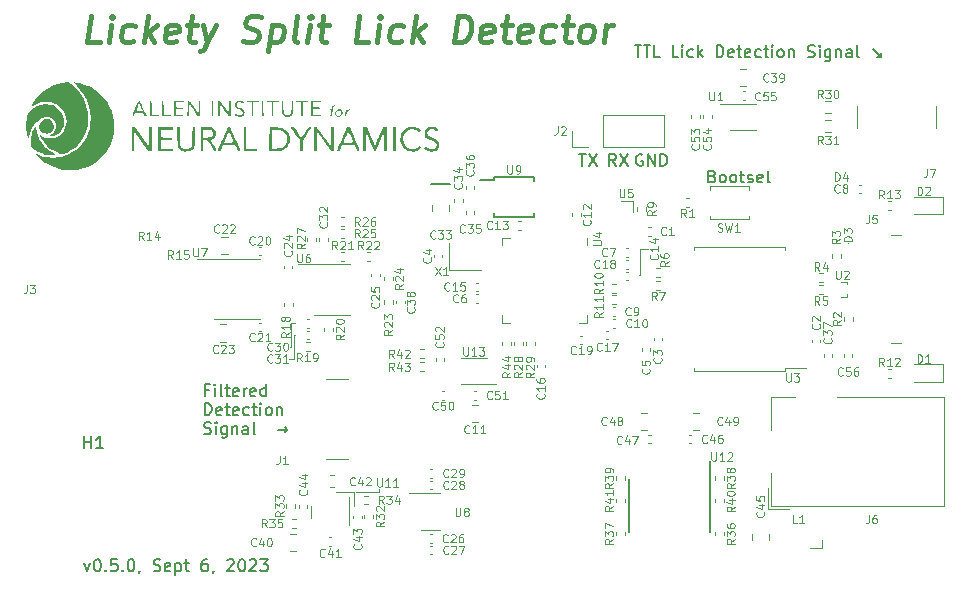
<source format=gto>
%TF.GenerationSoftware,KiCad,Pcbnew,7.0.6-7.0.6~ubuntu20.04.1*%
%TF.CreationDate,2023-09-06T11:46:54-07:00*%
%TF.ProjectId,harp_lick_detector_capactive,68617270-5f6c-4696-936b-5f6465746563,rev?*%
%TF.SameCoordinates,PX640a5a0PY7088980*%
%TF.FileFunction,Legend,Top*%
%TF.FilePolarity,Positive*%
%FSLAX46Y46*%
G04 Gerber Fmt 4.6, Leading zero omitted, Abs format (unit mm)*
G04 Created by KiCad (PCBNEW 7.0.6-7.0.6~ubuntu20.04.1) date 2023-09-06 11:46:54*
%MOMM*%
%LPD*%
G01*
G04 APERTURE LIST*
%ADD10C,0.100000*%
%ADD11C,0.150000*%
%ADD12C,0.200000*%
%ADD13C,0.400000*%
%ADD14C,0.120000*%
G04 APERTURE END LIST*
D10*
X53825000Y26200000D02*
X53925000Y26200000D01*
X24200000Y19100000D02*
X24575000Y19100000D01*
X24575000Y21100000D02*
X24675000Y21100000D01*
X24375000Y22100000D02*
X24675000Y22100000D01*
X24225000Y20100000D02*
X24375000Y20100000D01*
X31800000Y7800000D02*
X31800000Y8100000D01*
X24575000Y19100000D02*
X24575000Y21100000D01*
X53925000Y26200000D02*
X53925000Y28400000D01*
X31800000Y7800000D02*
X29800000Y7800000D01*
X53925000Y28400000D02*
X54600000Y28400000D01*
D11*
X36200000Y33900000D02*
X37800000Y33900000D01*
D10*
X24375000Y20100000D02*
X24375000Y22100000D01*
D12*
X60003006Y34556591D02*
X60145863Y34508972D01*
X60145863Y34508972D02*
X60193482Y34461353D01*
X60193482Y34461353D02*
X60241101Y34366115D01*
X60241101Y34366115D02*
X60241101Y34223258D01*
X60241101Y34223258D02*
X60193482Y34128020D01*
X60193482Y34128020D02*
X60145863Y34080400D01*
X60145863Y34080400D02*
X60050625Y34032781D01*
X60050625Y34032781D02*
X59669673Y34032781D01*
X59669673Y34032781D02*
X59669673Y35032781D01*
X59669673Y35032781D02*
X60003006Y35032781D01*
X60003006Y35032781D02*
X60098244Y34985162D01*
X60098244Y34985162D02*
X60145863Y34937543D01*
X60145863Y34937543D02*
X60193482Y34842305D01*
X60193482Y34842305D02*
X60193482Y34747067D01*
X60193482Y34747067D02*
X60145863Y34651829D01*
X60145863Y34651829D02*
X60098244Y34604210D01*
X60098244Y34604210D02*
X60003006Y34556591D01*
X60003006Y34556591D02*
X59669673Y34556591D01*
X60812530Y34032781D02*
X60717292Y34080400D01*
X60717292Y34080400D02*
X60669673Y34128020D01*
X60669673Y34128020D02*
X60622054Y34223258D01*
X60622054Y34223258D02*
X60622054Y34508972D01*
X60622054Y34508972D02*
X60669673Y34604210D01*
X60669673Y34604210D02*
X60717292Y34651829D01*
X60717292Y34651829D02*
X60812530Y34699448D01*
X60812530Y34699448D02*
X60955387Y34699448D01*
X60955387Y34699448D02*
X61050625Y34651829D01*
X61050625Y34651829D02*
X61098244Y34604210D01*
X61098244Y34604210D02*
X61145863Y34508972D01*
X61145863Y34508972D02*
X61145863Y34223258D01*
X61145863Y34223258D02*
X61098244Y34128020D01*
X61098244Y34128020D02*
X61050625Y34080400D01*
X61050625Y34080400D02*
X60955387Y34032781D01*
X60955387Y34032781D02*
X60812530Y34032781D01*
X61717292Y34032781D02*
X61622054Y34080400D01*
X61622054Y34080400D02*
X61574435Y34128020D01*
X61574435Y34128020D02*
X61526816Y34223258D01*
X61526816Y34223258D02*
X61526816Y34508972D01*
X61526816Y34508972D02*
X61574435Y34604210D01*
X61574435Y34604210D02*
X61622054Y34651829D01*
X61622054Y34651829D02*
X61717292Y34699448D01*
X61717292Y34699448D02*
X61860149Y34699448D01*
X61860149Y34699448D02*
X61955387Y34651829D01*
X61955387Y34651829D02*
X62003006Y34604210D01*
X62003006Y34604210D02*
X62050625Y34508972D01*
X62050625Y34508972D02*
X62050625Y34223258D01*
X62050625Y34223258D02*
X62003006Y34128020D01*
X62003006Y34128020D02*
X61955387Y34080400D01*
X61955387Y34080400D02*
X61860149Y34032781D01*
X61860149Y34032781D02*
X61717292Y34032781D01*
X62336340Y34699448D02*
X62717292Y34699448D01*
X62479197Y35032781D02*
X62479197Y34175639D01*
X62479197Y34175639D02*
X62526816Y34080400D01*
X62526816Y34080400D02*
X62622054Y34032781D01*
X62622054Y34032781D02*
X62717292Y34032781D01*
X63003007Y34080400D02*
X63098245Y34032781D01*
X63098245Y34032781D02*
X63288721Y34032781D01*
X63288721Y34032781D02*
X63383959Y34080400D01*
X63383959Y34080400D02*
X63431578Y34175639D01*
X63431578Y34175639D02*
X63431578Y34223258D01*
X63431578Y34223258D02*
X63383959Y34318496D01*
X63383959Y34318496D02*
X63288721Y34366115D01*
X63288721Y34366115D02*
X63145864Y34366115D01*
X63145864Y34366115D02*
X63050626Y34413734D01*
X63050626Y34413734D02*
X63003007Y34508972D01*
X63003007Y34508972D02*
X63003007Y34556591D01*
X63003007Y34556591D02*
X63050626Y34651829D01*
X63050626Y34651829D02*
X63145864Y34699448D01*
X63145864Y34699448D02*
X63288721Y34699448D01*
X63288721Y34699448D02*
X63383959Y34651829D01*
X64241102Y34080400D02*
X64145864Y34032781D01*
X64145864Y34032781D02*
X63955388Y34032781D01*
X63955388Y34032781D02*
X63860150Y34080400D01*
X63860150Y34080400D02*
X63812531Y34175639D01*
X63812531Y34175639D02*
X63812531Y34556591D01*
X63812531Y34556591D02*
X63860150Y34651829D01*
X63860150Y34651829D02*
X63955388Y34699448D01*
X63955388Y34699448D02*
X64145864Y34699448D01*
X64145864Y34699448D02*
X64241102Y34651829D01*
X64241102Y34651829D02*
X64288721Y34556591D01*
X64288721Y34556591D02*
X64288721Y34461353D01*
X64288721Y34461353D02*
X63812531Y34366115D01*
X64860150Y34032781D02*
X64764912Y34080400D01*
X64764912Y34080400D02*
X64717293Y34175639D01*
X64717293Y34175639D02*
X64717293Y35032781D01*
D11*
X17370112Y16473991D02*
X17036779Y16473991D01*
X17036779Y15950181D02*
X17036779Y16950181D01*
X17036779Y16950181D02*
X17512969Y16950181D01*
X17893922Y15950181D02*
X17893922Y16616848D01*
X17893922Y16950181D02*
X17846303Y16902562D01*
X17846303Y16902562D02*
X17893922Y16854943D01*
X17893922Y16854943D02*
X17941541Y16902562D01*
X17941541Y16902562D02*
X17893922Y16950181D01*
X17893922Y16950181D02*
X17893922Y16854943D01*
X18512969Y15950181D02*
X18417731Y15997800D01*
X18417731Y15997800D02*
X18370112Y16093039D01*
X18370112Y16093039D02*
X18370112Y16950181D01*
X18751065Y16616848D02*
X19132017Y16616848D01*
X18893922Y16950181D02*
X18893922Y16093039D01*
X18893922Y16093039D02*
X18941541Y15997800D01*
X18941541Y15997800D02*
X19036779Y15950181D01*
X19036779Y15950181D02*
X19132017Y15950181D01*
X19846303Y15997800D02*
X19751065Y15950181D01*
X19751065Y15950181D02*
X19560589Y15950181D01*
X19560589Y15950181D02*
X19465351Y15997800D01*
X19465351Y15997800D02*
X19417732Y16093039D01*
X19417732Y16093039D02*
X19417732Y16473991D01*
X19417732Y16473991D02*
X19465351Y16569229D01*
X19465351Y16569229D02*
X19560589Y16616848D01*
X19560589Y16616848D02*
X19751065Y16616848D01*
X19751065Y16616848D02*
X19846303Y16569229D01*
X19846303Y16569229D02*
X19893922Y16473991D01*
X19893922Y16473991D02*
X19893922Y16378753D01*
X19893922Y16378753D02*
X19417732Y16283515D01*
X20322494Y15950181D02*
X20322494Y16616848D01*
X20322494Y16426372D02*
X20370113Y16521610D01*
X20370113Y16521610D02*
X20417732Y16569229D01*
X20417732Y16569229D02*
X20512970Y16616848D01*
X20512970Y16616848D02*
X20608208Y16616848D01*
X21322494Y15997800D02*
X21227256Y15950181D01*
X21227256Y15950181D02*
X21036780Y15950181D01*
X21036780Y15950181D02*
X20941542Y15997800D01*
X20941542Y15997800D02*
X20893923Y16093039D01*
X20893923Y16093039D02*
X20893923Y16473991D01*
X20893923Y16473991D02*
X20941542Y16569229D01*
X20941542Y16569229D02*
X21036780Y16616848D01*
X21036780Y16616848D02*
X21227256Y16616848D01*
X21227256Y16616848D02*
X21322494Y16569229D01*
X21322494Y16569229D02*
X21370113Y16473991D01*
X21370113Y16473991D02*
X21370113Y16378753D01*
X21370113Y16378753D02*
X20893923Y16283515D01*
X22227256Y15950181D02*
X22227256Y16950181D01*
X22227256Y15997800D02*
X22132018Y15950181D01*
X22132018Y15950181D02*
X21941542Y15950181D01*
X21941542Y15950181D02*
X21846304Y15997800D01*
X21846304Y15997800D02*
X21798685Y16045420D01*
X21798685Y16045420D02*
X21751066Y16140658D01*
X21751066Y16140658D02*
X21751066Y16426372D01*
X21751066Y16426372D02*
X21798685Y16521610D01*
X21798685Y16521610D02*
X21846304Y16569229D01*
X21846304Y16569229D02*
X21941542Y16616848D01*
X21941542Y16616848D02*
X22132018Y16616848D01*
X22132018Y16616848D02*
X22227256Y16569229D01*
X17036779Y14340181D02*
X17036779Y15340181D01*
X17036779Y15340181D02*
X17274874Y15340181D01*
X17274874Y15340181D02*
X17417731Y15292562D01*
X17417731Y15292562D02*
X17512969Y15197324D01*
X17512969Y15197324D02*
X17560588Y15102086D01*
X17560588Y15102086D02*
X17608207Y14911610D01*
X17608207Y14911610D02*
X17608207Y14768753D01*
X17608207Y14768753D02*
X17560588Y14578277D01*
X17560588Y14578277D02*
X17512969Y14483039D01*
X17512969Y14483039D02*
X17417731Y14387800D01*
X17417731Y14387800D02*
X17274874Y14340181D01*
X17274874Y14340181D02*
X17036779Y14340181D01*
X18417731Y14387800D02*
X18322493Y14340181D01*
X18322493Y14340181D02*
X18132017Y14340181D01*
X18132017Y14340181D02*
X18036779Y14387800D01*
X18036779Y14387800D02*
X17989160Y14483039D01*
X17989160Y14483039D02*
X17989160Y14863991D01*
X17989160Y14863991D02*
X18036779Y14959229D01*
X18036779Y14959229D02*
X18132017Y15006848D01*
X18132017Y15006848D02*
X18322493Y15006848D01*
X18322493Y15006848D02*
X18417731Y14959229D01*
X18417731Y14959229D02*
X18465350Y14863991D01*
X18465350Y14863991D02*
X18465350Y14768753D01*
X18465350Y14768753D02*
X17989160Y14673515D01*
X18751065Y15006848D02*
X19132017Y15006848D01*
X18893922Y15340181D02*
X18893922Y14483039D01*
X18893922Y14483039D02*
X18941541Y14387800D01*
X18941541Y14387800D02*
X19036779Y14340181D01*
X19036779Y14340181D02*
X19132017Y14340181D01*
X19846303Y14387800D02*
X19751065Y14340181D01*
X19751065Y14340181D02*
X19560589Y14340181D01*
X19560589Y14340181D02*
X19465351Y14387800D01*
X19465351Y14387800D02*
X19417732Y14483039D01*
X19417732Y14483039D02*
X19417732Y14863991D01*
X19417732Y14863991D02*
X19465351Y14959229D01*
X19465351Y14959229D02*
X19560589Y15006848D01*
X19560589Y15006848D02*
X19751065Y15006848D01*
X19751065Y15006848D02*
X19846303Y14959229D01*
X19846303Y14959229D02*
X19893922Y14863991D01*
X19893922Y14863991D02*
X19893922Y14768753D01*
X19893922Y14768753D02*
X19417732Y14673515D01*
X20751065Y14387800D02*
X20655827Y14340181D01*
X20655827Y14340181D02*
X20465351Y14340181D01*
X20465351Y14340181D02*
X20370113Y14387800D01*
X20370113Y14387800D02*
X20322494Y14435420D01*
X20322494Y14435420D02*
X20274875Y14530658D01*
X20274875Y14530658D02*
X20274875Y14816372D01*
X20274875Y14816372D02*
X20322494Y14911610D01*
X20322494Y14911610D02*
X20370113Y14959229D01*
X20370113Y14959229D02*
X20465351Y15006848D01*
X20465351Y15006848D02*
X20655827Y15006848D01*
X20655827Y15006848D02*
X20751065Y14959229D01*
X21036780Y15006848D02*
X21417732Y15006848D01*
X21179637Y15340181D02*
X21179637Y14483039D01*
X21179637Y14483039D02*
X21227256Y14387800D01*
X21227256Y14387800D02*
X21322494Y14340181D01*
X21322494Y14340181D02*
X21417732Y14340181D01*
X21751066Y14340181D02*
X21751066Y15006848D01*
X21751066Y15340181D02*
X21703447Y15292562D01*
X21703447Y15292562D02*
X21751066Y15244943D01*
X21751066Y15244943D02*
X21798685Y15292562D01*
X21798685Y15292562D02*
X21751066Y15340181D01*
X21751066Y15340181D02*
X21751066Y15244943D01*
X22370113Y14340181D02*
X22274875Y14387800D01*
X22274875Y14387800D02*
X22227256Y14435420D01*
X22227256Y14435420D02*
X22179637Y14530658D01*
X22179637Y14530658D02*
X22179637Y14816372D01*
X22179637Y14816372D02*
X22227256Y14911610D01*
X22227256Y14911610D02*
X22274875Y14959229D01*
X22274875Y14959229D02*
X22370113Y15006848D01*
X22370113Y15006848D02*
X22512970Y15006848D01*
X22512970Y15006848D02*
X22608208Y14959229D01*
X22608208Y14959229D02*
X22655827Y14911610D01*
X22655827Y14911610D02*
X22703446Y14816372D01*
X22703446Y14816372D02*
X22703446Y14530658D01*
X22703446Y14530658D02*
X22655827Y14435420D01*
X22655827Y14435420D02*
X22608208Y14387800D01*
X22608208Y14387800D02*
X22512970Y14340181D01*
X22512970Y14340181D02*
X22370113Y14340181D01*
X23132018Y15006848D02*
X23132018Y14340181D01*
X23132018Y14911610D02*
X23179637Y14959229D01*
X23179637Y14959229D02*
X23274875Y15006848D01*
X23274875Y15006848D02*
X23417732Y15006848D01*
X23417732Y15006848D02*
X23512970Y14959229D01*
X23512970Y14959229D02*
X23560589Y14863991D01*
X23560589Y14863991D02*
X23560589Y14340181D01*
X16989160Y12777800D02*
X17132017Y12730181D01*
X17132017Y12730181D02*
X17370112Y12730181D01*
X17370112Y12730181D02*
X17465350Y12777800D01*
X17465350Y12777800D02*
X17512969Y12825420D01*
X17512969Y12825420D02*
X17560588Y12920658D01*
X17560588Y12920658D02*
X17560588Y13015896D01*
X17560588Y13015896D02*
X17512969Y13111134D01*
X17512969Y13111134D02*
X17465350Y13158753D01*
X17465350Y13158753D02*
X17370112Y13206372D01*
X17370112Y13206372D02*
X17179636Y13253991D01*
X17179636Y13253991D02*
X17084398Y13301610D01*
X17084398Y13301610D02*
X17036779Y13349229D01*
X17036779Y13349229D02*
X16989160Y13444467D01*
X16989160Y13444467D02*
X16989160Y13539705D01*
X16989160Y13539705D02*
X17036779Y13634943D01*
X17036779Y13634943D02*
X17084398Y13682562D01*
X17084398Y13682562D02*
X17179636Y13730181D01*
X17179636Y13730181D02*
X17417731Y13730181D01*
X17417731Y13730181D02*
X17560588Y13682562D01*
X17989160Y12730181D02*
X17989160Y13396848D01*
X17989160Y13730181D02*
X17941541Y13682562D01*
X17941541Y13682562D02*
X17989160Y13634943D01*
X17989160Y13634943D02*
X18036779Y13682562D01*
X18036779Y13682562D02*
X17989160Y13730181D01*
X17989160Y13730181D02*
X17989160Y13634943D01*
X18893921Y13396848D02*
X18893921Y12587324D01*
X18893921Y12587324D02*
X18846302Y12492086D01*
X18846302Y12492086D02*
X18798683Y12444467D01*
X18798683Y12444467D02*
X18703445Y12396848D01*
X18703445Y12396848D02*
X18560588Y12396848D01*
X18560588Y12396848D02*
X18465350Y12444467D01*
X18893921Y12777800D02*
X18798683Y12730181D01*
X18798683Y12730181D02*
X18608207Y12730181D01*
X18608207Y12730181D02*
X18512969Y12777800D01*
X18512969Y12777800D02*
X18465350Y12825420D01*
X18465350Y12825420D02*
X18417731Y12920658D01*
X18417731Y12920658D02*
X18417731Y13206372D01*
X18417731Y13206372D02*
X18465350Y13301610D01*
X18465350Y13301610D02*
X18512969Y13349229D01*
X18512969Y13349229D02*
X18608207Y13396848D01*
X18608207Y13396848D02*
X18798683Y13396848D01*
X18798683Y13396848D02*
X18893921Y13349229D01*
X19370112Y13396848D02*
X19370112Y12730181D01*
X19370112Y13301610D02*
X19417731Y13349229D01*
X19417731Y13349229D02*
X19512969Y13396848D01*
X19512969Y13396848D02*
X19655826Y13396848D01*
X19655826Y13396848D02*
X19751064Y13349229D01*
X19751064Y13349229D02*
X19798683Y13253991D01*
X19798683Y13253991D02*
X19798683Y12730181D01*
X20703445Y12730181D02*
X20703445Y13253991D01*
X20703445Y13253991D02*
X20655826Y13349229D01*
X20655826Y13349229D02*
X20560588Y13396848D01*
X20560588Y13396848D02*
X20370112Y13396848D01*
X20370112Y13396848D02*
X20274874Y13349229D01*
X20703445Y12777800D02*
X20608207Y12730181D01*
X20608207Y12730181D02*
X20370112Y12730181D01*
X20370112Y12730181D02*
X20274874Y12777800D01*
X20274874Y12777800D02*
X20227255Y12873039D01*
X20227255Y12873039D02*
X20227255Y12968277D01*
X20227255Y12968277D02*
X20274874Y13063515D01*
X20274874Y13063515D02*
X20370112Y13111134D01*
X20370112Y13111134D02*
X20608207Y13111134D01*
X20608207Y13111134D02*
X20703445Y13158753D01*
X21322493Y12730181D02*
X21227255Y12777800D01*
X21227255Y12777800D02*
X21179636Y12873039D01*
X21179636Y12873039D02*
X21179636Y13730181D01*
X23227256Y13111134D02*
X23989161Y13111134D01*
X23798684Y12920658D02*
X23989161Y13111134D01*
X23989161Y13111134D02*
X23798684Y13301610D01*
D12*
X48726816Y36432781D02*
X49298244Y36432781D01*
X49012530Y35432781D02*
X49012530Y36432781D01*
X49536340Y36432781D02*
X50203006Y35432781D01*
X50203006Y36432781D02*
X49536340Y35432781D01*
X54093482Y36385162D02*
X53998244Y36432781D01*
X53998244Y36432781D02*
X53855387Y36432781D01*
X53855387Y36432781D02*
X53712530Y36385162D01*
X53712530Y36385162D02*
X53617292Y36289924D01*
X53617292Y36289924D02*
X53569673Y36194686D01*
X53569673Y36194686D02*
X53522054Y36004210D01*
X53522054Y36004210D02*
X53522054Y35861353D01*
X53522054Y35861353D02*
X53569673Y35670877D01*
X53569673Y35670877D02*
X53617292Y35575639D01*
X53617292Y35575639D02*
X53712530Y35480400D01*
X53712530Y35480400D02*
X53855387Y35432781D01*
X53855387Y35432781D02*
X53950625Y35432781D01*
X53950625Y35432781D02*
X54093482Y35480400D01*
X54093482Y35480400D02*
X54141101Y35528020D01*
X54141101Y35528020D02*
X54141101Y35861353D01*
X54141101Y35861353D02*
X53950625Y35861353D01*
X54569673Y35432781D02*
X54569673Y36432781D01*
X54569673Y36432781D02*
X55141101Y35432781D01*
X55141101Y35432781D02*
X55141101Y36432781D01*
X55617292Y35432781D02*
X55617292Y36432781D01*
X55617292Y36432781D02*
X55855387Y36432781D01*
X55855387Y36432781D02*
X55998244Y36385162D01*
X55998244Y36385162D02*
X56093482Y36289924D01*
X56093482Y36289924D02*
X56141101Y36194686D01*
X56141101Y36194686D02*
X56188720Y36004210D01*
X56188720Y36004210D02*
X56188720Y35861353D01*
X56188720Y35861353D02*
X56141101Y35670877D01*
X56141101Y35670877D02*
X56093482Y35575639D01*
X56093482Y35575639D02*
X55998244Y35480400D01*
X55998244Y35480400D02*
X55855387Y35432781D01*
X55855387Y35432781D02*
X55617292Y35432781D01*
X53426816Y45632781D02*
X53998244Y45632781D01*
X53712530Y44632781D02*
X53712530Y45632781D01*
X54188721Y45632781D02*
X54760149Y45632781D01*
X54474435Y44632781D02*
X54474435Y45632781D01*
X55569673Y44632781D02*
X55093483Y44632781D01*
X55093483Y44632781D02*
X55093483Y45632781D01*
X57141102Y44632781D02*
X56664912Y44632781D01*
X56664912Y44632781D02*
X56664912Y45632781D01*
X57474436Y44632781D02*
X57474436Y45299448D01*
X57474436Y45632781D02*
X57426817Y45585162D01*
X57426817Y45585162D02*
X57474436Y45537543D01*
X57474436Y45537543D02*
X57522055Y45585162D01*
X57522055Y45585162D02*
X57474436Y45632781D01*
X57474436Y45632781D02*
X57474436Y45537543D01*
X58379197Y44680400D02*
X58283959Y44632781D01*
X58283959Y44632781D02*
X58093483Y44632781D01*
X58093483Y44632781D02*
X57998245Y44680400D01*
X57998245Y44680400D02*
X57950626Y44728020D01*
X57950626Y44728020D02*
X57903007Y44823258D01*
X57903007Y44823258D02*
X57903007Y45108972D01*
X57903007Y45108972D02*
X57950626Y45204210D01*
X57950626Y45204210D02*
X57998245Y45251829D01*
X57998245Y45251829D02*
X58093483Y45299448D01*
X58093483Y45299448D02*
X58283959Y45299448D01*
X58283959Y45299448D02*
X58379197Y45251829D01*
X58807769Y44632781D02*
X58807769Y45632781D01*
X58903007Y45013734D02*
X59188721Y44632781D01*
X59188721Y45299448D02*
X58807769Y44918496D01*
X60379198Y44632781D02*
X60379198Y45632781D01*
X60379198Y45632781D02*
X60617293Y45632781D01*
X60617293Y45632781D02*
X60760150Y45585162D01*
X60760150Y45585162D02*
X60855388Y45489924D01*
X60855388Y45489924D02*
X60903007Y45394686D01*
X60903007Y45394686D02*
X60950626Y45204210D01*
X60950626Y45204210D02*
X60950626Y45061353D01*
X60950626Y45061353D02*
X60903007Y44870877D01*
X60903007Y44870877D02*
X60855388Y44775639D01*
X60855388Y44775639D02*
X60760150Y44680400D01*
X60760150Y44680400D02*
X60617293Y44632781D01*
X60617293Y44632781D02*
X60379198Y44632781D01*
X61760150Y44680400D02*
X61664912Y44632781D01*
X61664912Y44632781D02*
X61474436Y44632781D01*
X61474436Y44632781D02*
X61379198Y44680400D01*
X61379198Y44680400D02*
X61331579Y44775639D01*
X61331579Y44775639D02*
X61331579Y45156591D01*
X61331579Y45156591D02*
X61379198Y45251829D01*
X61379198Y45251829D02*
X61474436Y45299448D01*
X61474436Y45299448D02*
X61664912Y45299448D01*
X61664912Y45299448D02*
X61760150Y45251829D01*
X61760150Y45251829D02*
X61807769Y45156591D01*
X61807769Y45156591D02*
X61807769Y45061353D01*
X61807769Y45061353D02*
X61331579Y44966115D01*
X62093484Y45299448D02*
X62474436Y45299448D01*
X62236341Y45632781D02*
X62236341Y44775639D01*
X62236341Y44775639D02*
X62283960Y44680400D01*
X62283960Y44680400D02*
X62379198Y44632781D01*
X62379198Y44632781D02*
X62474436Y44632781D01*
X63188722Y44680400D02*
X63093484Y44632781D01*
X63093484Y44632781D02*
X62903008Y44632781D01*
X62903008Y44632781D02*
X62807770Y44680400D01*
X62807770Y44680400D02*
X62760151Y44775639D01*
X62760151Y44775639D02*
X62760151Y45156591D01*
X62760151Y45156591D02*
X62807770Y45251829D01*
X62807770Y45251829D02*
X62903008Y45299448D01*
X62903008Y45299448D02*
X63093484Y45299448D01*
X63093484Y45299448D02*
X63188722Y45251829D01*
X63188722Y45251829D02*
X63236341Y45156591D01*
X63236341Y45156591D02*
X63236341Y45061353D01*
X63236341Y45061353D02*
X62760151Y44966115D01*
X64093484Y44680400D02*
X63998246Y44632781D01*
X63998246Y44632781D02*
X63807770Y44632781D01*
X63807770Y44632781D02*
X63712532Y44680400D01*
X63712532Y44680400D02*
X63664913Y44728020D01*
X63664913Y44728020D02*
X63617294Y44823258D01*
X63617294Y44823258D02*
X63617294Y45108972D01*
X63617294Y45108972D02*
X63664913Y45204210D01*
X63664913Y45204210D02*
X63712532Y45251829D01*
X63712532Y45251829D02*
X63807770Y45299448D01*
X63807770Y45299448D02*
X63998246Y45299448D01*
X63998246Y45299448D02*
X64093484Y45251829D01*
X64379199Y45299448D02*
X64760151Y45299448D01*
X64522056Y45632781D02*
X64522056Y44775639D01*
X64522056Y44775639D02*
X64569675Y44680400D01*
X64569675Y44680400D02*
X64664913Y44632781D01*
X64664913Y44632781D02*
X64760151Y44632781D01*
X65093485Y44632781D02*
X65093485Y45299448D01*
X65093485Y45632781D02*
X65045866Y45585162D01*
X65045866Y45585162D02*
X65093485Y45537543D01*
X65093485Y45537543D02*
X65141104Y45585162D01*
X65141104Y45585162D02*
X65093485Y45632781D01*
X65093485Y45632781D02*
X65093485Y45537543D01*
X65712532Y44632781D02*
X65617294Y44680400D01*
X65617294Y44680400D02*
X65569675Y44728020D01*
X65569675Y44728020D02*
X65522056Y44823258D01*
X65522056Y44823258D02*
X65522056Y45108972D01*
X65522056Y45108972D02*
X65569675Y45204210D01*
X65569675Y45204210D02*
X65617294Y45251829D01*
X65617294Y45251829D02*
X65712532Y45299448D01*
X65712532Y45299448D02*
X65855389Y45299448D01*
X65855389Y45299448D02*
X65950627Y45251829D01*
X65950627Y45251829D02*
X65998246Y45204210D01*
X65998246Y45204210D02*
X66045865Y45108972D01*
X66045865Y45108972D02*
X66045865Y44823258D01*
X66045865Y44823258D02*
X65998246Y44728020D01*
X65998246Y44728020D02*
X65950627Y44680400D01*
X65950627Y44680400D02*
X65855389Y44632781D01*
X65855389Y44632781D02*
X65712532Y44632781D01*
X66474437Y45299448D02*
X66474437Y44632781D01*
X66474437Y45204210D02*
X66522056Y45251829D01*
X66522056Y45251829D02*
X66617294Y45299448D01*
X66617294Y45299448D02*
X66760151Y45299448D01*
X66760151Y45299448D02*
X66855389Y45251829D01*
X66855389Y45251829D02*
X66903008Y45156591D01*
X66903008Y45156591D02*
X66903008Y44632781D01*
X68093485Y44680400D02*
X68236342Y44632781D01*
X68236342Y44632781D02*
X68474437Y44632781D01*
X68474437Y44632781D02*
X68569675Y44680400D01*
X68569675Y44680400D02*
X68617294Y44728020D01*
X68617294Y44728020D02*
X68664913Y44823258D01*
X68664913Y44823258D02*
X68664913Y44918496D01*
X68664913Y44918496D02*
X68617294Y45013734D01*
X68617294Y45013734D02*
X68569675Y45061353D01*
X68569675Y45061353D02*
X68474437Y45108972D01*
X68474437Y45108972D02*
X68283961Y45156591D01*
X68283961Y45156591D02*
X68188723Y45204210D01*
X68188723Y45204210D02*
X68141104Y45251829D01*
X68141104Y45251829D02*
X68093485Y45347067D01*
X68093485Y45347067D02*
X68093485Y45442305D01*
X68093485Y45442305D02*
X68141104Y45537543D01*
X68141104Y45537543D02*
X68188723Y45585162D01*
X68188723Y45585162D02*
X68283961Y45632781D01*
X68283961Y45632781D02*
X68522056Y45632781D01*
X68522056Y45632781D02*
X68664913Y45585162D01*
X69093485Y44632781D02*
X69093485Y45299448D01*
X69093485Y45632781D02*
X69045866Y45585162D01*
X69045866Y45585162D02*
X69093485Y45537543D01*
X69093485Y45537543D02*
X69141104Y45585162D01*
X69141104Y45585162D02*
X69093485Y45632781D01*
X69093485Y45632781D02*
X69093485Y45537543D01*
X69998246Y45299448D02*
X69998246Y44489924D01*
X69998246Y44489924D02*
X69950627Y44394686D01*
X69950627Y44394686D02*
X69903008Y44347067D01*
X69903008Y44347067D02*
X69807770Y44299448D01*
X69807770Y44299448D02*
X69664913Y44299448D01*
X69664913Y44299448D02*
X69569675Y44347067D01*
X69998246Y44680400D02*
X69903008Y44632781D01*
X69903008Y44632781D02*
X69712532Y44632781D01*
X69712532Y44632781D02*
X69617294Y44680400D01*
X69617294Y44680400D02*
X69569675Y44728020D01*
X69569675Y44728020D02*
X69522056Y44823258D01*
X69522056Y44823258D02*
X69522056Y45108972D01*
X69522056Y45108972D02*
X69569675Y45204210D01*
X69569675Y45204210D02*
X69617294Y45251829D01*
X69617294Y45251829D02*
X69712532Y45299448D01*
X69712532Y45299448D02*
X69903008Y45299448D01*
X69903008Y45299448D02*
X69998246Y45251829D01*
X70474437Y45299448D02*
X70474437Y44632781D01*
X70474437Y45204210D02*
X70522056Y45251829D01*
X70522056Y45251829D02*
X70617294Y45299448D01*
X70617294Y45299448D02*
X70760151Y45299448D01*
X70760151Y45299448D02*
X70855389Y45251829D01*
X70855389Y45251829D02*
X70903008Y45156591D01*
X70903008Y45156591D02*
X70903008Y44632781D01*
X71807770Y44632781D02*
X71807770Y45156591D01*
X71807770Y45156591D02*
X71760151Y45251829D01*
X71760151Y45251829D02*
X71664913Y45299448D01*
X71664913Y45299448D02*
X71474437Y45299448D01*
X71474437Y45299448D02*
X71379199Y45251829D01*
X71807770Y44680400D02*
X71712532Y44632781D01*
X71712532Y44632781D02*
X71474437Y44632781D01*
X71474437Y44632781D02*
X71379199Y44680400D01*
X71379199Y44680400D02*
X71331580Y44775639D01*
X71331580Y44775639D02*
X71331580Y44870877D01*
X71331580Y44870877D02*
X71379199Y44966115D01*
X71379199Y44966115D02*
X71474437Y45013734D01*
X71474437Y45013734D02*
X71712532Y45013734D01*
X71712532Y45013734D02*
X71807770Y45061353D01*
X72426818Y44632781D02*
X72331580Y44680400D01*
X72331580Y44680400D02*
X72283961Y44775639D01*
X72283961Y44775639D02*
X72283961Y45632781D01*
X74283961Y44680400D02*
X73617295Y45347067D01*
X73950628Y44680400D02*
X74283961Y44680400D01*
X74283961Y44680400D02*
X74283961Y45013734D01*
D13*
X8156907Y45896158D02*
X7085478Y45896158D01*
X7085478Y45896158D02*
X7366728Y48146158D01*
X8906907Y45896158D02*
X9094407Y47396158D01*
X9188157Y48146158D02*
X9067621Y48039015D01*
X9067621Y48039015D02*
X9161371Y47931872D01*
X9161371Y47931872D02*
X9281907Y48039015D01*
X9281907Y48039015D02*
X9188157Y48146158D01*
X9188157Y48146158D02*
X9161371Y47931872D01*
X10956015Y46003300D02*
X10728336Y45896158D01*
X10728336Y45896158D02*
X10299765Y45896158D01*
X10299765Y45896158D02*
X10098872Y46003300D01*
X10098872Y46003300D02*
X10005122Y46110443D01*
X10005122Y46110443D02*
X9924765Y46324729D01*
X9924765Y46324729D02*
X10005122Y46967586D01*
X10005122Y46967586D02*
X10139050Y47181872D01*
X10139050Y47181872D02*
X10259586Y47289015D01*
X10259586Y47289015D02*
X10487265Y47396158D01*
X10487265Y47396158D02*
X10915836Y47396158D01*
X10915836Y47396158D02*
X11116729Y47289015D01*
X11906907Y45896158D02*
X12188157Y48146158D01*
X12228336Y46753300D02*
X12764050Y45896158D01*
X12951550Y47396158D02*
X11987264Y46539015D01*
X14598872Y46003300D02*
X14371193Y45896158D01*
X14371193Y45896158D02*
X13942622Y45896158D01*
X13942622Y45896158D02*
X13741729Y46003300D01*
X13741729Y46003300D02*
X13661372Y46217586D01*
X13661372Y46217586D02*
X13768515Y47074729D01*
X13768515Y47074729D02*
X13902443Y47289015D01*
X13902443Y47289015D02*
X14130122Y47396158D01*
X14130122Y47396158D02*
X14558693Y47396158D01*
X14558693Y47396158D02*
X14759586Y47289015D01*
X14759586Y47289015D02*
X14839943Y47074729D01*
X14839943Y47074729D02*
X14813157Y46860443D01*
X14813157Y46860443D02*
X13714943Y46646158D01*
X15522978Y47396158D02*
X16380121Y47396158D01*
X15938157Y48146158D02*
X15697086Y46217586D01*
X15697086Y46217586D02*
X15777443Y46003300D01*
X15777443Y46003300D02*
X15978336Y45896158D01*
X15978336Y45896158D02*
X16192621Y45896158D01*
X16915835Y47396158D02*
X17264050Y45896158D01*
X17987264Y47396158D02*
X17264050Y45896158D01*
X17264050Y45896158D02*
X16982800Y45360443D01*
X16982800Y45360443D02*
X16862264Y45253300D01*
X16862264Y45253300D02*
X16634585Y45146158D01*
X20277443Y46003300D02*
X20585479Y45896158D01*
X20585479Y45896158D02*
X21121193Y45896158D01*
X21121193Y45896158D02*
X21348872Y46003300D01*
X21348872Y46003300D02*
X21469407Y46110443D01*
X21469407Y46110443D02*
X21603336Y46324729D01*
X21603336Y46324729D02*
X21630122Y46539015D01*
X21630122Y46539015D02*
X21549764Y46753300D01*
X21549764Y46753300D02*
X21456014Y46860443D01*
X21456014Y46860443D02*
X21255122Y46967586D01*
X21255122Y46967586D02*
X20839943Y47074729D01*
X20839943Y47074729D02*
X20639050Y47181872D01*
X20639050Y47181872D02*
X20545300Y47289015D01*
X20545300Y47289015D02*
X20464943Y47503300D01*
X20464943Y47503300D02*
X20491729Y47717586D01*
X20491729Y47717586D02*
X20625657Y47931872D01*
X20625657Y47931872D02*
X20746193Y48039015D01*
X20746193Y48039015D02*
X20973872Y48146158D01*
X20973872Y48146158D02*
X21509586Y48146158D01*
X21509586Y48146158D02*
X21817622Y48039015D01*
X22701550Y47396158D02*
X22420300Y45146158D01*
X22688157Y47289015D02*
X22915836Y47396158D01*
X22915836Y47396158D02*
X23344407Y47396158D01*
X23344407Y47396158D02*
X23545300Y47289015D01*
X23545300Y47289015D02*
X23639050Y47181872D01*
X23639050Y47181872D02*
X23719407Y46967586D01*
X23719407Y46967586D02*
X23639050Y46324729D01*
X23639050Y46324729D02*
X23505121Y46110443D01*
X23505121Y46110443D02*
X23384586Y46003300D01*
X23384586Y46003300D02*
X23156907Y45896158D01*
X23156907Y45896158D02*
X22728336Y45896158D01*
X22728336Y45896158D02*
X22527443Y46003300D01*
X24871193Y45896158D02*
X24670300Y46003300D01*
X24670300Y46003300D02*
X24589943Y46217586D01*
X24589943Y46217586D02*
X24831014Y48146158D01*
X25728335Y45896158D02*
X25915835Y47396158D01*
X26009585Y48146158D02*
X25889049Y48039015D01*
X25889049Y48039015D02*
X25982799Y47931872D01*
X25982799Y47931872D02*
X26103335Y48039015D01*
X26103335Y48039015D02*
X26009585Y48146158D01*
X26009585Y48146158D02*
X25982799Y47931872D01*
X26665835Y47396158D02*
X27522978Y47396158D01*
X27081014Y48146158D02*
X26839943Y46217586D01*
X26839943Y46217586D02*
X26920300Y46003300D01*
X26920300Y46003300D02*
X27121193Y45896158D01*
X27121193Y45896158D02*
X27335478Y45896158D01*
X30871193Y45896158D02*
X29799764Y45896158D01*
X29799764Y45896158D02*
X30081014Y48146158D01*
X31621193Y45896158D02*
X31808693Y47396158D01*
X31902443Y48146158D02*
X31781907Y48039015D01*
X31781907Y48039015D02*
X31875657Y47931872D01*
X31875657Y47931872D02*
X31996193Y48039015D01*
X31996193Y48039015D02*
X31902443Y48146158D01*
X31902443Y48146158D02*
X31875657Y47931872D01*
X33670301Y46003300D02*
X33442622Y45896158D01*
X33442622Y45896158D02*
X33014051Y45896158D01*
X33014051Y45896158D02*
X32813158Y46003300D01*
X32813158Y46003300D02*
X32719408Y46110443D01*
X32719408Y46110443D02*
X32639051Y46324729D01*
X32639051Y46324729D02*
X32719408Y46967586D01*
X32719408Y46967586D02*
X32853336Y47181872D01*
X32853336Y47181872D02*
X32973872Y47289015D01*
X32973872Y47289015D02*
X33201551Y47396158D01*
X33201551Y47396158D02*
X33630122Y47396158D01*
X33630122Y47396158D02*
X33831015Y47289015D01*
X34621193Y45896158D02*
X34902443Y48146158D01*
X34942622Y46753300D02*
X35478336Y45896158D01*
X35665836Y47396158D02*
X34701550Y46539015D01*
X38156908Y45896158D02*
X38438158Y48146158D01*
X38438158Y48146158D02*
X38973872Y48146158D01*
X38973872Y48146158D02*
X39281908Y48039015D01*
X39281908Y48039015D02*
X39469408Y47824729D01*
X39469408Y47824729D02*
X39549765Y47610443D01*
X39549765Y47610443D02*
X39603337Y47181872D01*
X39603337Y47181872D02*
X39563158Y46860443D01*
X39563158Y46860443D02*
X39402444Y46431872D01*
X39402444Y46431872D02*
X39268515Y46217586D01*
X39268515Y46217586D02*
X39027444Y46003300D01*
X39027444Y46003300D02*
X38692622Y45896158D01*
X38692622Y45896158D02*
X38156908Y45896158D01*
X41277444Y46003300D02*
X41049765Y45896158D01*
X41049765Y45896158D02*
X40621194Y45896158D01*
X40621194Y45896158D02*
X40420301Y46003300D01*
X40420301Y46003300D02*
X40339944Y46217586D01*
X40339944Y46217586D02*
X40447087Y47074729D01*
X40447087Y47074729D02*
X40581015Y47289015D01*
X40581015Y47289015D02*
X40808694Y47396158D01*
X40808694Y47396158D02*
X41237265Y47396158D01*
X41237265Y47396158D02*
X41438158Y47289015D01*
X41438158Y47289015D02*
X41518515Y47074729D01*
X41518515Y47074729D02*
X41491729Y46860443D01*
X41491729Y46860443D02*
X40393515Y46646158D01*
X42201550Y47396158D02*
X43058693Y47396158D01*
X42616729Y48146158D02*
X42375658Y46217586D01*
X42375658Y46217586D02*
X42456015Y46003300D01*
X42456015Y46003300D02*
X42656908Y45896158D01*
X42656908Y45896158D02*
X42871193Y45896158D01*
X44491729Y46003300D02*
X44264050Y45896158D01*
X44264050Y45896158D02*
X43835479Y45896158D01*
X43835479Y45896158D02*
X43634586Y46003300D01*
X43634586Y46003300D02*
X43554229Y46217586D01*
X43554229Y46217586D02*
X43661372Y47074729D01*
X43661372Y47074729D02*
X43795300Y47289015D01*
X43795300Y47289015D02*
X44022979Y47396158D01*
X44022979Y47396158D02*
X44451550Y47396158D01*
X44451550Y47396158D02*
X44652443Y47289015D01*
X44652443Y47289015D02*
X44732800Y47074729D01*
X44732800Y47074729D02*
X44706014Y46860443D01*
X44706014Y46860443D02*
X43607800Y46646158D01*
X46527443Y46003300D02*
X46299764Y45896158D01*
X46299764Y45896158D02*
X45871193Y45896158D01*
X45871193Y45896158D02*
X45670300Y46003300D01*
X45670300Y46003300D02*
X45576550Y46110443D01*
X45576550Y46110443D02*
X45496193Y46324729D01*
X45496193Y46324729D02*
X45576550Y46967586D01*
X45576550Y46967586D02*
X45710478Y47181872D01*
X45710478Y47181872D02*
X45831014Y47289015D01*
X45831014Y47289015D02*
X46058693Y47396158D01*
X46058693Y47396158D02*
X46487264Y47396158D01*
X46487264Y47396158D02*
X46688157Y47289015D01*
X47344406Y47396158D02*
X48201549Y47396158D01*
X47759585Y48146158D02*
X47518514Y46217586D01*
X47518514Y46217586D02*
X47598871Y46003300D01*
X47598871Y46003300D02*
X47799764Y45896158D01*
X47799764Y45896158D02*
X48014049Y45896158D01*
X49085478Y45896158D02*
X48884585Y46003300D01*
X48884585Y46003300D02*
X48790835Y46110443D01*
X48790835Y46110443D02*
X48710478Y46324729D01*
X48710478Y46324729D02*
X48790835Y46967586D01*
X48790835Y46967586D02*
X48924763Y47181872D01*
X48924763Y47181872D02*
X49045299Y47289015D01*
X49045299Y47289015D02*
X49272978Y47396158D01*
X49272978Y47396158D02*
X49594406Y47396158D01*
X49594406Y47396158D02*
X49795299Y47289015D01*
X49795299Y47289015D02*
X49889049Y47181872D01*
X49889049Y47181872D02*
X49969406Y46967586D01*
X49969406Y46967586D02*
X49889049Y46324729D01*
X49889049Y46324729D02*
X49755120Y46110443D01*
X49755120Y46110443D02*
X49634585Y46003300D01*
X49634585Y46003300D02*
X49406906Y45896158D01*
X49406906Y45896158D02*
X49085478Y45896158D01*
X50799763Y45896158D02*
X50987263Y47396158D01*
X50933692Y46967586D02*
X51067620Y47181872D01*
X51067620Y47181872D02*
X51188156Y47289015D01*
X51188156Y47289015D02*
X51415834Y47396158D01*
X51415834Y47396158D02*
X51630120Y47396158D01*
D11*
X6841541Y1796848D02*
X7079636Y1130181D01*
X7079636Y1130181D02*
X7317731Y1796848D01*
X7889160Y2130181D02*
X7984398Y2130181D01*
X7984398Y2130181D02*
X8079636Y2082562D01*
X8079636Y2082562D02*
X8127255Y2034943D01*
X8127255Y2034943D02*
X8174874Y1939705D01*
X8174874Y1939705D02*
X8222493Y1749229D01*
X8222493Y1749229D02*
X8222493Y1511134D01*
X8222493Y1511134D02*
X8174874Y1320658D01*
X8174874Y1320658D02*
X8127255Y1225420D01*
X8127255Y1225420D02*
X8079636Y1177800D01*
X8079636Y1177800D02*
X7984398Y1130181D01*
X7984398Y1130181D02*
X7889160Y1130181D01*
X7889160Y1130181D02*
X7793922Y1177800D01*
X7793922Y1177800D02*
X7746303Y1225420D01*
X7746303Y1225420D02*
X7698684Y1320658D01*
X7698684Y1320658D02*
X7651065Y1511134D01*
X7651065Y1511134D02*
X7651065Y1749229D01*
X7651065Y1749229D02*
X7698684Y1939705D01*
X7698684Y1939705D02*
X7746303Y2034943D01*
X7746303Y2034943D02*
X7793922Y2082562D01*
X7793922Y2082562D02*
X7889160Y2130181D01*
X8651065Y1225420D02*
X8698684Y1177800D01*
X8698684Y1177800D02*
X8651065Y1130181D01*
X8651065Y1130181D02*
X8603446Y1177800D01*
X8603446Y1177800D02*
X8651065Y1225420D01*
X8651065Y1225420D02*
X8651065Y1130181D01*
X9603445Y2130181D02*
X9127255Y2130181D01*
X9127255Y2130181D02*
X9079636Y1653991D01*
X9079636Y1653991D02*
X9127255Y1701610D01*
X9127255Y1701610D02*
X9222493Y1749229D01*
X9222493Y1749229D02*
X9460588Y1749229D01*
X9460588Y1749229D02*
X9555826Y1701610D01*
X9555826Y1701610D02*
X9603445Y1653991D01*
X9603445Y1653991D02*
X9651064Y1558753D01*
X9651064Y1558753D02*
X9651064Y1320658D01*
X9651064Y1320658D02*
X9603445Y1225420D01*
X9603445Y1225420D02*
X9555826Y1177800D01*
X9555826Y1177800D02*
X9460588Y1130181D01*
X9460588Y1130181D02*
X9222493Y1130181D01*
X9222493Y1130181D02*
X9127255Y1177800D01*
X9127255Y1177800D02*
X9079636Y1225420D01*
X10079636Y1225420D02*
X10127255Y1177800D01*
X10127255Y1177800D02*
X10079636Y1130181D01*
X10079636Y1130181D02*
X10032017Y1177800D01*
X10032017Y1177800D02*
X10079636Y1225420D01*
X10079636Y1225420D02*
X10079636Y1130181D01*
X10746302Y2130181D02*
X10841540Y2130181D01*
X10841540Y2130181D02*
X10936778Y2082562D01*
X10936778Y2082562D02*
X10984397Y2034943D01*
X10984397Y2034943D02*
X11032016Y1939705D01*
X11032016Y1939705D02*
X11079635Y1749229D01*
X11079635Y1749229D02*
X11079635Y1511134D01*
X11079635Y1511134D02*
X11032016Y1320658D01*
X11032016Y1320658D02*
X10984397Y1225420D01*
X10984397Y1225420D02*
X10936778Y1177800D01*
X10936778Y1177800D02*
X10841540Y1130181D01*
X10841540Y1130181D02*
X10746302Y1130181D01*
X10746302Y1130181D02*
X10651064Y1177800D01*
X10651064Y1177800D02*
X10603445Y1225420D01*
X10603445Y1225420D02*
X10555826Y1320658D01*
X10555826Y1320658D02*
X10508207Y1511134D01*
X10508207Y1511134D02*
X10508207Y1749229D01*
X10508207Y1749229D02*
X10555826Y1939705D01*
X10555826Y1939705D02*
X10603445Y2034943D01*
X10603445Y2034943D02*
X10651064Y2082562D01*
X10651064Y2082562D02*
X10746302Y2130181D01*
X11555826Y1177800D02*
X11555826Y1130181D01*
X11555826Y1130181D02*
X11508207Y1034943D01*
X11508207Y1034943D02*
X11460588Y987324D01*
X12698683Y1177800D02*
X12841540Y1130181D01*
X12841540Y1130181D02*
X13079635Y1130181D01*
X13079635Y1130181D02*
X13174873Y1177800D01*
X13174873Y1177800D02*
X13222492Y1225420D01*
X13222492Y1225420D02*
X13270111Y1320658D01*
X13270111Y1320658D02*
X13270111Y1415896D01*
X13270111Y1415896D02*
X13222492Y1511134D01*
X13222492Y1511134D02*
X13174873Y1558753D01*
X13174873Y1558753D02*
X13079635Y1606372D01*
X13079635Y1606372D02*
X12889159Y1653991D01*
X12889159Y1653991D02*
X12793921Y1701610D01*
X12793921Y1701610D02*
X12746302Y1749229D01*
X12746302Y1749229D02*
X12698683Y1844467D01*
X12698683Y1844467D02*
X12698683Y1939705D01*
X12698683Y1939705D02*
X12746302Y2034943D01*
X12746302Y2034943D02*
X12793921Y2082562D01*
X12793921Y2082562D02*
X12889159Y2130181D01*
X12889159Y2130181D02*
X13127254Y2130181D01*
X13127254Y2130181D02*
X13270111Y2082562D01*
X14079635Y1177800D02*
X13984397Y1130181D01*
X13984397Y1130181D02*
X13793921Y1130181D01*
X13793921Y1130181D02*
X13698683Y1177800D01*
X13698683Y1177800D02*
X13651064Y1273039D01*
X13651064Y1273039D02*
X13651064Y1653991D01*
X13651064Y1653991D02*
X13698683Y1749229D01*
X13698683Y1749229D02*
X13793921Y1796848D01*
X13793921Y1796848D02*
X13984397Y1796848D01*
X13984397Y1796848D02*
X14079635Y1749229D01*
X14079635Y1749229D02*
X14127254Y1653991D01*
X14127254Y1653991D02*
X14127254Y1558753D01*
X14127254Y1558753D02*
X13651064Y1463515D01*
X14555826Y1796848D02*
X14555826Y796848D01*
X14555826Y1749229D02*
X14651064Y1796848D01*
X14651064Y1796848D02*
X14841540Y1796848D01*
X14841540Y1796848D02*
X14936778Y1749229D01*
X14936778Y1749229D02*
X14984397Y1701610D01*
X14984397Y1701610D02*
X15032016Y1606372D01*
X15032016Y1606372D02*
X15032016Y1320658D01*
X15032016Y1320658D02*
X14984397Y1225420D01*
X14984397Y1225420D02*
X14936778Y1177800D01*
X14936778Y1177800D02*
X14841540Y1130181D01*
X14841540Y1130181D02*
X14651064Y1130181D01*
X14651064Y1130181D02*
X14555826Y1177800D01*
X15317731Y1796848D02*
X15698683Y1796848D01*
X15460588Y2130181D02*
X15460588Y1273039D01*
X15460588Y1273039D02*
X15508207Y1177800D01*
X15508207Y1177800D02*
X15603445Y1130181D01*
X15603445Y1130181D02*
X15698683Y1130181D01*
X17222493Y2130181D02*
X17032017Y2130181D01*
X17032017Y2130181D02*
X16936779Y2082562D01*
X16936779Y2082562D02*
X16889160Y2034943D01*
X16889160Y2034943D02*
X16793922Y1892086D01*
X16793922Y1892086D02*
X16746303Y1701610D01*
X16746303Y1701610D02*
X16746303Y1320658D01*
X16746303Y1320658D02*
X16793922Y1225420D01*
X16793922Y1225420D02*
X16841541Y1177800D01*
X16841541Y1177800D02*
X16936779Y1130181D01*
X16936779Y1130181D02*
X17127255Y1130181D01*
X17127255Y1130181D02*
X17222493Y1177800D01*
X17222493Y1177800D02*
X17270112Y1225420D01*
X17270112Y1225420D02*
X17317731Y1320658D01*
X17317731Y1320658D02*
X17317731Y1558753D01*
X17317731Y1558753D02*
X17270112Y1653991D01*
X17270112Y1653991D02*
X17222493Y1701610D01*
X17222493Y1701610D02*
X17127255Y1749229D01*
X17127255Y1749229D02*
X16936779Y1749229D01*
X16936779Y1749229D02*
X16841541Y1701610D01*
X16841541Y1701610D02*
X16793922Y1653991D01*
X16793922Y1653991D02*
X16746303Y1558753D01*
X17793922Y1177800D02*
X17793922Y1130181D01*
X17793922Y1130181D02*
X17746303Y1034943D01*
X17746303Y1034943D02*
X17698684Y987324D01*
X18936779Y2034943D02*
X18984398Y2082562D01*
X18984398Y2082562D02*
X19079636Y2130181D01*
X19079636Y2130181D02*
X19317731Y2130181D01*
X19317731Y2130181D02*
X19412969Y2082562D01*
X19412969Y2082562D02*
X19460588Y2034943D01*
X19460588Y2034943D02*
X19508207Y1939705D01*
X19508207Y1939705D02*
X19508207Y1844467D01*
X19508207Y1844467D02*
X19460588Y1701610D01*
X19460588Y1701610D02*
X18889160Y1130181D01*
X18889160Y1130181D02*
X19508207Y1130181D01*
X20127255Y2130181D02*
X20222493Y2130181D01*
X20222493Y2130181D02*
X20317731Y2082562D01*
X20317731Y2082562D02*
X20365350Y2034943D01*
X20365350Y2034943D02*
X20412969Y1939705D01*
X20412969Y1939705D02*
X20460588Y1749229D01*
X20460588Y1749229D02*
X20460588Y1511134D01*
X20460588Y1511134D02*
X20412969Y1320658D01*
X20412969Y1320658D02*
X20365350Y1225420D01*
X20365350Y1225420D02*
X20317731Y1177800D01*
X20317731Y1177800D02*
X20222493Y1130181D01*
X20222493Y1130181D02*
X20127255Y1130181D01*
X20127255Y1130181D02*
X20032017Y1177800D01*
X20032017Y1177800D02*
X19984398Y1225420D01*
X19984398Y1225420D02*
X19936779Y1320658D01*
X19936779Y1320658D02*
X19889160Y1511134D01*
X19889160Y1511134D02*
X19889160Y1749229D01*
X19889160Y1749229D02*
X19936779Y1939705D01*
X19936779Y1939705D02*
X19984398Y2034943D01*
X19984398Y2034943D02*
X20032017Y2082562D01*
X20032017Y2082562D02*
X20127255Y2130181D01*
X20841541Y2034943D02*
X20889160Y2082562D01*
X20889160Y2082562D02*
X20984398Y2130181D01*
X20984398Y2130181D02*
X21222493Y2130181D01*
X21222493Y2130181D02*
X21317731Y2082562D01*
X21317731Y2082562D02*
X21365350Y2034943D01*
X21365350Y2034943D02*
X21412969Y1939705D01*
X21412969Y1939705D02*
X21412969Y1844467D01*
X21412969Y1844467D02*
X21365350Y1701610D01*
X21365350Y1701610D02*
X20793922Y1130181D01*
X20793922Y1130181D02*
X21412969Y1130181D01*
X21746303Y2130181D02*
X22365350Y2130181D01*
X22365350Y2130181D02*
X22032017Y1749229D01*
X22032017Y1749229D02*
X22174874Y1749229D01*
X22174874Y1749229D02*
X22270112Y1701610D01*
X22270112Y1701610D02*
X22317731Y1653991D01*
X22317731Y1653991D02*
X22365350Y1558753D01*
X22365350Y1558753D02*
X22365350Y1320658D01*
X22365350Y1320658D02*
X22317731Y1225420D01*
X22317731Y1225420D02*
X22270112Y1177800D01*
X22270112Y1177800D02*
X22174874Y1130181D01*
X22174874Y1130181D02*
X21889160Y1130181D01*
X21889160Y1130181D02*
X21793922Y1177800D01*
X21793922Y1177800D02*
X21746303Y1225420D01*
D12*
X51841101Y35432781D02*
X51507768Y35908972D01*
X51269673Y35432781D02*
X51269673Y36432781D01*
X51269673Y36432781D02*
X51650625Y36432781D01*
X51650625Y36432781D02*
X51745863Y36385162D01*
X51745863Y36385162D02*
X51793482Y36337543D01*
X51793482Y36337543D02*
X51841101Y36242305D01*
X51841101Y36242305D02*
X51841101Y36099448D01*
X51841101Y36099448D02*
X51793482Y36004210D01*
X51793482Y36004210D02*
X51745863Y35956591D01*
X51745863Y35956591D02*
X51650625Y35908972D01*
X51650625Y35908972D02*
X51269673Y35908972D01*
X52174435Y36432781D02*
X52841101Y35432781D01*
X52841101Y36432781D02*
X52174435Y35432781D01*
D10*
X38483333Y23948034D02*
X38450000Y23914700D01*
X38450000Y23914700D02*
X38350000Y23881367D01*
X38350000Y23881367D02*
X38283333Y23881367D01*
X38283333Y23881367D02*
X38183333Y23914700D01*
X38183333Y23914700D02*
X38116667Y23981367D01*
X38116667Y23981367D02*
X38083333Y24048034D01*
X38083333Y24048034D02*
X38050000Y24181367D01*
X38050000Y24181367D02*
X38050000Y24281367D01*
X38050000Y24281367D02*
X38083333Y24414700D01*
X38083333Y24414700D02*
X38116667Y24481367D01*
X38116667Y24481367D02*
X38183333Y24548034D01*
X38183333Y24548034D02*
X38283333Y24581367D01*
X38283333Y24581367D02*
X38350000Y24581367D01*
X38350000Y24581367D02*
X38450000Y24548034D01*
X38450000Y24548034D02*
X38483333Y24514700D01*
X39083333Y24581367D02*
X38950000Y24581367D01*
X38950000Y24581367D02*
X38883333Y24548034D01*
X38883333Y24548034D02*
X38850000Y24514700D01*
X38850000Y24514700D02*
X38783333Y24414700D01*
X38783333Y24414700D02*
X38750000Y24281367D01*
X38750000Y24281367D02*
X38750000Y24014700D01*
X38750000Y24014700D02*
X38783333Y23948034D01*
X38783333Y23948034D02*
X38816667Y23914700D01*
X38816667Y23914700D02*
X38883333Y23881367D01*
X38883333Y23881367D02*
X39016667Y23881367D01*
X39016667Y23881367D02*
X39083333Y23914700D01*
X39083333Y23914700D02*
X39116667Y23948034D01*
X39116667Y23948034D02*
X39150000Y24014700D01*
X39150000Y24014700D02*
X39150000Y24181367D01*
X39150000Y24181367D02*
X39116667Y24248034D01*
X39116667Y24248034D02*
X39083333Y24281367D01*
X39083333Y24281367D02*
X39016667Y24314700D01*
X39016667Y24314700D02*
X38883333Y24314700D01*
X38883333Y24314700D02*
X38816667Y24281367D01*
X38816667Y24281367D02*
X38783333Y24248034D01*
X38783333Y24248034D02*
X38750000Y24181367D01*
X22749999Y19848034D02*
X22716666Y19814700D01*
X22716666Y19814700D02*
X22616666Y19781367D01*
X22616666Y19781367D02*
X22549999Y19781367D01*
X22549999Y19781367D02*
X22449999Y19814700D01*
X22449999Y19814700D02*
X22383333Y19881367D01*
X22383333Y19881367D02*
X22349999Y19948034D01*
X22349999Y19948034D02*
X22316666Y20081367D01*
X22316666Y20081367D02*
X22316666Y20181367D01*
X22316666Y20181367D02*
X22349999Y20314700D01*
X22349999Y20314700D02*
X22383333Y20381367D01*
X22383333Y20381367D02*
X22449999Y20448034D01*
X22449999Y20448034D02*
X22549999Y20481367D01*
X22549999Y20481367D02*
X22616666Y20481367D01*
X22616666Y20481367D02*
X22716666Y20448034D01*
X22716666Y20448034D02*
X22749999Y20414700D01*
X22983333Y20481367D02*
X23416666Y20481367D01*
X23416666Y20481367D02*
X23183333Y20214700D01*
X23183333Y20214700D02*
X23283333Y20214700D01*
X23283333Y20214700D02*
X23349999Y20181367D01*
X23349999Y20181367D02*
X23383333Y20148034D01*
X23383333Y20148034D02*
X23416666Y20081367D01*
X23416666Y20081367D02*
X23416666Y19914700D01*
X23416666Y19914700D02*
X23383333Y19848034D01*
X23383333Y19848034D02*
X23349999Y19814700D01*
X23349999Y19814700D02*
X23283333Y19781367D01*
X23283333Y19781367D02*
X23083333Y19781367D01*
X23083333Y19781367D02*
X23016666Y19814700D01*
X23016666Y19814700D02*
X22983333Y19848034D01*
X23850000Y20481367D02*
X23916666Y20481367D01*
X23916666Y20481367D02*
X23983333Y20448034D01*
X23983333Y20448034D02*
X24016666Y20414700D01*
X24016666Y20414700D02*
X24050000Y20348034D01*
X24050000Y20348034D02*
X24083333Y20214700D01*
X24083333Y20214700D02*
X24083333Y20048034D01*
X24083333Y20048034D02*
X24050000Y19914700D01*
X24050000Y19914700D02*
X24016666Y19848034D01*
X24016666Y19848034D02*
X23983333Y19814700D01*
X23983333Y19814700D02*
X23916666Y19781367D01*
X23916666Y19781367D02*
X23850000Y19781367D01*
X23850000Y19781367D02*
X23783333Y19814700D01*
X23783333Y19814700D02*
X23750000Y19848034D01*
X23750000Y19848034D02*
X23716666Y19914700D01*
X23716666Y19914700D02*
X23683333Y20048034D01*
X23683333Y20048034D02*
X23683333Y20214700D01*
X23683333Y20214700D02*
X23716666Y20348034D01*
X23716666Y20348034D02*
X23750000Y20414700D01*
X23750000Y20414700D02*
X23783333Y20448034D01*
X23783333Y20448034D02*
X23850000Y20481367D01*
X43918633Y17950000D02*
X43585300Y17716667D01*
X43918633Y17550000D02*
X43218633Y17550000D01*
X43218633Y17550000D02*
X43218633Y17816667D01*
X43218633Y17816667D02*
X43251966Y17883333D01*
X43251966Y17883333D02*
X43285300Y17916667D01*
X43285300Y17916667D02*
X43351966Y17950000D01*
X43351966Y17950000D02*
X43451966Y17950000D01*
X43451966Y17950000D02*
X43518633Y17916667D01*
X43518633Y17916667D02*
X43551966Y17883333D01*
X43551966Y17883333D02*
X43585300Y17816667D01*
X43585300Y17816667D02*
X43585300Y17550000D01*
X43285300Y18216667D02*
X43251966Y18250000D01*
X43251966Y18250000D02*
X43218633Y18316667D01*
X43218633Y18316667D02*
X43218633Y18483333D01*
X43218633Y18483333D02*
X43251966Y18550000D01*
X43251966Y18550000D02*
X43285300Y18583333D01*
X43285300Y18583333D02*
X43351966Y18616667D01*
X43351966Y18616667D02*
X43418633Y18616667D01*
X43418633Y18616667D02*
X43518633Y18583333D01*
X43518633Y18583333D02*
X43918633Y18183333D01*
X43918633Y18183333D02*
X43918633Y18616667D01*
X43518633Y19016667D02*
X43485300Y18950000D01*
X43485300Y18950000D02*
X43451966Y18916667D01*
X43451966Y18916667D02*
X43385300Y18883334D01*
X43385300Y18883334D02*
X43351966Y18883334D01*
X43351966Y18883334D02*
X43285300Y18916667D01*
X43285300Y18916667D02*
X43251966Y18950000D01*
X43251966Y18950000D02*
X43218633Y19016667D01*
X43218633Y19016667D02*
X43218633Y19150000D01*
X43218633Y19150000D02*
X43251966Y19216667D01*
X43251966Y19216667D02*
X43285300Y19250000D01*
X43285300Y19250000D02*
X43351966Y19283334D01*
X43351966Y19283334D02*
X43385300Y19283334D01*
X43385300Y19283334D02*
X43451966Y19250000D01*
X43451966Y19250000D02*
X43485300Y19216667D01*
X43485300Y19216667D02*
X43518633Y19150000D01*
X43518633Y19150000D02*
X43518633Y19016667D01*
X43518633Y19016667D02*
X43551966Y18950000D01*
X43551966Y18950000D02*
X43585300Y18916667D01*
X43585300Y18916667D02*
X43651966Y18883334D01*
X43651966Y18883334D02*
X43785300Y18883334D01*
X43785300Y18883334D02*
X43851966Y18916667D01*
X43851966Y18916667D02*
X43885300Y18950000D01*
X43885300Y18950000D02*
X43918633Y19016667D01*
X43918633Y19016667D02*
X43918633Y19150000D01*
X43918633Y19150000D02*
X43885300Y19216667D01*
X43885300Y19216667D02*
X43851966Y19250000D01*
X43851966Y19250000D02*
X43785300Y19283334D01*
X43785300Y19283334D02*
X43651966Y19283334D01*
X43651966Y19283334D02*
X43585300Y19250000D01*
X43585300Y19250000D02*
X43551966Y19216667D01*
X43551966Y19216667D02*
X43518633Y19150000D01*
X33818633Y25450000D02*
X33485300Y25216667D01*
X33818633Y25050000D02*
X33118633Y25050000D01*
X33118633Y25050000D02*
X33118633Y25316667D01*
X33118633Y25316667D02*
X33151966Y25383333D01*
X33151966Y25383333D02*
X33185300Y25416667D01*
X33185300Y25416667D02*
X33251966Y25450000D01*
X33251966Y25450000D02*
X33351966Y25450000D01*
X33351966Y25450000D02*
X33418633Y25416667D01*
X33418633Y25416667D02*
X33451966Y25383333D01*
X33451966Y25383333D02*
X33485300Y25316667D01*
X33485300Y25316667D02*
X33485300Y25050000D01*
X33185300Y25716667D02*
X33151966Y25750000D01*
X33151966Y25750000D02*
X33118633Y25816667D01*
X33118633Y25816667D02*
X33118633Y25983333D01*
X33118633Y25983333D02*
X33151966Y26050000D01*
X33151966Y26050000D02*
X33185300Y26083333D01*
X33185300Y26083333D02*
X33251966Y26116667D01*
X33251966Y26116667D02*
X33318633Y26116667D01*
X33318633Y26116667D02*
X33418633Y26083333D01*
X33418633Y26083333D02*
X33818633Y25683333D01*
X33818633Y25683333D02*
X33818633Y26116667D01*
X33351966Y26716667D02*
X33818633Y26716667D01*
X33085300Y26550000D02*
X33585300Y26383334D01*
X33585300Y26383334D02*
X33585300Y26816667D01*
X77383333Y18781367D02*
X77383333Y19481367D01*
X77383333Y19481367D02*
X77550000Y19481367D01*
X77550000Y19481367D02*
X77650000Y19448034D01*
X77650000Y19448034D02*
X77716667Y19381367D01*
X77716667Y19381367D02*
X77750000Y19314700D01*
X77750000Y19314700D02*
X77783333Y19181367D01*
X77783333Y19181367D02*
X77783333Y19081367D01*
X77783333Y19081367D02*
X77750000Y18948034D01*
X77750000Y18948034D02*
X77716667Y18881367D01*
X77716667Y18881367D02*
X77650000Y18814700D01*
X77650000Y18814700D02*
X77550000Y18781367D01*
X77550000Y18781367D02*
X77383333Y18781367D01*
X78450000Y18781367D02*
X78050000Y18781367D01*
X78250000Y18781367D02*
X78250000Y19481367D01*
X78250000Y19481367D02*
X78183333Y19381367D01*
X78183333Y19381367D02*
X78116667Y19314700D01*
X78116667Y19314700D02*
X78050000Y19281367D01*
X21249999Y20648034D02*
X21216666Y20614700D01*
X21216666Y20614700D02*
X21116666Y20581367D01*
X21116666Y20581367D02*
X21049999Y20581367D01*
X21049999Y20581367D02*
X20949999Y20614700D01*
X20949999Y20614700D02*
X20883333Y20681367D01*
X20883333Y20681367D02*
X20849999Y20748034D01*
X20849999Y20748034D02*
X20816666Y20881367D01*
X20816666Y20881367D02*
X20816666Y20981367D01*
X20816666Y20981367D02*
X20849999Y21114700D01*
X20849999Y21114700D02*
X20883333Y21181367D01*
X20883333Y21181367D02*
X20949999Y21248034D01*
X20949999Y21248034D02*
X21049999Y21281367D01*
X21049999Y21281367D02*
X21116666Y21281367D01*
X21116666Y21281367D02*
X21216666Y21248034D01*
X21216666Y21248034D02*
X21249999Y21214700D01*
X21516666Y21214700D02*
X21549999Y21248034D01*
X21549999Y21248034D02*
X21616666Y21281367D01*
X21616666Y21281367D02*
X21783333Y21281367D01*
X21783333Y21281367D02*
X21849999Y21248034D01*
X21849999Y21248034D02*
X21883333Y21214700D01*
X21883333Y21214700D02*
X21916666Y21148034D01*
X21916666Y21148034D02*
X21916666Y21081367D01*
X21916666Y21081367D02*
X21883333Y20981367D01*
X21883333Y20981367D02*
X21483333Y20581367D01*
X21483333Y20581367D02*
X21916666Y20581367D01*
X22583333Y20581367D02*
X22183333Y20581367D01*
X22383333Y20581367D02*
X22383333Y21281367D01*
X22383333Y21281367D02*
X22316666Y21181367D01*
X22316666Y21181367D02*
X22250000Y21114700D01*
X22250000Y21114700D02*
X22183333Y21081367D01*
X48449999Y19548034D02*
X48416666Y19514700D01*
X48416666Y19514700D02*
X48316666Y19481367D01*
X48316666Y19481367D02*
X48249999Y19481367D01*
X48249999Y19481367D02*
X48149999Y19514700D01*
X48149999Y19514700D02*
X48083333Y19581367D01*
X48083333Y19581367D02*
X48049999Y19648034D01*
X48049999Y19648034D02*
X48016666Y19781367D01*
X48016666Y19781367D02*
X48016666Y19881367D01*
X48016666Y19881367D02*
X48049999Y20014700D01*
X48049999Y20014700D02*
X48083333Y20081367D01*
X48083333Y20081367D02*
X48149999Y20148034D01*
X48149999Y20148034D02*
X48249999Y20181367D01*
X48249999Y20181367D02*
X48316666Y20181367D01*
X48316666Y20181367D02*
X48416666Y20148034D01*
X48416666Y20148034D02*
X48449999Y20114700D01*
X49116666Y19481367D02*
X48716666Y19481367D01*
X48916666Y19481367D02*
X48916666Y20181367D01*
X48916666Y20181367D02*
X48849999Y20081367D01*
X48849999Y20081367D02*
X48783333Y20014700D01*
X48783333Y20014700D02*
X48716666Y19981367D01*
X49450000Y19481367D02*
X49583333Y19481367D01*
X49583333Y19481367D02*
X49650000Y19514700D01*
X49650000Y19514700D02*
X49683333Y19548034D01*
X49683333Y19548034D02*
X49750000Y19648034D01*
X49750000Y19648034D02*
X49783333Y19781367D01*
X49783333Y19781367D02*
X49783333Y20048034D01*
X49783333Y20048034D02*
X49750000Y20114700D01*
X49750000Y20114700D02*
X49716666Y20148034D01*
X49716666Y20148034D02*
X49650000Y20181367D01*
X49650000Y20181367D02*
X49516666Y20181367D01*
X49516666Y20181367D02*
X49450000Y20148034D01*
X49450000Y20148034D02*
X49416666Y20114700D01*
X49416666Y20114700D02*
X49383333Y20048034D01*
X49383333Y20048034D02*
X49383333Y19881367D01*
X49383333Y19881367D02*
X49416666Y19814700D01*
X49416666Y19814700D02*
X49450000Y19781367D01*
X49450000Y19781367D02*
X49516666Y19748034D01*
X49516666Y19748034D02*
X49650000Y19748034D01*
X49650000Y19748034D02*
X49716666Y19781367D01*
X49716666Y19781367D02*
X49750000Y19814700D01*
X49750000Y19814700D02*
X49783333Y19881367D01*
X61918633Y6587500D02*
X61585300Y6354167D01*
X61918633Y6187500D02*
X61218633Y6187500D01*
X61218633Y6187500D02*
X61218633Y6454167D01*
X61218633Y6454167D02*
X61251966Y6520833D01*
X61251966Y6520833D02*
X61285300Y6554167D01*
X61285300Y6554167D02*
X61351966Y6587500D01*
X61351966Y6587500D02*
X61451966Y6587500D01*
X61451966Y6587500D02*
X61518633Y6554167D01*
X61518633Y6554167D02*
X61551966Y6520833D01*
X61551966Y6520833D02*
X61585300Y6454167D01*
X61585300Y6454167D02*
X61585300Y6187500D01*
X61451966Y7187500D02*
X61918633Y7187500D01*
X61185300Y7020833D02*
X61685300Y6854167D01*
X61685300Y6854167D02*
X61685300Y7287500D01*
X61218633Y7687500D02*
X61218633Y7754167D01*
X61218633Y7754167D02*
X61251966Y7820834D01*
X61251966Y7820834D02*
X61285300Y7854167D01*
X61285300Y7854167D02*
X61351966Y7887500D01*
X61351966Y7887500D02*
X61485300Y7920834D01*
X61485300Y7920834D02*
X61651966Y7920834D01*
X61651966Y7920834D02*
X61785300Y7887500D01*
X61785300Y7887500D02*
X61851966Y7854167D01*
X61851966Y7854167D02*
X61885300Y7820834D01*
X61885300Y7820834D02*
X61918633Y7754167D01*
X61918633Y7754167D02*
X61918633Y7687500D01*
X61918633Y7687500D02*
X61885300Y7620834D01*
X61885300Y7620834D02*
X61851966Y7587500D01*
X61851966Y7587500D02*
X61785300Y7554167D01*
X61785300Y7554167D02*
X61651966Y7520834D01*
X61651966Y7520834D02*
X61485300Y7520834D01*
X61485300Y7520834D02*
X61351966Y7554167D01*
X61351966Y7554167D02*
X61285300Y7587500D01*
X61285300Y7587500D02*
X61251966Y7620834D01*
X61251966Y7620834D02*
X61218633Y7687500D01*
X42918633Y17950000D02*
X42585300Y17716667D01*
X42918633Y17550000D02*
X42218633Y17550000D01*
X42218633Y17550000D02*
X42218633Y17816667D01*
X42218633Y17816667D02*
X42251966Y17883333D01*
X42251966Y17883333D02*
X42285300Y17916667D01*
X42285300Y17916667D02*
X42351966Y17950000D01*
X42351966Y17950000D02*
X42451966Y17950000D01*
X42451966Y17950000D02*
X42518633Y17916667D01*
X42518633Y17916667D02*
X42551966Y17883333D01*
X42551966Y17883333D02*
X42585300Y17816667D01*
X42585300Y17816667D02*
X42585300Y17550000D01*
X42451966Y18550000D02*
X42918633Y18550000D01*
X42185300Y18383333D02*
X42685300Y18216667D01*
X42685300Y18216667D02*
X42685300Y18650000D01*
X42451966Y19216667D02*
X42918633Y19216667D01*
X42185300Y19050000D02*
X42685300Y18883334D01*
X42685300Y18883334D02*
X42685300Y19316667D01*
X53083333Y22848034D02*
X53050000Y22814700D01*
X53050000Y22814700D02*
X52950000Y22781367D01*
X52950000Y22781367D02*
X52883333Y22781367D01*
X52883333Y22781367D02*
X52783333Y22814700D01*
X52783333Y22814700D02*
X52716667Y22881367D01*
X52716667Y22881367D02*
X52683333Y22948034D01*
X52683333Y22948034D02*
X52650000Y23081367D01*
X52650000Y23081367D02*
X52650000Y23181367D01*
X52650000Y23181367D02*
X52683333Y23314700D01*
X52683333Y23314700D02*
X52716667Y23381367D01*
X52716667Y23381367D02*
X52783333Y23448034D01*
X52783333Y23448034D02*
X52883333Y23481367D01*
X52883333Y23481367D02*
X52950000Y23481367D01*
X52950000Y23481367D02*
X53050000Y23448034D01*
X53050000Y23448034D02*
X53083333Y23414700D01*
X53416667Y22781367D02*
X53550000Y22781367D01*
X53550000Y22781367D02*
X53616667Y22814700D01*
X53616667Y22814700D02*
X53650000Y22848034D01*
X53650000Y22848034D02*
X53716667Y22948034D01*
X53716667Y22948034D02*
X53750000Y23081367D01*
X53750000Y23081367D02*
X53750000Y23348034D01*
X53750000Y23348034D02*
X53716667Y23414700D01*
X53716667Y23414700D02*
X53683333Y23448034D01*
X53683333Y23448034D02*
X53616667Y23481367D01*
X53616667Y23481367D02*
X53483333Y23481367D01*
X53483333Y23481367D02*
X53416667Y23448034D01*
X53416667Y23448034D02*
X53383333Y23414700D01*
X53383333Y23414700D02*
X53350000Y23348034D01*
X53350000Y23348034D02*
X53350000Y23181367D01*
X53350000Y23181367D02*
X53383333Y23114700D01*
X53383333Y23114700D02*
X53416667Y23081367D01*
X53416667Y23081367D02*
X53483333Y23048034D01*
X53483333Y23048034D02*
X53616667Y23048034D01*
X53616667Y23048034D02*
X53683333Y23081367D01*
X53683333Y23081367D02*
X53716667Y23114700D01*
X53716667Y23114700D02*
X53750000Y23181367D01*
X73266666Y5881367D02*
X73266666Y5381367D01*
X73266666Y5381367D02*
X73233333Y5281367D01*
X73233333Y5281367D02*
X73166666Y5214700D01*
X73166666Y5214700D02*
X73066666Y5181367D01*
X73066666Y5181367D02*
X73000000Y5181367D01*
X73899999Y5881367D02*
X73766666Y5881367D01*
X73766666Y5881367D02*
X73699999Y5848034D01*
X73699999Y5848034D02*
X73666666Y5814700D01*
X73666666Y5814700D02*
X73599999Y5714700D01*
X73599999Y5714700D02*
X73566666Y5581367D01*
X73566666Y5581367D02*
X73566666Y5314700D01*
X73566666Y5314700D02*
X73599999Y5248034D01*
X73599999Y5248034D02*
X73633333Y5214700D01*
X73633333Y5214700D02*
X73699999Y5181367D01*
X73699999Y5181367D02*
X73833333Y5181367D01*
X73833333Y5181367D02*
X73899999Y5214700D01*
X73899999Y5214700D02*
X73933333Y5248034D01*
X73933333Y5248034D02*
X73966666Y5314700D01*
X73966666Y5314700D02*
X73966666Y5481367D01*
X73966666Y5481367D02*
X73933333Y5548034D01*
X73933333Y5548034D02*
X73899999Y5581367D01*
X73899999Y5581367D02*
X73833333Y5614700D01*
X73833333Y5614700D02*
X73699999Y5614700D01*
X73699999Y5614700D02*
X73633333Y5581367D01*
X73633333Y5581367D02*
X73599999Y5548034D01*
X73599999Y5548034D02*
X73566666Y5481367D01*
X37649999Y2648034D02*
X37616666Y2614700D01*
X37616666Y2614700D02*
X37516666Y2581367D01*
X37516666Y2581367D02*
X37449999Y2581367D01*
X37449999Y2581367D02*
X37349999Y2614700D01*
X37349999Y2614700D02*
X37283333Y2681367D01*
X37283333Y2681367D02*
X37249999Y2748034D01*
X37249999Y2748034D02*
X37216666Y2881367D01*
X37216666Y2881367D02*
X37216666Y2981367D01*
X37216666Y2981367D02*
X37249999Y3114700D01*
X37249999Y3114700D02*
X37283333Y3181367D01*
X37283333Y3181367D02*
X37349999Y3248034D01*
X37349999Y3248034D02*
X37449999Y3281367D01*
X37449999Y3281367D02*
X37516666Y3281367D01*
X37516666Y3281367D02*
X37616666Y3248034D01*
X37616666Y3248034D02*
X37649999Y3214700D01*
X37916666Y3214700D02*
X37949999Y3248034D01*
X37949999Y3248034D02*
X38016666Y3281367D01*
X38016666Y3281367D02*
X38183333Y3281367D01*
X38183333Y3281367D02*
X38249999Y3248034D01*
X38249999Y3248034D02*
X38283333Y3214700D01*
X38283333Y3214700D02*
X38316666Y3148034D01*
X38316666Y3148034D02*
X38316666Y3081367D01*
X38316666Y3081367D02*
X38283333Y2981367D01*
X38283333Y2981367D02*
X37883333Y2581367D01*
X37883333Y2581367D02*
X38316666Y2581367D01*
X38550000Y3281367D02*
X39016666Y3281367D01*
X39016666Y3281367D02*
X38716666Y2581367D01*
X34751966Y23450000D02*
X34785300Y23416667D01*
X34785300Y23416667D02*
X34818633Y23316667D01*
X34818633Y23316667D02*
X34818633Y23250000D01*
X34818633Y23250000D02*
X34785300Y23150000D01*
X34785300Y23150000D02*
X34718633Y23083333D01*
X34718633Y23083333D02*
X34651966Y23050000D01*
X34651966Y23050000D02*
X34518633Y23016667D01*
X34518633Y23016667D02*
X34418633Y23016667D01*
X34418633Y23016667D02*
X34285300Y23050000D01*
X34285300Y23050000D02*
X34218633Y23083333D01*
X34218633Y23083333D02*
X34151966Y23150000D01*
X34151966Y23150000D02*
X34118633Y23250000D01*
X34118633Y23250000D02*
X34118633Y23316667D01*
X34118633Y23316667D02*
X34151966Y23416667D01*
X34151966Y23416667D02*
X34185300Y23450000D01*
X34118633Y23683333D02*
X34118633Y24116667D01*
X34118633Y24116667D02*
X34385300Y23883333D01*
X34385300Y23883333D02*
X34385300Y23983333D01*
X34385300Y23983333D02*
X34418633Y24050000D01*
X34418633Y24050000D02*
X34451966Y24083333D01*
X34451966Y24083333D02*
X34518633Y24116667D01*
X34518633Y24116667D02*
X34685300Y24116667D01*
X34685300Y24116667D02*
X34751966Y24083333D01*
X34751966Y24083333D02*
X34785300Y24050000D01*
X34785300Y24050000D02*
X34818633Y23983333D01*
X34818633Y23983333D02*
X34818633Y23783333D01*
X34818633Y23783333D02*
X34785300Y23716667D01*
X34785300Y23716667D02*
X34751966Y23683333D01*
X34418633Y24516667D02*
X34385300Y24450000D01*
X34385300Y24450000D02*
X34351966Y24416667D01*
X34351966Y24416667D02*
X34285300Y24383334D01*
X34285300Y24383334D02*
X34251966Y24383334D01*
X34251966Y24383334D02*
X34185300Y24416667D01*
X34185300Y24416667D02*
X34151966Y24450000D01*
X34151966Y24450000D02*
X34118633Y24516667D01*
X34118633Y24516667D02*
X34118633Y24650000D01*
X34118633Y24650000D02*
X34151966Y24716667D01*
X34151966Y24716667D02*
X34185300Y24750000D01*
X34185300Y24750000D02*
X34251966Y24783334D01*
X34251966Y24783334D02*
X34285300Y24783334D01*
X34285300Y24783334D02*
X34351966Y24750000D01*
X34351966Y24750000D02*
X34385300Y24716667D01*
X34385300Y24716667D02*
X34418633Y24650000D01*
X34418633Y24650000D02*
X34418633Y24516667D01*
X34418633Y24516667D02*
X34451966Y24450000D01*
X34451966Y24450000D02*
X34485300Y24416667D01*
X34485300Y24416667D02*
X34551966Y24383334D01*
X34551966Y24383334D02*
X34685300Y24383334D01*
X34685300Y24383334D02*
X34751966Y24416667D01*
X34751966Y24416667D02*
X34785300Y24450000D01*
X34785300Y24450000D02*
X34818633Y24516667D01*
X34818633Y24516667D02*
X34818633Y24650000D01*
X34818633Y24650000D02*
X34785300Y24716667D01*
X34785300Y24716667D02*
X34751966Y24750000D01*
X34751966Y24750000D02*
X34685300Y24783334D01*
X34685300Y24783334D02*
X34551966Y24783334D01*
X34551966Y24783334D02*
X34485300Y24750000D01*
X34485300Y24750000D02*
X34451966Y24716667D01*
X34451966Y24716667D02*
X34418633Y24650000D01*
X64351966Y6150000D02*
X64385300Y6116667D01*
X64385300Y6116667D02*
X64418633Y6016667D01*
X64418633Y6016667D02*
X64418633Y5950000D01*
X64418633Y5950000D02*
X64385300Y5850000D01*
X64385300Y5850000D02*
X64318633Y5783333D01*
X64318633Y5783333D02*
X64251966Y5750000D01*
X64251966Y5750000D02*
X64118633Y5716667D01*
X64118633Y5716667D02*
X64018633Y5716667D01*
X64018633Y5716667D02*
X63885300Y5750000D01*
X63885300Y5750000D02*
X63818633Y5783333D01*
X63818633Y5783333D02*
X63751966Y5850000D01*
X63751966Y5850000D02*
X63718633Y5950000D01*
X63718633Y5950000D02*
X63718633Y6016667D01*
X63718633Y6016667D02*
X63751966Y6116667D01*
X63751966Y6116667D02*
X63785300Y6150000D01*
X63951966Y6750000D02*
X64418633Y6750000D01*
X63685300Y6583333D02*
X64185300Y6416667D01*
X64185300Y6416667D02*
X64185300Y6850000D01*
X63718633Y7450000D02*
X63718633Y7116667D01*
X63718633Y7116667D02*
X64051966Y7083334D01*
X64051966Y7083334D02*
X64018633Y7116667D01*
X64018633Y7116667D02*
X63985300Y7183334D01*
X63985300Y7183334D02*
X63985300Y7350000D01*
X63985300Y7350000D02*
X64018633Y7416667D01*
X64018633Y7416667D02*
X64051966Y7450000D01*
X64051966Y7450000D02*
X64118633Y7483334D01*
X64118633Y7483334D02*
X64285300Y7483334D01*
X64285300Y7483334D02*
X64351966Y7450000D01*
X64351966Y7450000D02*
X64385300Y7416667D01*
X64385300Y7416667D02*
X64418633Y7350000D01*
X64418633Y7350000D02*
X64418633Y7183334D01*
X64418633Y7183334D02*
X64385300Y7116667D01*
X64385300Y7116667D02*
X64351966Y7083334D01*
X30149999Y30381367D02*
X29916666Y30714700D01*
X29749999Y30381367D02*
X29749999Y31081367D01*
X29749999Y31081367D02*
X30016666Y31081367D01*
X30016666Y31081367D02*
X30083333Y31048034D01*
X30083333Y31048034D02*
X30116666Y31014700D01*
X30116666Y31014700D02*
X30149999Y30948034D01*
X30149999Y30948034D02*
X30149999Y30848034D01*
X30149999Y30848034D02*
X30116666Y30781367D01*
X30116666Y30781367D02*
X30083333Y30748034D01*
X30083333Y30748034D02*
X30016666Y30714700D01*
X30016666Y30714700D02*
X29749999Y30714700D01*
X30416666Y31014700D02*
X30449999Y31048034D01*
X30449999Y31048034D02*
X30516666Y31081367D01*
X30516666Y31081367D02*
X30683333Y31081367D01*
X30683333Y31081367D02*
X30749999Y31048034D01*
X30749999Y31048034D02*
X30783333Y31014700D01*
X30783333Y31014700D02*
X30816666Y30948034D01*
X30816666Y30948034D02*
X30816666Y30881367D01*
X30816666Y30881367D02*
X30783333Y30781367D01*
X30783333Y30781367D02*
X30383333Y30381367D01*
X30383333Y30381367D02*
X30816666Y30381367D01*
X31416666Y31081367D02*
X31283333Y31081367D01*
X31283333Y31081367D02*
X31216666Y31048034D01*
X31216666Y31048034D02*
X31183333Y31014700D01*
X31183333Y31014700D02*
X31116666Y30914700D01*
X31116666Y30914700D02*
X31083333Y30781367D01*
X31083333Y30781367D02*
X31083333Y30514700D01*
X31083333Y30514700D02*
X31116666Y30448034D01*
X31116666Y30448034D02*
X31150000Y30414700D01*
X31150000Y30414700D02*
X31216666Y30381367D01*
X31216666Y30381367D02*
X31350000Y30381367D01*
X31350000Y30381367D02*
X31416666Y30414700D01*
X31416666Y30414700D02*
X31450000Y30448034D01*
X31450000Y30448034D02*
X31483333Y30514700D01*
X31483333Y30514700D02*
X31483333Y30681367D01*
X31483333Y30681367D02*
X31450000Y30748034D01*
X31450000Y30748034D02*
X31416666Y30781367D01*
X31416666Y30781367D02*
X31350000Y30814700D01*
X31350000Y30814700D02*
X31216666Y30814700D01*
X31216666Y30814700D02*
X31150000Y30781367D01*
X31150000Y30781367D02*
X31116666Y30748034D01*
X31116666Y30748034D02*
X31083333Y30681367D01*
X61918633Y8550000D02*
X61585300Y8316667D01*
X61918633Y8150000D02*
X61218633Y8150000D01*
X61218633Y8150000D02*
X61218633Y8416667D01*
X61218633Y8416667D02*
X61251966Y8483333D01*
X61251966Y8483333D02*
X61285300Y8516667D01*
X61285300Y8516667D02*
X61351966Y8550000D01*
X61351966Y8550000D02*
X61451966Y8550000D01*
X61451966Y8550000D02*
X61518633Y8516667D01*
X61518633Y8516667D02*
X61551966Y8483333D01*
X61551966Y8483333D02*
X61585300Y8416667D01*
X61585300Y8416667D02*
X61585300Y8150000D01*
X61218633Y8783333D02*
X61218633Y9216667D01*
X61218633Y9216667D02*
X61485300Y8983333D01*
X61485300Y8983333D02*
X61485300Y9083333D01*
X61485300Y9083333D02*
X61518633Y9150000D01*
X61518633Y9150000D02*
X61551966Y9183333D01*
X61551966Y9183333D02*
X61618633Y9216667D01*
X61618633Y9216667D02*
X61785300Y9216667D01*
X61785300Y9216667D02*
X61851966Y9183333D01*
X61851966Y9183333D02*
X61885300Y9150000D01*
X61885300Y9150000D02*
X61918633Y9083333D01*
X61918633Y9083333D02*
X61918633Y8883333D01*
X61918633Y8883333D02*
X61885300Y8816667D01*
X61885300Y8816667D02*
X61851966Y8783333D01*
X61518633Y9616667D02*
X61485300Y9550000D01*
X61485300Y9550000D02*
X61451966Y9516667D01*
X61451966Y9516667D02*
X61385300Y9483334D01*
X61385300Y9483334D02*
X61351966Y9483334D01*
X61351966Y9483334D02*
X61285300Y9516667D01*
X61285300Y9516667D02*
X61251966Y9550000D01*
X61251966Y9550000D02*
X61218633Y9616667D01*
X61218633Y9616667D02*
X61218633Y9750000D01*
X61218633Y9750000D02*
X61251966Y9816667D01*
X61251966Y9816667D02*
X61285300Y9850000D01*
X61285300Y9850000D02*
X61351966Y9883334D01*
X61351966Y9883334D02*
X61385300Y9883334D01*
X61385300Y9883334D02*
X61451966Y9850000D01*
X61451966Y9850000D02*
X61485300Y9816667D01*
X61485300Y9816667D02*
X61518633Y9750000D01*
X61518633Y9750000D02*
X61518633Y9616667D01*
X61518633Y9616667D02*
X61551966Y9550000D01*
X61551966Y9550000D02*
X61585300Y9516667D01*
X61585300Y9516667D02*
X61651966Y9483334D01*
X61651966Y9483334D02*
X61785300Y9483334D01*
X61785300Y9483334D02*
X61851966Y9516667D01*
X61851966Y9516667D02*
X61885300Y9550000D01*
X61885300Y9550000D02*
X61918633Y9616667D01*
X61918633Y9616667D02*
X61918633Y9750000D01*
X61918633Y9750000D02*
X61885300Y9816667D01*
X61885300Y9816667D02*
X61851966Y9850000D01*
X61851966Y9850000D02*
X61785300Y9883334D01*
X61785300Y9883334D02*
X61651966Y9883334D01*
X61651966Y9883334D02*
X61585300Y9850000D01*
X61585300Y9850000D02*
X61551966Y9816667D01*
X61551966Y9816667D02*
X61518633Y9750000D01*
X1966666Y25381367D02*
X1966666Y24881367D01*
X1966666Y24881367D02*
X1933333Y24781367D01*
X1933333Y24781367D02*
X1866666Y24714700D01*
X1866666Y24714700D02*
X1766666Y24681367D01*
X1766666Y24681367D02*
X1700000Y24681367D01*
X2233333Y25381367D02*
X2666666Y25381367D01*
X2666666Y25381367D02*
X2433333Y25114700D01*
X2433333Y25114700D02*
X2533333Y25114700D01*
X2533333Y25114700D02*
X2599999Y25081367D01*
X2599999Y25081367D02*
X2633333Y25048034D01*
X2633333Y25048034D02*
X2666666Y24981367D01*
X2666666Y24981367D02*
X2666666Y24814700D01*
X2666666Y24814700D02*
X2633333Y24748034D01*
X2633333Y24748034D02*
X2599999Y24714700D01*
X2599999Y24714700D02*
X2533333Y24681367D01*
X2533333Y24681367D02*
X2333333Y24681367D01*
X2333333Y24681367D02*
X2266666Y24714700D01*
X2266666Y24714700D02*
X2233333Y24748034D01*
X28249999Y28381367D02*
X28016666Y28714700D01*
X27849999Y28381367D02*
X27849999Y29081367D01*
X27849999Y29081367D02*
X28116666Y29081367D01*
X28116666Y29081367D02*
X28183333Y29048034D01*
X28183333Y29048034D02*
X28216666Y29014700D01*
X28216666Y29014700D02*
X28249999Y28948034D01*
X28249999Y28948034D02*
X28249999Y28848034D01*
X28249999Y28848034D02*
X28216666Y28781367D01*
X28216666Y28781367D02*
X28183333Y28748034D01*
X28183333Y28748034D02*
X28116666Y28714700D01*
X28116666Y28714700D02*
X27849999Y28714700D01*
X28516666Y29014700D02*
X28549999Y29048034D01*
X28549999Y29048034D02*
X28616666Y29081367D01*
X28616666Y29081367D02*
X28783333Y29081367D01*
X28783333Y29081367D02*
X28849999Y29048034D01*
X28849999Y29048034D02*
X28883333Y29014700D01*
X28883333Y29014700D02*
X28916666Y28948034D01*
X28916666Y28948034D02*
X28916666Y28881367D01*
X28916666Y28881367D02*
X28883333Y28781367D01*
X28883333Y28781367D02*
X28483333Y28381367D01*
X28483333Y28381367D02*
X28916666Y28381367D01*
X29583333Y28381367D02*
X29183333Y28381367D01*
X29383333Y28381367D02*
X29383333Y29081367D01*
X29383333Y29081367D02*
X29316666Y28981367D01*
X29316666Y28981367D02*
X29250000Y28914700D01*
X29250000Y28914700D02*
X29183333Y28881367D01*
X41349999Y30148034D02*
X41316666Y30114700D01*
X41316666Y30114700D02*
X41216666Y30081367D01*
X41216666Y30081367D02*
X41149999Y30081367D01*
X41149999Y30081367D02*
X41049999Y30114700D01*
X41049999Y30114700D02*
X40983333Y30181367D01*
X40983333Y30181367D02*
X40949999Y30248034D01*
X40949999Y30248034D02*
X40916666Y30381367D01*
X40916666Y30381367D02*
X40916666Y30481367D01*
X40916666Y30481367D02*
X40949999Y30614700D01*
X40949999Y30614700D02*
X40983333Y30681367D01*
X40983333Y30681367D02*
X41049999Y30748034D01*
X41049999Y30748034D02*
X41149999Y30781367D01*
X41149999Y30781367D02*
X41216666Y30781367D01*
X41216666Y30781367D02*
X41316666Y30748034D01*
X41316666Y30748034D02*
X41349999Y30714700D01*
X42016666Y30081367D02*
X41616666Y30081367D01*
X41816666Y30081367D02*
X41816666Y30781367D01*
X41816666Y30781367D02*
X41749999Y30681367D01*
X41749999Y30681367D02*
X41683333Y30614700D01*
X41683333Y30614700D02*
X41616666Y30581367D01*
X42250000Y30781367D02*
X42683333Y30781367D01*
X42683333Y30781367D02*
X42450000Y30514700D01*
X42450000Y30514700D02*
X42550000Y30514700D01*
X42550000Y30514700D02*
X42616666Y30481367D01*
X42616666Y30481367D02*
X42650000Y30448034D01*
X42650000Y30448034D02*
X42683333Y30381367D01*
X42683333Y30381367D02*
X42683333Y30214700D01*
X42683333Y30214700D02*
X42650000Y30148034D01*
X42650000Y30148034D02*
X42616666Y30114700D01*
X42616666Y30114700D02*
X42550000Y30081367D01*
X42550000Y30081367D02*
X42350000Y30081367D01*
X42350000Y30081367D02*
X42283333Y30114700D01*
X42283333Y30114700D02*
X42250000Y30148034D01*
X50718633Y23050000D02*
X50385300Y22816667D01*
X50718633Y22650000D02*
X50018633Y22650000D01*
X50018633Y22650000D02*
X50018633Y22916667D01*
X50018633Y22916667D02*
X50051966Y22983333D01*
X50051966Y22983333D02*
X50085300Y23016667D01*
X50085300Y23016667D02*
X50151966Y23050000D01*
X50151966Y23050000D02*
X50251966Y23050000D01*
X50251966Y23050000D02*
X50318633Y23016667D01*
X50318633Y23016667D02*
X50351966Y22983333D01*
X50351966Y22983333D02*
X50385300Y22916667D01*
X50385300Y22916667D02*
X50385300Y22650000D01*
X50718633Y23716667D02*
X50718633Y23316667D01*
X50718633Y23516667D02*
X50018633Y23516667D01*
X50018633Y23516667D02*
X50118633Y23450000D01*
X50118633Y23450000D02*
X50185300Y23383333D01*
X50185300Y23383333D02*
X50218633Y23316667D01*
X50718633Y24383334D02*
X50718633Y23983334D01*
X50718633Y24183334D02*
X50018633Y24183334D01*
X50018633Y24183334D02*
X50118633Y24116667D01*
X50118633Y24116667D02*
X50185300Y24050000D01*
X50185300Y24050000D02*
X50218633Y23983334D01*
X70783333Y33248034D02*
X70750000Y33214700D01*
X70750000Y33214700D02*
X70650000Y33181367D01*
X70650000Y33181367D02*
X70583333Y33181367D01*
X70583333Y33181367D02*
X70483333Y33214700D01*
X70483333Y33214700D02*
X70416667Y33281367D01*
X70416667Y33281367D02*
X70383333Y33348034D01*
X70383333Y33348034D02*
X70350000Y33481367D01*
X70350000Y33481367D02*
X70350000Y33581367D01*
X70350000Y33581367D02*
X70383333Y33714700D01*
X70383333Y33714700D02*
X70416667Y33781367D01*
X70416667Y33781367D02*
X70483333Y33848034D01*
X70483333Y33848034D02*
X70583333Y33881367D01*
X70583333Y33881367D02*
X70650000Y33881367D01*
X70650000Y33881367D02*
X70750000Y33848034D01*
X70750000Y33848034D02*
X70783333Y33814700D01*
X71183333Y33581367D02*
X71116667Y33614700D01*
X71116667Y33614700D02*
X71083333Y33648034D01*
X71083333Y33648034D02*
X71050000Y33714700D01*
X71050000Y33714700D02*
X71050000Y33748034D01*
X71050000Y33748034D02*
X71083333Y33814700D01*
X71083333Y33814700D02*
X71116667Y33848034D01*
X71116667Y33848034D02*
X71183333Y33881367D01*
X71183333Y33881367D02*
X71316667Y33881367D01*
X71316667Y33881367D02*
X71383333Y33848034D01*
X71383333Y33848034D02*
X71416667Y33814700D01*
X71416667Y33814700D02*
X71450000Y33748034D01*
X71450000Y33748034D02*
X71450000Y33714700D01*
X71450000Y33714700D02*
X71416667Y33648034D01*
X71416667Y33648034D02*
X71383333Y33614700D01*
X71383333Y33614700D02*
X71316667Y33581367D01*
X71316667Y33581367D02*
X71183333Y33581367D01*
X71183333Y33581367D02*
X71116667Y33548034D01*
X71116667Y33548034D02*
X71083333Y33514700D01*
X71083333Y33514700D02*
X71050000Y33448034D01*
X71050000Y33448034D02*
X71050000Y33314700D01*
X71050000Y33314700D02*
X71083333Y33248034D01*
X71083333Y33248034D02*
X71116667Y33214700D01*
X71116667Y33214700D02*
X71183333Y33181367D01*
X71183333Y33181367D02*
X71316667Y33181367D01*
X71316667Y33181367D02*
X71383333Y33214700D01*
X71383333Y33214700D02*
X71416667Y33248034D01*
X71416667Y33248034D02*
X71450000Y33314700D01*
X71450000Y33314700D02*
X71450000Y33448034D01*
X71450000Y33448034D02*
X71416667Y33514700D01*
X71416667Y33514700D02*
X71383333Y33548034D01*
X71383333Y33548034D02*
X71316667Y33581367D01*
X70466666Y26581367D02*
X70466666Y26014700D01*
X70466666Y26014700D02*
X70500000Y25948034D01*
X70500000Y25948034D02*
X70533333Y25914700D01*
X70533333Y25914700D02*
X70600000Y25881367D01*
X70600000Y25881367D02*
X70733333Y25881367D01*
X70733333Y25881367D02*
X70800000Y25914700D01*
X70800000Y25914700D02*
X70833333Y25948034D01*
X70833333Y25948034D02*
X70866666Y26014700D01*
X70866666Y26014700D02*
X70866666Y26581367D01*
X71166666Y26514700D02*
X71199999Y26548034D01*
X71199999Y26548034D02*
X71266666Y26581367D01*
X71266666Y26581367D02*
X71433333Y26581367D01*
X71433333Y26581367D02*
X71499999Y26548034D01*
X71499999Y26548034D02*
X71533333Y26514700D01*
X71533333Y26514700D02*
X71566666Y26448034D01*
X71566666Y26448034D02*
X71566666Y26381367D01*
X71566666Y26381367D02*
X71533333Y26281367D01*
X71533333Y26281367D02*
X71133333Y25881367D01*
X71133333Y25881367D02*
X71566666Y25881367D01*
X27199999Y2398034D02*
X27166666Y2364700D01*
X27166666Y2364700D02*
X27066666Y2331367D01*
X27066666Y2331367D02*
X26999999Y2331367D01*
X26999999Y2331367D02*
X26899999Y2364700D01*
X26899999Y2364700D02*
X26833333Y2431367D01*
X26833333Y2431367D02*
X26799999Y2498034D01*
X26799999Y2498034D02*
X26766666Y2631367D01*
X26766666Y2631367D02*
X26766666Y2731367D01*
X26766666Y2731367D02*
X26799999Y2864700D01*
X26799999Y2864700D02*
X26833333Y2931367D01*
X26833333Y2931367D02*
X26899999Y2998034D01*
X26899999Y2998034D02*
X26999999Y3031367D01*
X26999999Y3031367D02*
X27066666Y3031367D01*
X27066666Y3031367D02*
X27166666Y2998034D01*
X27166666Y2998034D02*
X27199999Y2964700D01*
X27799999Y2798034D02*
X27799999Y2331367D01*
X27633333Y3064700D02*
X27466666Y2564700D01*
X27466666Y2564700D02*
X27899999Y2564700D01*
X28533333Y2331367D02*
X28133333Y2331367D01*
X28333333Y2331367D02*
X28333333Y3031367D01*
X28333333Y3031367D02*
X28266666Y2931367D01*
X28266666Y2931367D02*
X28200000Y2864700D01*
X28200000Y2864700D02*
X28133333Y2831367D01*
X44918633Y17940000D02*
X44585300Y17706667D01*
X44918633Y17540000D02*
X44218633Y17540000D01*
X44218633Y17540000D02*
X44218633Y17806667D01*
X44218633Y17806667D02*
X44251966Y17873333D01*
X44251966Y17873333D02*
X44285300Y17906667D01*
X44285300Y17906667D02*
X44351966Y17940000D01*
X44351966Y17940000D02*
X44451966Y17940000D01*
X44451966Y17940000D02*
X44518633Y17906667D01*
X44518633Y17906667D02*
X44551966Y17873333D01*
X44551966Y17873333D02*
X44585300Y17806667D01*
X44585300Y17806667D02*
X44585300Y17540000D01*
X44285300Y18206667D02*
X44251966Y18240000D01*
X44251966Y18240000D02*
X44218633Y18306667D01*
X44218633Y18306667D02*
X44218633Y18473333D01*
X44218633Y18473333D02*
X44251966Y18540000D01*
X44251966Y18540000D02*
X44285300Y18573333D01*
X44285300Y18573333D02*
X44351966Y18606667D01*
X44351966Y18606667D02*
X44418633Y18606667D01*
X44418633Y18606667D02*
X44518633Y18573333D01*
X44518633Y18573333D02*
X44918633Y18173333D01*
X44918633Y18173333D02*
X44918633Y18606667D01*
X44918633Y18940000D02*
X44918633Y19073334D01*
X44918633Y19073334D02*
X44885300Y19140000D01*
X44885300Y19140000D02*
X44851966Y19173334D01*
X44851966Y19173334D02*
X44751966Y19240000D01*
X44751966Y19240000D02*
X44618633Y19273334D01*
X44618633Y19273334D02*
X44351966Y19273334D01*
X44351966Y19273334D02*
X44285300Y19240000D01*
X44285300Y19240000D02*
X44251966Y19206667D01*
X44251966Y19206667D02*
X44218633Y19140000D01*
X44218633Y19140000D02*
X44218633Y19006667D01*
X44218633Y19006667D02*
X44251966Y18940000D01*
X44251966Y18940000D02*
X44285300Y18906667D01*
X44285300Y18906667D02*
X44351966Y18873334D01*
X44351966Y18873334D02*
X44518633Y18873334D01*
X44518633Y18873334D02*
X44585300Y18906667D01*
X44585300Y18906667D02*
X44618633Y18940000D01*
X44618633Y18940000D02*
X44651966Y19006667D01*
X44651966Y19006667D02*
X44651966Y19140000D01*
X44651966Y19140000D02*
X44618633Y19206667D01*
X44618633Y19206667D02*
X44585300Y19240000D01*
X44585300Y19240000D02*
X44518633Y19273334D01*
X51618633Y8550000D02*
X51285300Y8316667D01*
X51618633Y8150000D02*
X50918633Y8150000D01*
X50918633Y8150000D02*
X50918633Y8416667D01*
X50918633Y8416667D02*
X50951966Y8483333D01*
X50951966Y8483333D02*
X50985300Y8516667D01*
X50985300Y8516667D02*
X51051966Y8550000D01*
X51051966Y8550000D02*
X51151966Y8550000D01*
X51151966Y8550000D02*
X51218633Y8516667D01*
X51218633Y8516667D02*
X51251966Y8483333D01*
X51251966Y8483333D02*
X51285300Y8416667D01*
X51285300Y8416667D02*
X51285300Y8150000D01*
X50918633Y8783333D02*
X50918633Y9216667D01*
X50918633Y9216667D02*
X51185300Y8983333D01*
X51185300Y8983333D02*
X51185300Y9083333D01*
X51185300Y9083333D02*
X51218633Y9150000D01*
X51218633Y9150000D02*
X51251966Y9183333D01*
X51251966Y9183333D02*
X51318633Y9216667D01*
X51318633Y9216667D02*
X51485300Y9216667D01*
X51485300Y9216667D02*
X51551966Y9183333D01*
X51551966Y9183333D02*
X51585300Y9150000D01*
X51585300Y9150000D02*
X51618633Y9083333D01*
X51618633Y9083333D02*
X51618633Y8883333D01*
X51618633Y8883333D02*
X51585300Y8816667D01*
X51585300Y8816667D02*
X51551966Y8783333D01*
X51618633Y9550000D02*
X51618633Y9683334D01*
X51618633Y9683334D02*
X51585300Y9750000D01*
X51585300Y9750000D02*
X51551966Y9783334D01*
X51551966Y9783334D02*
X51451966Y9850000D01*
X51451966Y9850000D02*
X51318633Y9883334D01*
X51318633Y9883334D02*
X51051966Y9883334D01*
X51051966Y9883334D02*
X50985300Y9850000D01*
X50985300Y9850000D02*
X50951966Y9816667D01*
X50951966Y9816667D02*
X50918633Y9750000D01*
X50918633Y9750000D02*
X50918633Y9616667D01*
X50918633Y9616667D02*
X50951966Y9550000D01*
X50951966Y9550000D02*
X50985300Y9516667D01*
X50985300Y9516667D02*
X51051966Y9483334D01*
X51051966Y9483334D02*
X51218633Y9483334D01*
X51218633Y9483334D02*
X51285300Y9516667D01*
X51285300Y9516667D02*
X51318633Y9550000D01*
X51318633Y9550000D02*
X51351966Y9616667D01*
X51351966Y9616667D02*
X51351966Y9750000D01*
X51351966Y9750000D02*
X51318633Y9816667D01*
X51318633Y9816667D02*
X51285300Y9850000D01*
X51285300Y9850000D02*
X51218633Y9883334D01*
X11849999Y29181367D02*
X11616666Y29514700D01*
X11449999Y29181367D02*
X11449999Y29881367D01*
X11449999Y29881367D02*
X11716666Y29881367D01*
X11716666Y29881367D02*
X11783333Y29848034D01*
X11783333Y29848034D02*
X11816666Y29814700D01*
X11816666Y29814700D02*
X11849999Y29748034D01*
X11849999Y29748034D02*
X11849999Y29648034D01*
X11849999Y29648034D02*
X11816666Y29581367D01*
X11816666Y29581367D02*
X11783333Y29548034D01*
X11783333Y29548034D02*
X11716666Y29514700D01*
X11716666Y29514700D02*
X11449999Y29514700D01*
X12516666Y29181367D02*
X12116666Y29181367D01*
X12316666Y29181367D02*
X12316666Y29881367D01*
X12316666Y29881367D02*
X12249999Y29781367D01*
X12249999Y29781367D02*
X12183333Y29714700D01*
X12183333Y29714700D02*
X12116666Y29681367D01*
X13116666Y29648034D02*
X13116666Y29181367D01*
X12950000Y29914700D02*
X12783333Y29414700D01*
X12783333Y29414700D02*
X13216666Y29414700D01*
X37649999Y8148034D02*
X37616666Y8114700D01*
X37616666Y8114700D02*
X37516666Y8081367D01*
X37516666Y8081367D02*
X37449999Y8081367D01*
X37449999Y8081367D02*
X37349999Y8114700D01*
X37349999Y8114700D02*
X37283333Y8181367D01*
X37283333Y8181367D02*
X37249999Y8248034D01*
X37249999Y8248034D02*
X37216666Y8381367D01*
X37216666Y8381367D02*
X37216666Y8481367D01*
X37216666Y8481367D02*
X37249999Y8614700D01*
X37249999Y8614700D02*
X37283333Y8681367D01*
X37283333Y8681367D02*
X37349999Y8748034D01*
X37349999Y8748034D02*
X37449999Y8781367D01*
X37449999Y8781367D02*
X37516666Y8781367D01*
X37516666Y8781367D02*
X37616666Y8748034D01*
X37616666Y8748034D02*
X37649999Y8714700D01*
X37916666Y8714700D02*
X37949999Y8748034D01*
X37949999Y8748034D02*
X38016666Y8781367D01*
X38016666Y8781367D02*
X38183333Y8781367D01*
X38183333Y8781367D02*
X38249999Y8748034D01*
X38249999Y8748034D02*
X38283333Y8714700D01*
X38283333Y8714700D02*
X38316666Y8648034D01*
X38316666Y8648034D02*
X38316666Y8581367D01*
X38316666Y8581367D02*
X38283333Y8481367D01*
X38283333Y8481367D02*
X37883333Y8081367D01*
X37883333Y8081367D02*
X38316666Y8081367D01*
X38716666Y8481367D02*
X38650000Y8514700D01*
X38650000Y8514700D02*
X38616666Y8548034D01*
X38616666Y8548034D02*
X38583333Y8614700D01*
X38583333Y8614700D02*
X38583333Y8648034D01*
X38583333Y8648034D02*
X38616666Y8714700D01*
X38616666Y8714700D02*
X38650000Y8748034D01*
X38650000Y8748034D02*
X38716666Y8781367D01*
X38716666Y8781367D02*
X38850000Y8781367D01*
X38850000Y8781367D02*
X38916666Y8748034D01*
X38916666Y8748034D02*
X38950000Y8714700D01*
X38950000Y8714700D02*
X38983333Y8648034D01*
X38983333Y8648034D02*
X38983333Y8614700D01*
X38983333Y8614700D02*
X38950000Y8548034D01*
X38950000Y8548034D02*
X38916666Y8514700D01*
X38916666Y8514700D02*
X38850000Y8481367D01*
X38850000Y8481367D02*
X38716666Y8481367D01*
X38716666Y8481367D02*
X38650000Y8448034D01*
X38650000Y8448034D02*
X38616666Y8414700D01*
X38616666Y8414700D02*
X38583333Y8348034D01*
X38583333Y8348034D02*
X38583333Y8214700D01*
X38583333Y8214700D02*
X38616666Y8148034D01*
X38616666Y8148034D02*
X38650000Y8114700D01*
X38650000Y8114700D02*
X38716666Y8081367D01*
X38716666Y8081367D02*
X38850000Y8081367D01*
X38850000Y8081367D02*
X38916666Y8114700D01*
X38916666Y8114700D02*
X38950000Y8148034D01*
X38950000Y8148034D02*
X38983333Y8214700D01*
X38983333Y8214700D02*
X38983333Y8348034D01*
X38983333Y8348034D02*
X38950000Y8414700D01*
X38950000Y8414700D02*
X38916666Y8448034D01*
X38916666Y8448034D02*
X38850000Y8481367D01*
X71049999Y17748034D02*
X71016666Y17714700D01*
X71016666Y17714700D02*
X70916666Y17681367D01*
X70916666Y17681367D02*
X70849999Y17681367D01*
X70849999Y17681367D02*
X70749999Y17714700D01*
X70749999Y17714700D02*
X70683333Y17781367D01*
X70683333Y17781367D02*
X70649999Y17848034D01*
X70649999Y17848034D02*
X70616666Y17981367D01*
X70616666Y17981367D02*
X70616666Y18081367D01*
X70616666Y18081367D02*
X70649999Y18214700D01*
X70649999Y18214700D02*
X70683333Y18281367D01*
X70683333Y18281367D02*
X70749999Y18348034D01*
X70749999Y18348034D02*
X70849999Y18381367D01*
X70849999Y18381367D02*
X70916666Y18381367D01*
X70916666Y18381367D02*
X71016666Y18348034D01*
X71016666Y18348034D02*
X71049999Y18314700D01*
X71683333Y18381367D02*
X71349999Y18381367D01*
X71349999Y18381367D02*
X71316666Y18048034D01*
X71316666Y18048034D02*
X71349999Y18081367D01*
X71349999Y18081367D02*
X71416666Y18114700D01*
X71416666Y18114700D02*
X71583333Y18114700D01*
X71583333Y18114700D02*
X71649999Y18081367D01*
X71649999Y18081367D02*
X71683333Y18048034D01*
X71683333Y18048034D02*
X71716666Y17981367D01*
X71716666Y17981367D02*
X71716666Y17814700D01*
X71716666Y17814700D02*
X71683333Y17748034D01*
X71683333Y17748034D02*
X71649999Y17714700D01*
X71649999Y17714700D02*
X71583333Y17681367D01*
X71583333Y17681367D02*
X71416666Y17681367D01*
X71416666Y17681367D02*
X71349999Y17714700D01*
X71349999Y17714700D02*
X71316666Y17748034D01*
X72316666Y18381367D02*
X72183333Y18381367D01*
X72183333Y18381367D02*
X72116666Y18348034D01*
X72116666Y18348034D02*
X72083333Y18314700D01*
X72083333Y18314700D02*
X72016666Y18214700D01*
X72016666Y18214700D02*
X71983333Y18081367D01*
X71983333Y18081367D02*
X71983333Y17814700D01*
X71983333Y17814700D02*
X72016666Y17748034D01*
X72016666Y17748034D02*
X72050000Y17714700D01*
X72050000Y17714700D02*
X72116666Y17681367D01*
X72116666Y17681367D02*
X72250000Y17681367D01*
X72250000Y17681367D02*
X72316666Y17714700D01*
X72316666Y17714700D02*
X72350000Y17748034D01*
X72350000Y17748034D02*
X72383333Y17814700D01*
X72383333Y17814700D02*
X72383333Y17981367D01*
X72383333Y17981367D02*
X72350000Y18048034D01*
X72350000Y18048034D02*
X72316666Y18081367D01*
X72316666Y18081367D02*
X72250000Y18114700D01*
X72250000Y18114700D02*
X72116666Y18114700D01*
X72116666Y18114700D02*
X72050000Y18081367D01*
X72050000Y18081367D02*
X72016666Y18048034D01*
X72016666Y18048034D02*
X71983333Y17981367D01*
X31633333Y8981367D02*
X31633333Y8414700D01*
X31633333Y8414700D02*
X31666667Y8348034D01*
X31666667Y8348034D02*
X31700000Y8314700D01*
X31700000Y8314700D02*
X31766667Y8281367D01*
X31766667Y8281367D02*
X31900000Y8281367D01*
X31900000Y8281367D02*
X31966667Y8314700D01*
X31966667Y8314700D02*
X32000000Y8348034D01*
X32000000Y8348034D02*
X32033333Y8414700D01*
X32033333Y8414700D02*
X32033333Y8981367D01*
X32733333Y8281367D02*
X32333333Y8281367D01*
X32533333Y8281367D02*
X32533333Y8981367D01*
X32533333Y8981367D02*
X32466666Y8881367D01*
X32466666Y8881367D02*
X32400000Y8814700D01*
X32400000Y8814700D02*
X32333333Y8781367D01*
X33400000Y8281367D02*
X33000000Y8281367D01*
X33200000Y8281367D02*
X33200000Y8981367D01*
X33200000Y8981367D02*
X33133333Y8881367D01*
X33133333Y8881367D02*
X33066667Y8814700D01*
X33066667Y8814700D02*
X33000000Y8781367D01*
X18249999Y29848034D02*
X18216666Y29814700D01*
X18216666Y29814700D02*
X18116666Y29781367D01*
X18116666Y29781367D02*
X18049999Y29781367D01*
X18049999Y29781367D02*
X17949999Y29814700D01*
X17949999Y29814700D02*
X17883333Y29881367D01*
X17883333Y29881367D02*
X17849999Y29948034D01*
X17849999Y29948034D02*
X17816666Y30081367D01*
X17816666Y30081367D02*
X17816666Y30181367D01*
X17816666Y30181367D02*
X17849999Y30314700D01*
X17849999Y30314700D02*
X17883333Y30381367D01*
X17883333Y30381367D02*
X17949999Y30448034D01*
X17949999Y30448034D02*
X18049999Y30481367D01*
X18049999Y30481367D02*
X18116666Y30481367D01*
X18116666Y30481367D02*
X18216666Y30448034D01*
X18216666Y30448034D02*
X18249999Y30414700D01*
X18516666Y30414700D02*
X18549999Y30448034D01*
X18549999Y30448034D02*
X18616666Y30481367D01*
X18616666Y30481367D02*
X18783333Y30481367D01*
X18783333Y30481367D02*
X18849999Y30448034D01*
X18849999Y30448034D02*
X18883333Y30414700D01*
X18883333Y30414700D02*
X18916666Y30348034D01*
X18916666Y30348034D02*
X18916666Y30281367D01*
X18916666Y30281367D02*
X18883333Y30181367D01*
X18883333Y30181367D02*
X18483333Y29781367D01*
X18483333Y29781367D02*
X18916666Y29781367D01*
X19183333Y30414700D02*
X19216666Y30448034D01*
X19216666Y30448034D02*
X19283333Y30481367D01*
X19283333Y30481367D02*
X19450000Y30481367D01*
X19450000Y30481367D02*
X19516666Y30448034D01*
X19516666Y30448034D02*
X19550000Y30414700D01*
X19550000Y30414700D02*
X19583333Y30348034D01*
X19583333Y30348034D02*
X19583333Y30281367D01*
X19583333Y30281367D02*
X19550000Y30181367D01*
X19550000Y30181367D02*
X19150000Y29781367D01*
X19150000Y29781367D02*
X19583333Y29781367D01*
X21379999Y3298034D02*
X21346666Y3264700D01*
X21346666Y3264700D02*
X21246666Y3231367D01*
X21246666Y3231367D02*
X21179999Y3231367D01*
X21179999Y3231367D02*
X21079999Y3264700D01*
X21079999Y3264700D02*
X21013333Y3331367D01*
X21013333Y3331367D02*
X20979999Y3398034D01*
X20979999Y3398034D02*
X20946666Y3531367D01*
X20946666Y3531367D02*
X20946666Y3631367D01*
X20946666Y3631367D02*
X20979999Y3764700D01*
X20979999Y3764700D02*
X21013333Y3831367D01*
X21013333Y3831367D02*
X21079999Y3898034D01*
X21079999Y3898034D02*
X21179999Y3931367D01*
X21179999Y3931367D02*
X21246666Y3931367D01*
X21246666Y3931367D02*
X21346666Y3898034D01*
X21346666Y3898034D02*
X21379999Y3864700D01*
X21979999Y3698034D02*
X21979999Y3231367D01*
X21813333Y3964700D02*
X21646666Y3464700D01*
X21646666Y3464700D02*
X22079999Y3464700D01*
X22480000Y3931367D02*
X22546666Y3931367D01*
X22546666Y3931367D02*
X22613333Y3898034D01*
X22613333Y3898034D02*
X22646666Y3864700D01*
X22646666Y3864700D02*
X22680000Y3798034D01*
X22680000Y3798034D02*
X22713333Y3664700D01*
X22713333Y3664700D02*
X22713333Y3498034D01*
X22713333Y3498034D02*
X22680000Y3364700D01*
X22680000Y3364700D02*
X22646666Y3298034D01*
X22646666Y3298034D02*
X22613333Y3264700D01*
X22613333Y3264700D02*
X22546666Y3231367D01*
X22546666Y3231367D02*
X22480000Y3231367D01*
X22480000Y3231367D02*
X22413333Y3264700D01*
X22413333Y3264700D02*
X22380000Y3298034D01*
X22380000Y3298034D02*
X22346666Y3364700D01*
X22346666Y3364700D02*
X22313333Y3498034D01*
X22313333Y3498034D02*
X22313333Y3664700D01*
X22313333Y3664700D02*
X22346666Y3798034D01*
X22346666Y3798034D02*
X22380000Y3864700D01*
X22380000Y3864700D02*
X22413333Y3898034D01*
X22413333Y3898034D02*
X22480000Y3931367D01*
X59851966Y37250000D02*
X59885300Y37216667D01*
X59885300Y37216667D02*
X59918633Y37116667D01*
X59918633Y37116667D02*
X59918633Y37050000D01*
X59918633Y37050000D02*
X59885300Y36950000D01*
X59885300Y36950000D02*
X59818633Y36883333D01*
X59818633Y36883333D02*
X59751966Y36850000D01*
X59751966Y36850000D02*
X59618633Y36816667D01*
X59618633Y36816667D02*
X59518633Y36816667D01*
X59518633Y36816667D02*
X59385300Y36850000D01*
X59385300Y36850000D02*
X59318633Y36883333D01*
X59318633Y36883333D02*
X59251966Y36950000D01*
X59251966Y36950000D02*
X59218633Y37050000D01*
X59218633Y37050000D02*
X59218633Y37116667D01*
X59218633Y37116667D02*
X59251966Y37216667D01*
X59251966Y37216667D02*
X59285300Y37250000D01*
X59218633Y37883333D02*
X59218633Y37550000D01*
X59218633Y37550000D02*
X59551966Y37516667D01*
X59551966Y37516667D02*
X59518633Y37550000D01*
X59518633Y37550000D02*
X59485300Y37616667D01*
X59485300Y37616667D02*
X59485300Y37783333D01*
X59485300Y37783333D02*
X59518633Y37850000D01*
X59518633Y37850000D02*
X59551966Y37883333D01*
X59551966Y37883333D02*
X59618633Y37916667D01*
X59618633Y37916667D02*
X59785300Y37916667D01*
X59785300Y37916667D02*
X59851966Y37883333D01*
X59851966Y37883333D02*
X59885300Y37850000D01*
X59885300Y37850000D02*
X59918633Y37783333D01*
X59918633Y37783333D02*
X59918633Y37616667D01*
X59918633Y37616667D02*
X59885300Y37550000D01*
X59885300Y37550000D02*
X59851966Y37516667D01*
X59451966Y38516667D02*
X59918633Y38516667D01*
X59185300Y38350000D02*
X59685300Y38183334D01*
X59685300Y38183334D02*
X59685300Y38616667D01*
X70818633Y29283334D02*
X70485300Y29050001D01*
X70818633Y28883334D02*
X70118633Y28883334D01*
X70118633Y28883334D02*
X70118633Y29150001D01*
X70118633Y29150001D02*
X70151966Y29216667D01*
X70151966Y29216667D02*
X70185300Y29250001D01*
X70185300Y29250001D02*
X70251966Y29283334D01*
X70251966Y29283334D02*
X70351966Y29283334D01*
X70351966Y29283334D02*
X70418633Y29250001D01*
X70418633Y29250001D02*
X70451966Y29216667D01*
X70451966Y29216667D02*
X70485300Y29150001D01*
X70485300Y29150001D02*
X70485300Y28883334D01*
X70118633Y29516667D02*
X70118633Y29950001D01*
X70118633Y29950001D02*
X70385300Y29716667D01*
X70385300Y29716667D02*
X70385300Y29816667D01*
X70385300Y29816667D02*
X70418633Y29883334D01*
X70418633Y29883334D02*
X70451966Y29916667D01*
X70451966Y29916667D02*
X70518633Y29950001D01*
X70518633Y29950001D02*
X70685300Y29950001D01*
X70685300Y29950001D02*
X70751966Y29916667D01*
X70751966Y29916667D02*
X70785300Y29883334D01*
X70785300Y29883334D02*
X70818633Y29816667D01*
X70818633Y29816667D02*
X70818633Y29616667D01*
X70818633Y29616667D02*
X70785300Y29550001D01*
X70785300Y29550001D02*
X70751966Y29516667D01*
X24351966Y28250000D02*
X24385300Y28216667D01*
X24385300Y28216667D02*
X24418633Y28116667D01*
X24418633Y28116667D02*
X24418633Y28050000D01*
X24418633Y28050000D02*
X24385300Y27950000D01*
X24385300Y27950000D02*
X24318633Y27883333D01*
X24318633Y27883333D02*
X24251966Y27850000D01*
X24251966Y27850000D02*
X24118633Y27816667D01*
X24118633Y27816667D02*
X24018633Y27816667D01*
X24018633Y27816667D02*
X23885300Y27850000D01*
X23885300Y27850000D02*
X23818633Y27883333D01*
X23818633Y27883333D02*
X23751966Y27950000D01*
X23751966Y27950000D02*
X23718633Y28050000D01*
X23718633Y28050000D02*
X23718633Y28116667D01*
X23718633Y28116667D02*
X23751966Y28216667D01*
X23751966Y28216667D02*
X23785300Y28250000D01*
X23785300Y28516667D02*
X23751966Y28550000D01*
X23751966Y28550000D02*
X23718633Y28616667D01*
X23718633Y28616667D02*
X23718633Y28783333D01*
X23718633Y28783333D02*
X23751966Y28850000D01*
X23751966Y28850000D02*
X23785300Y28883333D01*
X23785300Y28883333D02*
X23851966Y28916667D01*
X23851966Y28916667D02*
X23918633Y28916667D01*
X23918633Y28916667D02*
X24018633Y28883333D01*
X24018633Y28883333D02*
X24418633Y28483333D01*
X24418633Y28483333D02*
X24418633Y28916667D01*
X23951966Y29516667D02*
X24418633Y29516667D01*
X23685300Y29350000D02*
X24185300Y29183334D01*
X24185300Y29183334D02*
X24185300Y29616667D01*
X16066666Y28481367D02*
X16066666Y27914700D01*
X16066666Y27914700D02*
X16100000Y27848034D01*
X16100000Y27848034D02*
X16133333Y27814700D01*
X16133333Y27814700D02*
X16200000Y27781367D01*
X16200000Y27781367D02*
X16333333Y27781367D01*
X16333333Y27781367D02*
X16400000Y27814700D01*
X16400000Y27814700D02*
X16433333Y27848034D01*
X16433333Y27848034D02*
X16466666Y27914700D01*
X16466666Y27914700D02*
X16466666Y28481367D01*
X16733333Y28481367D02*
X17199999Y28481367D01*
X17199999Y28481367D02*
X16899999Y27781367D01*
X59766666Y41681367D02*
X59766666Y41114700D01*
X59766666Y41114700D02*
X59800000Y41048034D01*
X59800000Y41048034D02*
X59833333Y41014700D01*
X59833333Y41014700D02*
X59900000Y40981367D01*
X59900000Y40981367D02*
X60033333Y40981367D01*
X60033333Y40981367D02*
X60100000Y41014700D01*
X60100000Y41014700D02*
X60133333Y41048034D01*
X60133333Y41048034D02*
X60166666Y41114700D01*
X60166666Y41114700D02*
X60166666Y41681367D01*
X60866666Y40981367D02*
X60466666Y40981367D01*
X60666666Y40981367D02*
X60666666Y41681367D01*
X60666666Y41681367D02*
X60599999Y41581367D01*
X60599999Y41581367D02*
X60533333Y41514700D01*
X60533333Y41514700D02*
X60466666Y41481367D01*
X49918633Y28729167D02*
X50485300Y28729167D01*
X50485300Y28729167D02*
X50551966Y28762500D01*
X50551966Y28762500D02*
X50585300Y28795834D01*
X50585300Y28795834D02*
X50618633Y28862500D01*
X50618633Y28862500D02*
X50618633Y28995834D01*
X50618633Y28995834D02*
X50585300Y29062500D01*
X50585300Y29062500D02*
X50551966Y29095834D01*
X50551966Y29095834D02*
X50485300Y29129167D01*
X50485300Y29129167D02*
X49918633Y29129167D01*
X50151966Y29762500D02*
X50618633Y29762500D01*
X49885300Y29595833D02*
X50385300Y29429167D01*
X50385300Y29429167D02*
X50385300Y29862500D01*
X55651966Y19183334D02*
X55685300Y19150001D01*
X55685300Y19150001D02*
X55718633Y19050001D01*
X55718633Y19050001D02*
X55718633Y18983334D01*
X55718633Y18983334D02*
X55685300Y18883334D01*
X55685300Y18883334D02*
X55618633Y18816667D01*
X55618633Y18816667D02*
X55551966Y18783334D01*
X55551966Y18783334D02*
X55418633Y18750001D01*
X55418633Y18750001D02*
X55318633Y18750001D01*
X55318633Y18750001D02*
X55185300Y18783334D01*
X55185300Y18783334D02*
X55118633Y18816667D01*
X55118633Y18816667D02*
X55051966Y18883334D01*
X55051966Y18883334D02*
X55018633Y18983334D01*
X55018633Y18983334D02*
X55018633Y19050001D01*
X55018633Y19050001D02*
X55051966Y19150001D01*
X55051966Y19150001D02*
X55085300Y19183334D01*
X55018633Y19416667D02*
X55018633Y19850001D01*
X55018633Y19850001D02*
X55285300Y19616667D01*
X55285300Y19616667D02*
X55285300Y19716667D01*
X55285300Y19716667D02*
X55318633Y19783334D01*
X55318633Y19783334D02*
X55351966Y19816667D01*
X55351966Y19816667D02*
X55418633Y19850001D01*
X55418633Y19850001D02*
X55585300Y19850001D01*
X55585300Y19850001D02*
X55651966Y19816667D01*
X55651966Y19816667D02*
X55685300Y19783334D01*
X55685300Y19783334D02*
X55718633Y19716667D01*
X55718633Y19716667D02*
X55718633Y19516667D01*
X55718633Y19516667D02*
X55685300Y19450001D01*
X55685300Y19450001D02*
X55651966Y19416667D01*
X69349999Y41181367D02*
X69116666Y41514700D01*
X68949999Y41181367D02*
X68949999Y41881367D01*
X68949999Y41881367D02*
X69216666Y41881367D01*
X69216666Y41881367D02*
X69283333Y41848034D01*
X69283333Y41848034D02*
X69316666Y41814700D01*
X69316666Y41814700D02*
X69349999Y41748034D01*
X69349999Y41748034D02*
X69349999Y41648034D01*
X69349999Y41648034D02*
X69316666Y41581367D01*
X69316666Y41581367D02*
X69283333Y41548034D01*
X69283333Y41548034D02*
X69216666Y41514700D01*
X69216666Y41514700D02*
X68949999Y41514700D01*
X69583333Y41881367D02*
X70016666Y41881367D01*
X70016666Y41881367D02*
X69783333Y41614700D01*
X69783333Y41614700D02*
X69883333Y41614700D01*
X69883333Y41614700D02*
X69949999Y41581367D01*
X69949999Y41581367D02*
X69983333Y41548034D01*
X69983333Y41548034D02*
X70016666Y41481367D01*
X70016666Y41481367D02*
X70016666Y41314700D01*
X70016666Y41314700D02*
X69983333Y41248034D01*
X69983333Y41248034D02*
X69949999Y41214700D01*
X69949999Y41214700D02*
X69883333Y41181367D01*
X69883333Y41181367D02*
X69683333Y41181367D01*
X69683333Y41181367D02*
X69616666Y41214700D01*
X69616666Y41214700D02*
X69583333Y41248034D01*
X70450000Y41881367D02*
X70516666Y41881367D01*
X70516666Y41881367D02*
X70583333Y41848034D01*
X70583333Y41848034D02*
X70616666Y41814700D01*
X70616666Y41814700D02*
X70650000Y41748034D01*
X70650000Y41748034D02*
X70683333Y41614700D01*
X70683333Y41614700D02*
X70683333Y41448034D01*
X70683333Y41448034D02*
X70650000Y41314700D01*
X70650000Y41314700D02*
X70616666Y41248034D01*
X70616666Y41248034D02*
X70583333Y41214700D01*
X70583333Y41214700D02*
X70516666Y41181367D01*
X70516666Y41181367D02*
X70450000Y41181367D01*
X70450000Y41181367D02*
X70383333Y41214700D01*
X70383333Y41214700D02*
X70350000Y41248034D01*
X70350000Y41248034D02*
X70316666Y41314700D01*
X70316666Y41314700D02*
X70283333Y41448034D01*
X70283333Y41448034D02*
X70283333Y41614700D01*
X70283333Y41614700D02*
X70316666Y41748034D01*
X70316666Y41748034D02*
X70350000Y41814700D01*
X70350000Y41814700D02*
X70383333Y41848034D01*
X70383333Y41848034D02*
X70450000Y41881367D01*
X73266666Y31281367D02*
X73266666Y30781367D01*
X73266666Y30781367D02*
X73233333Y30681367D01*
X73233333Y30681367D02*
X73166666Y30614700D01*
X73166666Y30614700D02*
X73066666Y30581367D01*
X73066666Y30581367D02*
X73000000Y30581367D01*
X73933333Y31281367D02*
X73599999Y31281367D01*
X73599999Y31281367D02*
X73566666Y30948034D01*
X73566666Y30948034D02*
X73599999Y30981367D01*
X73599999Y30981367D02*
X73666666Y31014700D01*
X73666666Y31014700D02*
X73833333Y31014700D01*
X73833333Y31014700D02*
X73899999Y30981367D01*
X73899999Y30981367D02*
X73933333Y30948034D01*
X73933333Y30948034D02*
X73966666Y30881367D01*
X73966666Y30881367D02*
X73966666Y30714700D01*
X73966666Y30714700D02*
X73933333Y30648034D01*
X73933333Y30648034D02*
X73899999Y30614700D01*
X73899999Y30614700D02*
X73833333Y30581367D01*
X73833333Y30581367D02*
X73666666Y30581367D01*
X73666666Y30581367D02*
X73599999Y30614700D01*
X73599999Y30614700D02*
X73566666Y30648034D01*
X30449999Y28381367D02*
X30216666Y28714700D01*
X30049999Y28381367D02*
X30049999Y29081367D01*
X30049999Y29081367D02*
X30316666Y29081367D01*
X30316666Y29081367D02*
X30383333Y29048034D01*
X30383333Y29048034D02*
X30416666Y29014700D01*
X30416666Y29014700D02*
X30449999Y28948034D01*
X30449999Y28948034D02*
X30449999Y28848034D01*
X30449999Y28848034D02*
X30416666Y28781367D01*
X30416666Y28781367D02*
X30383333Y28748034D01*
X30383333Y28748034D02*
X30316666Y28714700D01*
X30316666Y28714700D02*
X30049999Y28714700D01*
X30716666Y29014700D02*
X30749999Y29048034D01*
X30749999Y29048034D02*
X30816666Y29081367D01*
X30816666Y29081367D02*
X30983333Y29081367D01*
X30983333Y29081367D02*
X31049999Y29048034D01*
X31049999Y29048034D02*
X31083333Y29014700D01*
X31083333Y29014700D02*
X31116666Y28948034D01*
X31116666Y28948034D02*
X31116666Y28881367D01*
X31116666Y28881367D02*
X31083333Y28781367D01*
X31083333Y28781367D02*
X30683333Y28381367D01*
X30683333Y28381367D02*
X31116666Y28381367D01*
X31383333Y29014700D02*
X31416666Y29048034D01*
X31416666Y29048034D02*
X31483333Y29081367D01*
X31483333Y29081367D02*
X31650000Y29081367D01*
X31650000Y29081367D02*
X31716666Y29048034D01*
X31716666Y29048034D02*
X31750000Y29014700D01*
X31750000Y29014700D02*
X31783333Y28948034D01*
X31783333Y28948034D02*
X31783333Y28881367D01*
X31783333Y28881367D02*
X31750000Y28781367D01*
X31750000Y28781367D02*
X31350000Y28381367D01*
X31350000Y28381367D02*
X31783333Y28381367D01*
X18149999Y19648034D02*
X18116666Y19614700D01*
X18116666Y19614700D02*
X18016666Y19581367D01*
X18016666Y19581367D02*
X17949999Y19581367D01*
X17949999Y19581367D02*
X17849999Y19614700D01*
X17849999Y19614700D02*
X17783333Y19681367D01*
X17783333Y19681367D02*
X17749999Y19748034D01*
X17749999Y19748034D02*
X17716666Y19881367D01*
X17716666Y19881367D02*
X17716666Y19981367D01*
X17716666Y19981367D02*
X17749999Y20114700D01*
X17749999Y20114700D02*
X17783333Y20181367D01*
X17783333Y20181367D02*
X17849999Y20248034D01*
X17849999Y20248034D02*
X17949999Y20281367D01*
X17949999Y20281367D02*
X18016666Y20281367D01*
X18016666Y20281367D02*
X18116666Y20248034D01*
X18116666Y20248034D02*
X18149999Y20214700D01*
X18416666Y20214700D02*
X18449999Y20248034D01*
X18449999Y20248034D02*
X18516666Y20281367D01*
X18516666Y20281367D02*
X18683333Y20281367D01*
X18683333Y20281367D02*
X18749999Y20248034D01*
X18749999Y20248034D02*
X18783333Y20214700D01*
X18783333Y20214700D02*
X18816666Y20148034D01*
X18816666Y20148034D02*
X18816666Y20081367D01*
X18816666Y20081367D02*
X18783333Y19981367D01*
X18783333Y19981367D02*
X18383333Y19581367D01*
X18383333Y19581367D02*
X18816666Y19581367D01*
X19050000Y20281367D02*
X19483333Y20281367D01*
X19483333Y20281367D02*
X19250000Y20014700D01*
X19250000Y20014700D02*
X19350000Y20014700D01*
X19350000Y20014700D02*
X19416666Y19981367D01*
X19416666Y19981367D02*
X19450000Y19948034D01*
X19450000Y19948034D02*
X19483333Y19881367D01*
X19483333Y19881367D02*
X19483333Y19714700D01*
X19483333Y19714700D02*
X19450000Y19648034D01*
X19450000Y19648034D02*
X19416666Y19614700D01*
X19416666Y19614700D02*
X19350000Y19581367D01*
X19350000Y19581367D02*
X19150000Y19581367D01*
X19150000Y19581367D02*
X19083333Y19614700D01*
X19083333Y19614700D02*
X19050000Y19648034D01*
X55283333Y24081367D02*
X55050000Y24414700D01*
X54883333Y24081367D02*
X54883333Y24781367D01*
X54883333Y24781367D02*
X55150000Y24781367D01*
X55150000Y24781367D02*
X55216667Y24748034D01*
X55216667Y24748034D02*
X55250000Y24714700D01*
X55250000Y24714700D02*
X55283333Y24648034D01*
X55283333Y24648034D02*
X55283333Y24548034D01*
X55283333Y24548034D02*
X55250000Y24481367D01*
X55250000Y24481367D02*
X55216667Y24448034D01*
X55216667Y24448034D02*
X55150000Y24414700D01*
X55150000Y24414700D02*
X54883333Y24414700D01*
X55516667Y24781367D02*
X55983333Y24781367D01*
X55983333Y24781367D02*
X55683333Y24081367D01*
X60466666Y29914700D02*
X60566666Y29881367D01*
X60566666Y29881367D02*
X60733333Y29881367D01*
X60733333Y29881367D02*
X60799999Y29914700D01*
X60799999Y29914700D02*
X60833333Y29948034D01*
X60833333Y29948034D02*
X60866666Y30014700D01*
X60866666Y30014700D02*
X60866666Y30081367D01*
X60866666Y30081367D02*
X60833333Y30148034D01*
X60833333Y30148034D02*
X60799999Y30181367D01*
X60799999Y30181367D02*
X60733333Y30214700D01*
X60733333Y30214700D02*
X60599999Y30248034D01*
X60599999Y30248034D02*
X60533333Y30281367D01*
X60533333Y30281367D02*
X60499999Y30314700D01*
X60499999Y30314700D02*
X60466666Y30381367D01*
X60466666Y30381367D02*
X60466666Y30448034D01*
X60466666Y30448034D02*
X60499999Y30514700D01*
X60499999Y30514700D02*
X60533333Y30548034D01*
X60533333Y30548034D02*
X60599999Y30581367D01*
X60599999Y30581367D02*
X60766666Y30581367D01*
X60766666Y30581367D02*
X60866666Y30548034D01*
X61100000Y30581367D02*
X61266666Y29881367D01*
X61266666Y29881367D02*
X61400000Y30381367D01*
X61400000Y30381367D02*
X61533333Y29881367D01*
X61533333Y29881367D02*
X61700000Y30581367D01*
X62333333Y29881367D02*
X61933333Y29881367D01*
X62133333Y29881367D02*
X62133333Y30581367D01*
X62133333Y30581367D02*
X62066666Y30481367D01*
X62066666Y30481367D02*
X62000000Y30414700D01*
X62000000Y30414700D02*
X61933333Y30381367D01*
X42666666Y35481367D02*
X42666666Y34914700D01*
X42666666Y34914700D02*
X42700000Y34848034D01*
X42700000Y34848034D02*
X42733333Y34814700D01*
X42733333Y34814700D02*
X42800000Y34781367D01*
X42800000Y34781367D02*
X42933333Y34781367D01*
X42933333Y34781367D02*
X43000000Y34814700D01*
X43000000Y34814700D02*
X43033333Y34848034D01*
X43033333Y34848034D02*
X43066666Y34914700D01*
X43066666Y34914700D02*
X43066666Y35481367D01*
X43433333Y34781367D02*
X43566666Y34781367D01*
X43566666Y34781367D02*
X43633333Y34814700D01*
X43633333Y34814700D02*
X43666666Y34848034D01*
X43666666Y34848034D02*
X43733333Y34948034D01*
X43733333Y34948034D02*
X43766666Y35081367D01*
X43766666Y35081367D02*
X43766666Y35348034D01*
X43766666Y35348034D02*
X43733333Y35414700D01*
X43733333Y35414700D02*
X43699999Y35448034D01*
X43699999Y35448034D02*
X43633333Y35481367D01*
X43633333Y35481367D02*
X43499999Y35481367D01*
X43499999Y35481367D02*
X43433333Y35448034D01*
X43433333Y35448034D02*
X43399999Y35414700D01*
X43399999Y35414700D02*
X43366666Y35348034D01*
X43366666Y35348034D02*
X43366666Y35181367D01*
X43366666Y35181367D02*
X43399999Y35114700D01*
X43399999Y35114700D02*
X43433333Y35081367D01*
X43433333Y35081367D02*
X43499999Y35048034D01*
X43499999Y35048034D02*
X43633333Y35048034D01*
X43633333Y35048034D02*
X43699999Y35081367D01*
X43699999Y35081367D02*
X43733333Y35114700D01*
X43733333Y35114700D02*
X43766666Y35181367D01*
X69051966Y22050834D02*
X69085300Y22017501D01*
X69085300Y22017501D02*
X69118633Y21917501D01*
X69118633Y21917501D02*
X69118633Y21850834D01*
X69118633Y21850834D02*
X69085300Y21750834D01*
X69085300Y21750834D02*
X69018633Y21684167D01*
X69018633Y21684167D02*
X68951966Y21650834D01*
X68951966Y21650834D02*
X68818633Y21617501D01*
X68818633Y21617501D02*
X68718633Y21617501D01*
X68718633Y21617501D02*
X68585300Y21650834D01*
X68585300Y21650834D02*
X68518633Y21684167D01*
X68518633Y21684167D02*
X68451966Y21750834D01*
X68451966Y21750834D02*
X68418633Y21850834D01*
X68418633Y21850834D02*
X68418633Y21917501D01*
X68418633Y21917501D02*
X68451966Y22017501D01*
X68451966Y22017501D02*
X68485300Y22050834D01*
X68485300Y22317501D02*
X68451966Y22350834D01*
X68451966Y22350834D02*
X68418633Y22417501D01*
X68418633Y22417501D02*
X68418633Y22584167D01*
X68418633Y22584167D02*
X68451966Y22650834D01*
X68451966Y22650834D02*
X68485300Y22684167D01*
X68485300Y22684167D02*
X68551966Y22717501D01*
X68551966Y22717501D02*
X68618633Y22717501D01*
X68618633Y22717501D02*
X68718633Y22684167D01*
X68718633Y22684167D02*
X69118633Y22284167D01*
X69118633Y22284167D02*
X69118633Y22717501D01*
X24866666Y27981367D02*
X24866666Y27414700D01*
X24866666Y27414700D02*
X24900000Y27348034D01*
X24900000Y27348034D02*
X24933333Y27314700D01*
X24933333Y27314700D02*
X25000000Y27281367D01*
X25000000Y27281367D02*
X25133333Y27281367D01*
X25133333Y27281367D02*
X25200000Y27314700D01*
X25200000Y27314700D02*
X25233333Y27348034D01*
X25233333Y27348034D02*
X25266666Y27414700D01*
X25266666Y27414700D02*
X25266666Y27981367D01*
X25899999Y27981367D02*
X25766666Y27981367D01*
X25766666Y27981367D02*
X25699999Y27948034D01*
X25699999Y27948034D02*
X25666666Y27914700D01*
X25666666Y27914700D02*
X25599999Y27814700D01*
X25599999Y27814700D02*
X25566666Y27681367D01*
X25566666Y27681367D02*
X25566666Y27414700D01*
X25566666Y27414700D02*
X25599999Y27348034D01*
X25599999Y27348034D02*
X25633333Y27314700D01*
X25633333Y27314700D02*
X25699999Y27281367D01*
X25699999Y27281367D02*
X25833333Y27281367D01*
X25833333Y27281367D02*
X25899999Y27314700D01*
X25899999Y27314700D02*
X25933333Y27348034D01*
X25933333Y27348034D02*
X25966666Y27414700D01*
X25966666Y27414700D02*
X25966666Y27581367D01*
X25966666Y27581367D02*
X25933333Y27648034D01*
X25933333Y27648034D02*
X25899999Y27681367D01*
X25899999Y27681367D02*
X25833333Y27714700D01*
X25833333Y27714700D02*
X25699999Y27714700D01*
X25699999Y27714700D02*
X25633333Y27681367D01*
X25633333Y27681367D02*
X25599999Y27648034D01*
X25599999Y27648034D02*
X25566666Y27581367D01*
X32218633Y5310000D02*
X31885300Y5076667D01*
X32218633Y4910000D02*
X31518633Y4910000D01*
X31518633Y4910000D02*
X31518633Y5176667D01*
X31518633Y5176667D02*
X31551966Y5243333D01*
X31551966Y5243333D02*
X31585300Y5276667D01*
X31585300Y5276667D02*
X31651966Y5310000D01*
X31651966Y5310000D02*
X31751966Y5310000D01*
X31751966Y5310000D02*
X31818633Y5276667D01*
X31818633Y5276667D02*
X31851966Y5243333D01*
X31851966Y5243333D02*
X31885300Y5176667D01*
X31885300Y5176667D02*
X31885300Y4910000D01*
X31518633Y5543333D02*
X31518633Y5976667D01*
X31518633Y5976667D02*
X31785300Y5743333D01*
X31785300Y5743333D02*
X31785300Y5843333D01*
X31785300Y5843333D02*
X31818633Y5910000D01*
X31818633Y5910000D02*
X31851966Y5943333D01*
X31851966Y5943333D02*
X31918633Y5976667D01*
X31918633Y5976667D02*
X32085300Y5976667D01*
X32085300Y5976667D02*
X32151966Y5943333D01*
X32151966Y5943333D02*
X32185300Y5910000D01*
X32185300Y5910000D02*
X32218633Y5843333D01*
X32218633Y5843333D02*
X32218633Y5643333D01*
X32218633Y5643333D02*
X32185300Y5576667D01*
X32185300Y5576667D02*
X32151966Y5543333D01*
X31585300Y6243334D02*
X31551966Y6276667D01*
X31551966Y6276667D02*
X31518633Y6343334D01*
X31518633Y6343334D02*
X31518633Y6510000D01*
X31518633Y6510000D02*
X31551966Y6576667D01*
X31551966Y6576667D02*
X31585300Y6610000D01*
X31585300Y6610000D02*
X31651966Y6643334D01*
X31651966Y6643334D02*
X31718633Y6643334D01*
X31718633Y6643334D02*
X31818633Y6610000D01*
X31818633Y6610000D02*
X32218633Y6210000D01*
X32218633Y6210000D02*
X32218633Y6643334D01*
X36533333Y26881367D02*
X36999999Y26181367D01*
X36999999Y26881367D02*
X36533333Y26181367D01*
X37633333Y26181367D02*
X37233333Y26181367D01*
X37433333Y26181367D02*
X37433333Y26881367D01*
X37433333Y26881367D02*
X37366666Y26781367D01*
X37366666Y26781367D02*
X37300000Y26714700D01*
X37300000Y26714700D02*
X37233333Y26681367D01*
X37201966Y20500000D02*
X37235300Y20466667D01*
X37235300Y20466667D02*
X37268633Y20366667D01*
X37268633Y20366667D02*
X37268633Y20300000D01*
X37268633Y20300000D02*
X37235300Y20200000D01*
X37235300Y20200000D02*
X37168633Y20133333D01*
X37168633Y20133333D02*
X37101966Y20100000D01*
X37101966Y20100000D02*
X36968633Y20066667D01*
X36968633Y20066667D02*
X36868633Y20066667D01*
X36868633Y20066667D02*
X36735300Y20100000D01*
X36735300Y20100000D02*
X36668633Y20133333D01*
X36668633Y20133333D02*
X36601966Y20200000D01*
X36601966Y20200000D02*
X36568633Y20300000D01*
X36568633Y20300000D02*
X36568633Y20366667D01*
X36568633Y20366667D02*
X36601966Y20466667D01*
X36601966Y20466667D02*
X36635300Y20500000D01*
X36568633Y21133333D02*
X36568633Y20800000D01*
X36568633Y20800000D02*
X36901966Y20766667D01*
X36901966Y20766667D02*
X36868633Y20800000D01*
X36868633Y20800000D02*
X36835300Y20866667D01*
X36835300Y20866667D02*
X36835300Y21033333D01*
X36835300Y21033333D02*
X36868633Y21100000D01*
X36868633Y21100000D02*
X36901966Y21133333D01*
X36901966Y21133333D02*
X36968633Y21166667D01*
X36968633Y21166667D02*
X37135300Y21166667D01*
X37135300Y21166667D02*
X37201966Y21133333D01*
X37201966Y21133333D02*
X37235300Y21100000D01*
X37235300Y21100000D02*
X37268633Y21033333D01*
X37268633Y21033333D02*
X37268633Y20866667D01*
X37268633Y20866667D02*
X37235300Y20800000D01*
X37235300Y20800000D02*
X37201966Y20766667D01*
X36635300Y21433334D02*
X36601966Y21466667D01*
X36601966Y21466667D02*
X36568633Y21533334D01*
X36568633Y21533334D02*
X36568633Y21700000D01*
X36568633Y21700000D02*
X36601966Y21766667D01*
X36601966Y21766667D02*
X36635300Y21800000D01*
X36635300Y21800000D02*
X36701966Y21833334D01*
X36701966Y21833334D02*
X36768633Y21833334D01*
X36768633Y21833334D02*
X36868633Y21800000D01*
X36868633Y21800000D02*
X37268633Y21400000D01*
X37268633Y21400000D02*
X37268633Y21833334D01*
X56318633Y27383334D02*
X55985300Y27150001D01*
X56318633Y26983334D02*
X55618633Y26983334D01*
X55618633Y26983334D02*
X55618633Y27250001D01*
X55618633Y27250001D02*
X55651966Y27316667D01*
X55651966Y27316667D02*
X55685300Y27350001D01*
X55685300Y27350001D02*
X55751966Y27383334D01*
X55751966Y27383334D02*
X55851966Y27383334D01*
X55851966Y27383334D02*
X55918633Y27350001D01*
X55918633Y27350001D02*
X55951966Y27316667D01*
X55951966Y27316667D02*
X55985300Y27250001D01*
X55985300Y27250001D02*
X55985300Y26983334D01*
X55618633Y27983334D02*
X55618633Y27850001D01*
X55618633Y27850001D02*
X55651966Y27783334D01*
X55651966Y27783334D02*
X55685300Y27750001D01*
X55685300Y27750001D02*
X55785300Y27683334D01*
X55785300Y27683334D02*
X55918633Y27650001D01*
X55918633Y27650001D02*
X56185300Y27650001D01*
X56185300Y27650001D02*
X56251966Y27683334D01*
X56251966Y27683334D02*
X56285300Y27716667D01*
X56285300Y27716667D02*
X56318633Y27783334D01*
X56318633Y27783334D02*
X56318633Y27916667D01*
X56318633Y27916667D02*
X56285300Y27983334D01*
X56285300Y27983334D02*
X56251966Y28016667D01*
X56251966Y28016667D02*
X56185300Y28050001D01*
X56185300Y28050001D02*
X56018633Y28050001D01*
X56018633Y28050001D02*
X55951966Y28016667D01*
X55951966Y28016667D02*
X55918633Y27983334D01*
X55918633Y27983334D02*
X55885300Y27916667D01*
X55885300Y27916667D02*
X55885300Y27783334D01*
X55885300Y27783334D02*
X55918633Y27716667D01*
X55918633Y27716667D02*
X55951966Y27683334D01*
X55951966Y27683334D02*
X56018633Y27650001D01*
X74549999Y18481367D02*
X74316666Y18814700D01*
X74149999Y18481367D02*
X74149999Y19181367D01*
X74149999Y19181367D02*
X74416666Y19181367D01*
X74416666Y19181367D02*
X74483333Y19148034D01*
X74483333Y19148034D02*
X74516666Y19114700D01*
X74516666Y19114700D02*
X74549999Y19048034D01*
X74549999Y19048034D02*
X74549999Y18948034D01*
X74549999Y18948034D02*
X74516666Y18881367D01*
X74516666Y18881367D02*
X74483333Y18848034D01*
X74483333Y18848034D02*
X74416666Y18814700D01*
X74416666Y18814700D02*
X74149999Y18814700D01*
X75216666Y18481367D02*
X74816666Y18481367D01*
X75016666Y18481367D02*
X75016666Y19181367D01*
X75016666Y19181367D02*
X74949999Y19081367D01*
X74949999Y19081367D02*
X74883333Y19014700D01*
X74883333Y19014700D02*
X74816666Y18981367D01*
X75483333Y19114700D02*
X75516666Y19148034D01*
X75516666Y19148034D02*
X75583333Y19181367D01*
X75583333Y19181367D02*
X75750000Y19181367D01*
X75750000Y19181367D02*
X75816666Y19148034D01*
X75816666Y19148034D02*
X75850000Y19114700D01*
X75850000Y19114700D02*
X75883333Y19048034D01*
X75883333Y19048034D02*
X75883333Y18981367D01*
X75883333Y18981367D02*
X75850000Y18881367D01*
X75850000Y18881367D02*
X75450000Y18481367D01*
X75450000Y18481367D02*
X75883333Y18481367D01*
X36749999Y14848034D02*
X36716666Y14814700D01*
X36716666Y14814700D02*
X36616666Y14781367D01*
X36616666Y14781367D02*
X36549999Y14781367D01*
X36549999Y14781367D02*
X36449999Y14814700D01*
X36449999Y14814700D02*
X36383333Y14881367D01*
X36383333Y14881367D02*
X36349999Y14948034D01*
X36349999Y14948034D02*
X36316666Y15081367D01*
X36316666Y15081367D02*
X36316666Y15181367D01*
X36316666Y15181367D02*
X36349999Y15314700D01*
X36349999Y15314700D02*
X36383333Y15381367D01*
X36383333Y15381367D02*
X36449999Y15448034D01*
X36449999Y15448034D02*
X36549999Y15481367D01*
X36549999Y15481367D02*
X36616666Y15481367D01*
X36616666Y15481367D02*
X36716666Y15448034D01*
X36716666Y15448034D02*
X36749999Y15414700D01*
X37383333Y15481367D02*
X37049999Y15481367D01*
X37049999Y15481367D02*
X37016666Y15148034D01*
X37016666Y15148034D02*
X37049999Y15181367D01*
X37049999Y15181367D02*
X37116666Y15214700D01*
X37116666Y15214700D02*
X37283333Y15214700D01*
X37283333Y15214700D02*
X37349999Y15181367D01*
X37349999Y15181367D02*
X37383333Y15148034D01*
X37383333Y15148034D02*
X37416666Y15081367D01*
X37416666Y15081367D02*
X37416666Y14914700D01*
X37416666Y14914700D02*
X37383333Y14848034D01*
X37383333Y14848034D02*
X37349999Y14814700D01*
X37349999Y14814700D02*
X37283333Y14781367D01*
X37283333Y14781367D02*
X37116666Y14781367D01*
X37116666Y14781367D02*
X37049999Y14814700D01*
X37049999Y14814700D02*
X37016666Y14848034D01*
X37850000Y15481367D02*
X37916666Y15481367D01*
X37916666Y15481367D02*
X37983333Y15448034D01*
X37983333Y15448034D02*
X38016666Y15414700D01*
X38016666Y15414700D02*
X38050000Y15348034D01*
X38050000Y15348034D02*
X38083333Y15214700D01*
X38083333Y15214700D02*
X38083333Y15048034D01*
X38083333Y15048034D02*
X38050000Y14914700D01*
X38050000Y14914700D02*
X38016666Y14848034D01*
X38016666Y14848034D02*
X37983333Y14814700D01*
X37983333Y14814700D02*
X37916666Y14781367D01*
X37916666Y14781367D02*
X37850000Y14781367D01*
X37850000Y14781367D02*
X37783333Y14814700D01*
X37783333Y14814700D02*
X37750000Y14848034D01*
X37750000Y14848034D02*
X37716666Y14914700D01*
X37716666Y14914700D02*
X37683333Y15048034D01*
X37683333Y15048034D02*
X37683333Y15214700D01*
X37683333Y15214700D02*
X37716666Y15348034D01*
X37716666Y15348034D02*
X37750000Y15414700D01*
X37750000Y15414700D02*
X37783333Y15448034D01*
X37783333Y15448034D02*
X37850000Y15481367D01*
X71818633Y29083334D02*
X71118633Y29083334D01*
X71118633Y29083334D02*
X71118633Y29250001D01*
X71118633Y29250001D02*
X71151966Y29350001D01*
X71151966Y29350001D02*
X71218633Y29416667D01*
X71218633Y29416667D02*
X71285300Y29450001D01*
X71285300Y29450001D02*
X71418633Y29483334D01*
X71418633Y29483334D02*
X71518633Y29483334D01*
X71518633Y29483334D02*
X71651966Y29450001D01*
X71651966Y29450001D02*
X71718633Y29416667D01*
X71718633Y29416667D02*
X71785300Y29350001D01*
X71785300Y29350001D02*
X71818633Y29250001D01*
X71818633Y29250001D02*
X71818633Y29083334D01*
X71118633Y29716667D02*
X71118633Y30150001D01*
X71118633Y30150001D02*
X71385300Y29916667D01*
X71385300Y29916667D02*
X71385300Y30016667D01*
X71385300Y30016667D02*
X71418633Y30083334D01*
X71418633Y30083334D02*
X71451966Y30116667D01*
X71451966Y30116667D02*
X71518633Y30150001D01*
X71518633Y30150001D02*
X71685300Y30150001D01*
X71685300Y30150001D02*
X71751966Y30116667D01*
X71751966Y30116667D02*
X71785300Y30083334D01*
X71785300Y30083334D02*
X71818633Y30016667D01*
X71818633Y30016667D02*
X71818633Y29816667D01*
X71818633Y29816667D02*
X71785300Y29750001D01*
X71785300Y29750001D02*
X71751966Y29716667D01*
X55351966Y27950000D02*
X55385300Y27916667D01*
X55385300Y27916667D02*
X55418633Y27816667D01*
X55418633Y27816667D02*
X55418633Y27750000D01*
X55418633Y27750000D02*
X55385300Y27650000D01*
X55385300Y27650000D02*
X55318633Y27583333D01*
X55318633Y27583333D02*
X55251966Y27550000D01*
X55251966Y27550000D02*
X55118633Y27516667D01*
X55118633Y27516667D02*
X55018633Y27516667D01*
X55018633Y27516667D02*
X54885300Y27550000D01*
X54885300Y27550000D02*
X54818633Y27583333D01*
X54818633Y27583333D02*
X54751966Y27650000D01*
X54751966Y27650000D02*
X54718633Y27750000D01*
X54718633Y27750000D02*
X54718633Y27816667D01*
X54718633Y27816667D02*
X54751966Y27916667D01*
X54751966Y27916667D02*
X54785300Y27950000D01*
X55418633Y28616667D02*
X55418633Y28216667D01*
X55418633Y28416667D02*
X54718633Y28416667D01*
X54718633Y28416667D02*
X54818633Y28350000D01*
X54818633Y28350000D02*
X54885300Y28283333D01*
X54885300Y28283333D02*
X54918633Y28216667D01*
X54951966Y29216667D02*
X55418633Y29216667D01*
X54685300Y29050000D02*
X55185300Y28883334D01*
X55185300Y28883334D02*
X55185300Y29316667D01*
X25651966Y8000000D02*
X25685300Y7966667D01*
X25685300Y7966667D02*
X25718633Y7866667D01*
X25718633Y7866667D02*
X25718633Y7800000D01*
X25718633Y7800000D02*
X25685300Y7700000D01*
X25685300Y7700000D02*
X25618633Y7633333D01*
X25618633Y7633333D02*
X25551966Y7600000D01*
X25551966Y7600000D02*
X25418633Y7566667D01*
X25418633Y7566667D02*
X25318633Y7566667D01*
X25318633Y7566667D02*
X25185300Y7600000D01*
X25185300Y7600000D02*
X25118633Y7633333D01*
X25118633Y7633333D02*
X25051966Y7700000D01*
X25051966Y7700000D02*
X25018633Y7800000D01*
X25018633Y7800000D02*
X25018633Y7866667D01*
X25018633Y7866667D02*
X25051966Y7966667D01*
X25051966Y7966667D02*
X25085300Y8000000D01*
X25251966Y8600000D02*
X25718633Y8600000D01*
X24985300Y8433333D02*
X25485300Y8266667D01*
X25485300Y8266667D02*
X25485300Y8700000D01*
X25251966Y9266667D02*
X25718633Y9266667D01*
X24985300Y9100000D02*
X25485300Y8933334D01*
X25485300Y8933334D02*
X25485300Y9366667D01*
X36549999Y29348034D02*
X36516666Y29314700D01*
X36516666Y29314700D02*
X36416666Y29281367D01*
X36416666Y29281367D02*
X36349999Y29281367D01*
X36349999Y29281367D02*
X36249999Y29314700D01*
X36249999Y29314700D02*
X36183333Y29381367D01*
X36183333Y29381367D02*
X36149999Y29448034D01*
X36149999Y29448034D02*
X36116666Y29581367D01*
X36116666Y29581367D02*
X36116666Y29681367D01*
X36116666Y29681367D02*
X36149999Y29814700D01*
X36149999Y29814700D02*
X36183333Y29881367D01*
X36183333Y29881367D02*
X36249999Y29948034D01*
X36249999Y29948034D02*
X36349999Y29981367D01*
X36349999Y29981367D02*
X36416666Y29981367D01*
X36416666Y29981367D02*
X36516666Y29948034D01*
X36516666Y29948034D02*
X36549999Y29914700D01*
X36783333Y29981367D02*
X37216666Y29981367D01*
X37216666Y29981367D02*
X36983333Y29714700D01*
X36983333Y29714700D02*
X37083333Y29714700D01*
X37083333Y29714700D02*
X37149999Y29681367D01*
X37149999Y29681367D02*
X37183333Y29648034D01*
X37183333Y29648034D02*
X37216666Y29581367D01*
X37216666Y29581367D02*
X37216666Y29414700D01*
X37216666Y29414700D02*
X37183333Y29348034D01*
X37183333Y29348034D02*
X37149999Y29314700D01*
X37149999Y29314700D02*
X37083333Y29281367D01*
X37083333Y29281367D02*
X36883333Y29281367D01*
X36883333Y29281367D02*
X36816666Y29314700D01*
X36816666Y29314700D02*
X36783333Y29348034D01*
X37450000Y29981367D02*
X37883333Y29981367D01*
X37883333Y29981367D02*
X37650000Y29714700D01*
X37650000Y29714700D02*
X37750000Y29714700D01*
X37750000Y29714700D02*
X37816666Y29681367D01*
X37816666Y29681367D02*
X37850000Y29648034D01*
X37850000Y29648034D02*
X37883333Y29581367D01*
X37883333Y29581367D02*
X37883333Y29414700D01*
X37883333Y29414700D02*
X37850000Y29348034D01*
X37850000Y29348034D02*
X37816666Y29314700D01*
X37816666Y29314700D02*
X37750000Y29281367D01*
X37750000Y29281367D02*
X37550000Y29281367D01*
X37550000Y29281367D02*
X37483333Y29314700D01*
X37483333Y29314700D02*
X37450000Y29348034D01*
X69083333Y26581367D02*
X68850000Y26914700D01*
X68683333Y26581367D02*
X68683333Y27281367D01*
X68683333Y27281367D02*
X68950000Y27281367D01*
X68950000Y27281367D02*
X69016667Y27248034D01*
X69016667Y27248034D02*
X69050000Y27214700D01*
X69050000Y27214700D02*
X69083333Y27148034D01*
X69083333Y27148034D02*
X69083333Y27048034D01*
X69083333Y27048034D02*
X69050000Y26981367D01*
X69050000Y26981367D02*
X69016667Y26948034D01*
X69016667Y26948034D02*
X68950000Y26914700D01*
X68950000Y26914700D02*
X68683333Y26914700D01*
X69683333Y27048034D02*
X69683333Y26581367D01*
X69516667Y27314700D02*
X69350000Y26814700D01*
X69350000Y26814700D02*
X69783333Y26814700D01*
X77383333Y32981367D02*
X77383333Y33681367D01*
X77383333Y33681367D02*
X77550000Y33681367D01*
X77550000Y33681367D02*
X77650000Y33648034D01*
X77650000Y33648034D02*
X77716667Y33581367D01*
X77716667Y33581367D02*
X77750000Y33514700D01*
X77750000Y33514700D02*
X77783333Y33381367D01*
X77783333Y33381367D02*
X77783333Y33281367D01*
X77783333Y33281367D02*
X77750000Y33148034D01*
X77750000Y33148034D02*
X77716667Y33081367D01*
X77716667Y33081367D02*
X77650000Y33014700D01*
X77650000Y33014700D02*
X77550000Y32981367D01*
X77550000Y32981367D02*
X77383333Y32981367D01*
X78050000Y33614700D02*
X78083333Y33648034D01*
X78083333Y33648034D02*
X78150000Y33681367D01*
X78150000Y33681367D02*
X78316667Y33681367D01*
X78316667Y33681367D02*
X78383333Y33648034D01*
X78383333Y33648034D02*
X78416667Y33614700D01*
X78416667Y33614700D02*
X78450000Y33548034D01*
X78450000Y33548034D02*
X78450000Y33481367D01*
X78450000Y33481367D02*
X78416667Y33381367D01*
X78416667Y33381367D02*
X78016667Y32981367D01*
X78016667Y32981367D02*
X78450000Y32981367D01*
X50449999Y26848034D02*
X50416666Y26814700D01*
X50416666Y26814700D02*
X50316666Y26781367D01*
X50316666Y26781367D02*
X50249999Y26781367D01*
X50249999Y26781367D02*
X50149999Y26814700D01*
X50149999Y26814700D02*
X50083333Y26881367D01*
X50083333Y26881367D02*
X50049999Y26948034D01*
X50049999Y26948034D02*
X50016666Y27081367D01*
X50016666Y27081367D02*
X50016666Y27181367D01*
X50016666Y27181367D02*
X50049999Y27314700D01*
X50049999Y27314700D02*
X50083333Y27381367D01*
X50083333Y27381367D02*
X50149999Y27448034D01*
X50149999Y27448034D02*
X50249999Y27481367D01*
X50249999Y27481367D02*
X50316666Y27481367D01*
X50316666Y27481367D02*
X50416666Y27448034D01*
X50416666Y27448034D02*
X50449999Y27414700D01*
X51116666Y26781367D02*
X50716666Y26781367D01*
X50916666Y26781367D02*
X50916666Y27481367D01*
X50916666Y27481367D02*
X50849999Y27381367D01*
X50849999Y27381367D02*
X50783333Y27314700D01*
X50783333Y27314700D02*
X50716666Y27281367D01*
X51516666Y27181367D02*
X51450000Y27214700D01*
X51450000Y27214700D02*
X51416666Y27248034D01*
X51416666Y27248034D02*
X51383333Y27314700D01*
X51383333Y27314700D02*
X51383333Y27348034D01*
X51383333Y27348034D02*
X51416666Y27414700D01*
X51416666Y27414700D02*
X51450000Y27448034D01*
X51450000Y27448034D02*
X51516666Y27481367D01*
X51516666Y27481367D02*
X51650000Y27481367D01*
X51650000Y27481367D02*
X51716666Y27448034D01*
X51716666Y27448034D02*
X51750000Y27414700D01*
X51750000Y27414700D02*
X51783333Y27348034D01*
X51783333Y27348034D02*
X51783333Y27314700D01*
X51783333Y27314700D02*
X51750000Y27248034D01*
X51750000Y27248034D02*
X51716666Y27214700D01*
X51716666Y27214700D02*
X51650000Y27181367D01*
X51650000Y27181367D02*
X51516666Y27181367D01*
X51516666Y27181367D02*
X51450000Y27148034D01*
X51450000Y27148034D02*
X51416666Y27114700D01*
X51416666Y27114700D02*
X51383333Y27048034D01*
X51383333Y27048034D02*
X51383333Y26914700D01*
X51383333Y26914700D02*
X51416666Y26848034D01*
X51416666Y26848034D02*
X51450000Y26814700D01*
X51450000Y26814700D02*
X51516666Y26781367D01*
X51516666Y26781367D02*
X51650000Y26781367D01*
X51650000Y26781367D02*
X51716666Y26814700D01*
X51716666Y26814700D02*
X51750000Y26848034D01*
X51750000Y26848034D02*
X51783333Y26914700D01*
X51783333Y26914700D02*
X51783333Y27048034D01*
X51783333Y27048034D02*
X51750000Y27114700D01*
X51750000Y27114700D02*
X51716666Y27148034D01*
X51716666Y27148034D02*
X51650000Y27181367D01*
X53149999Y21848034D02*
X53116666Y21814700D01*
X53116666Y21814700D02*
X53016666Y21781367D01*
X53016666Y21781367D02*
X52949999Y21781367D01*
X52949999Y21781367D02*
X52849999Y21814700D01*
X52849999Y21814700D02*
X52783333Y21881367D01*
X52783333Y21881367D02*
X52749999Y21948034D01*
X52749999Y21948034D02*
X52716666Y22081367D01*
X52716666Y22081367D02*
X52716666Y22181367D01*
X52716666Y22181367D02*
X52749999Y22314700D01*
X52749999Y22314700D02*
X52783333Y22381367D01*
X52783333Y22381367D02*
X52849999Y22448034D01*
X52849999Y22448034D02*
X52949999Y22481367D01*
X52949999Y22481367D02*
X53016666Y22481367D01*
X53016666Y22481367D02*
X53116666Y22448034D01*
X53116666Y22448034D02*
X53149999Y22414700D01*
X53816666Y21781367D02*
X53416666Y21781367D01*
X53616666Y21781367D02*
X53616666Y22481367D01*
X53616666Y22481367D02*
X53549999Y22381367D01*
X53549999Y22381367D02*
X53483333Y22314700D01*
X53483333Y22314700D02*
X53416666Y22281367D01*
X54250000Y22481367D02*
X54316666Y22481367D01*
X54316666Y22481367D02*
X54383333Y22448034D01*
X54383333Y22448034D02*
X54416666Y22414700D01*
X54416666Y22414700D02*
X54450000Y22348034D01*
X54450000Y22348034D02*
X54483333Y22214700D01*
X54483333Y22214700D02*
X54483333Y22048034D01*
X54483333Y22048034D02*
X54450000Y21914700D01*
X54450000Y21914700D02*
X54416666Y21848034D01*
X54416666Y21848034D02*
X54383333Y21814700D01*
X54383333Y21814700D02*
X54316666Y21781367D01*
X54316666Y21781367D02*
X54250000Y21781367D01*
X54250000Y21781367D02*
X54183333Y21814700D01*
X54183333Y21814700D02*
X54150000Y21848034D01*
X54150000Y21848034D02*
X54116666Y21914700D01*
X54116666Y21914700D02*
X54083333Y22048034D01*
X54083333Y22048034D02*
X54083333Y22214700D01*
X54083333Y22214700D02*
X54116666Y22348034D01*
X54116666Y22348034D02*
X54150000Y22414700D01*
X54150000Y22414700D02*
X54183333Y22448034D01*
X54183333Y22448034D02*
X54250000Y22481367D01*
X25518633Y28850000D02*
X25185300Y28616667D01*
X25518633Y28450000D02*
X24818633Y28450000D01*
X24818633Y28450000D02*
X24818633Y28716667D01*
X24818633Y28716667D02*
X24851966Y28783333D01*
X24851966Y28783333D02*
X24885300Y28816667D01*
X24885300Y28816667D02*
X24951966Y28850000D01*
X24951966Y28850000D02*
X25051966Y28850000D01*
X25051966Y28850000D02*
X25118633Y28816667D01*
X25118633Y28816667D02*
X25151966Y28783333D01*
X25151966Y28783333D02*
X25185300Y28716667D01*
X25185300Y28716667D02*
X25185300Y28450000D01*
X24885300Y29116667D02*
X24851966Y29150000D01*
X24851966Y29150000D02*
X24818633Y29216667D01*
X24818633Y29216667D02*
X24818633Y29383333D01*
X24818633Y29383333D02*
X24851966Y29450000D01*
X24851966Y29450000D02*
X24885300Y29483333D01*
X24885300Y29483333D02*
X24951966Y29516667D01*
X24951966Y29516667D02*
X25018633Y29516667D01*
X25018633Y29516667D02*
X25118633Y29483333D01*
X25118633Y29483333D02*
X25518633Y29083333D01*
X25518633Y29083333D02*
X25518633Y29516667D01*
X24818633Y29750000D02*
X24818633Y30216667D01*
X24818633Y30216667D02*
X25518633Y29916667D01*
X24218633Y21350000D02*
X23885300Y21116667D01*
X24218633Y20950000D02*
X23518633Y20950000D01*
X23518633Y20950000D02*
X23518633Y21216667D01*
X23518633Y21216667D02*
X23551966Y21283333D01*
X23551966Y21283333D02*
X23585300Y21316667D01*
X23585300Y21316667D02*
X23651966Y21350000D01*
X23651966Y21350000D02*
X23751966Y21350000D01*
X23751966Y21350000D02*
X23818633Y21316667D01*
X23818633Y21316667D02*
X23851966Y21283333D01*
X23851966Y21283333D02*
X23885300Y21216667D01*
X23885300Y21216667D02*
X23885300Y20950000D01*
X24218633Y22016667D02*
X24218633Y21616667D01*
X24218633Y21816667D02*
X23518633Y21816667D01*
X23518633Y21816667D02*
X23618633Y21750000D01*
X23618633Y21750000D02*
X23685300Y21683333D01*
X23685300Y21683333D02*
X23718633Y21616667D01*
X23818633Y22416667D02*
X23785300Y22350000D01*
X23785300Y22350000D02*
X23751966Y22316667D01*
X23751966Y22316667D02*
X23685300Y22283334D01*
X23685300Y22283334D02*
X23651966Y22283334D01*
X23651966Y22283334D02*
X23585300Y22316667D01*
X23585300Y22316667D02*
X23551966Y22350000D01*
X23551966Y22350000D02*
X23518633Y22416667D01*
X23518633Y22416667D02*
X23518633Y22550000D01*
X23518633Y22550000D02*
X23551966Y22616667D01*
X23551966Y22616667D02*
X23585300Y22650000D01*
X23585300Y22650000D02*
X23651966Y22683334D01*
X23651966Y22683334D02*
X23685300Y22683334D01*
X23685300Y22683334D02*
X23751966Y22650000D01*
X23751966Y22650000D02*
X23785300Y22616667D01*
X23785300Y22616667D02*
X23818633Y22550000D01*
X23818633Y22550000D02*
X23818633Y22416667D01*
X23818633Y22416667D02*
X23851966Y22350000D01*
X23851966Y22350000D02*
X23885300Y22316667D01*
X23885300Y22316667D02*
X23951966Y22283334D01*
X23951966Y22283334D02*
X24085300Y22283334D01*
X24085300Y22283334D02*
X24151966Y22316667D01*
X24151966Y22316667D02*
X24185300Y22350000D01*
X24185300Y22350000D02*
X24218633Y22416667D01*
X24218633Y22416667D02*
X24218633Y22550000D01*
X24218633Y22550000D02*
X24185300Y22616667D01*
X24185300Y22616667D02*
X24151966Y22650000D01*
X24151966Y22650000D02*
X24085300Y22683334D01*
X24085300Y22683334D02*
X23951966Y22683334D01*
X23951966Y22683334D02*
X23885300Y22650000D01*
X23885300Y22650000D02*
X23851966Y22616667D01*
X23851966Y22616667D02*
X23818633Y22550000D01*
X69083333Y23681367D02*
X68850000Y24014700D01*
X68683333Y23681367D02*
X68683333Y24381367D01*
X68683333Y24381367D02*
X68950000Y24381367D01*
X68950000Y24381367D02*
X69016667Y24348034D01*
X69016667Y24348034D02*
X69050000Y24314700D01*
X69050000Y24314700D02*
X69083333Y24248034D01*
X69083333Y24248034D02*
X69083333Y24148034D01*
X69083333Y24148034D02*
X69050000Y24081367D01*
X69050000Y24081367D02*
X69016667Y24048034D01*
X69016667Y24048034D02*
X68950000Y24014700D01*
X68950000Y24014700D02*
X68683333Y24014700D01*
X69716667Y24381367D02*
X69383333Y24381367D01*
X69383333Y24381367D02*
X69350000Y24048034D01*
X69350000Y24048034D02*
X69383333Y24081367D01*
X69383333Y24081367D02*
X69450000Y24114700D01*
X69450000Y24114700D02*
X69616667Y24114700D01*
X69616667Y24114700D02*
X69683333Y24081367D01*
X69683333Y24081367D02*
X69716667Y24048034D01*
X69716667Y24048034D02*
X69750000Y23981367D01*
X69750000Y23981367D02*
X69750000Y23814700D01*
X69750000Y23814700D02*
X69716667Y23748034D01*
X69716667Y23748034D02*
X69683333Y23714700D01*
X69683333Y23714700D02*
X69616667Y23681367D01*
X69616667Y23681367D02*
X69450000Y23681367D01*
X69450000Y23681367D02*
X69383333Y23714700D01*
X69383333Y23714700D02*
X69350000Y23748034D01*
X51049999Y13548034D02*
X51016666Y13514700D01*
X51016666Y13514700D02*
X50916666Y13481367D01*
X50916666Y13481367D02*
X50849999Y13481367D01*
X50849999Y13481367D02*
X50749999Y13514700D01*
X50749999Y13514700D02*
X50683333Y13581367D01*
X50683333Y13581367D02*
X50649999Y13648034D01*
X50649999Y13648034D02*
X50616666Y13781367D01*
X50616666Y13781367D02*
X50616666Y13881367D01*
X50616666Y13881367D02*
X50649999Y14014700D01*
X50649999Y14014700D02*
X50683333Y14081367D01*
X50683333Y14081367D02*
X50749999Y14148034D01*
X50749999Y14148034D02*
X50849999Y14181367D01*
X50849999Y14181367D02*
X50916666Y14181367D01*
X50916666Y14181367D02*
X51016666Y14148034D01*
X51016666Y14148034D02*
X51049999Y14114700D01*
X51649999Y13948034D02*
X51649999Y13481367D01*
X51483333Y14214700D02*
X51316666Y13714700D01*
X51316666Y13714700D02*
X51749999Y13714700D01*
X52116666Y13881367D02*
X52050000Y13914700D01*
X52050000Y13914700D02*
X52016666Y13948034D01*
X52016666Y13948034D02*
X51983333Y14014700D01*
X51983333Y14014700D02*
X51983333Y14048034D01*
X51983333Y14048034D02*
X52016666Y14114700D01*
X52016666Y14114700D02*
X52050000Y14148034D01*
X52050000Y14148034D02*
X52116666Y14181367D01*
X52116666Y14181367D02*
X52250000Y14181367D01*
X52250000Y14181367D02*
X52316666Y14148034D01*
X52316666Y14148034D02*
X52350000Y14114700D01*
X52350000Y14114700D02*
X52383333Y14048034D01*
X52383333Y14048034D02*
X52383333Y14014700D01*
X52383333Y14014700D02*
X52350000Y13948034D01*
X52350000Y13948034D02*
X52316666Y13914700D01*
X52316666Y13914700D02*
X52250000Y13881367D01*
X52250000Y13881367D02*
X52116666Y13881367D01*
X52116666Y13881367D02*
X52050000Y13848034D01*
X52050000Y13848034D02*
X52016666Y13814700D01*
X52016666Y13814700D02*
X51983333Y13748034D01*
X51983333Y13748034D02*
X51983333Y13614700D01*
X51983333Y13614700D02*
X52016666Y13548034D01*
X52016666Y13548034D02*
X52050000Y13514700D01*
X52050000Y13514700D02*
X52116666Y13481367D01*
X52116666Y13481367D02*
X52250000Y13481367D01*
X52250000Y13481367D02*
X52316666Y13514700D01*
X52316666Y13514700D02*
X52350000Y13548034D01*
X52350000Y13548034D02*
X52383333Y13614700D01*
X52383333Y13614700D02*
X52383333Y13748034D01*
X52383333Y13748034D02*
X52350000Y13814700D01*
X52350000Y13814700D02*
X52316666Y13848034D01*
X52316666Y13848034D02*
X52250000Y13881367D01*
X32918633Y21550000D02*
X32585300Y21316667D01*
X32918633Y21150000D02*
X32218633Y21150000D01*
X32218633Y21150000D02*
X32218633Y21416667D01*
X32218633Y21416667D02*
X32251966Y21483333D01*
X32251966Y21483333D02*
X32285300Y21516667D01*
X32285300Y21516667D02*
X32351966Y21550000D01*
X32351966Y21550000D02*
X32451966Y21550000D01*
X32451966Y21550000D02*
X32518633Y21516667D01*
X32518633Y21516667D02*
X32551966Y21483333D01*
X32551966Y21483333D02*
X32585300Y21416667D01*
X32585300Y21416667D02*
X32585300Y21150000D01*
X32285300Y21816667D02*
X32251966Y21850000D01*
X32251966Y21850000D02*
X32218633Y21916667D01*
X32218633Y21916667D02*
X32218633Y22083333D01*
X32218633Y22083333D02*
X32251966Y22150000D01*
X32251966Y22150000D02*
X32285300Y22183333D01*
X32285300Y22183333D02*
X32351966Y22216667D01*
X32351966Y22216667D02*
X32418633Y22216667D01*
X32418633Y22216667D02*
X32518633Y22183333D01*
X32518633Y22183333D02*
X32918633Y21783333D01*
X32918633Y21783333D02*
X32918633Y22216667D01*
X32218633Y22450000D02*
X32218633Y22883334D01*
X32218633Y22883334D02*
X32485300Y22650000D01*
X32485300Y22650000D02*
X32485300Y22750000D01*
X32485300Y22750000D02*
X32518633Y22816667D01*
X32518633Y22816667D02*
X32551966Y22850000D01*
X32551966Y22850000D02*
X32618633Y22883334D01*
X32618633Y22883334D02*
X32785300Y22883334D01*
X32785300Y22883334D02*
X32851966Y22850000D01*
X32851966Y22850000D02*
X32885300Y22816667D01*
X32885300Y22816667D02*
X32918633Y22750000D01*
X32918633Y22750000D02*
X32918633Y22550000D01*
X32918633Y22550000D02*
X32885300Y22483334D01*
X32885300Y22483334D02*
X32851966Y22450000D01*
X41349999Y15748034D02*
X41316666Y15714700D01*
X41316666Y15714700D02*
X41216666Y15681367D01*
X41216666Y15681367D02*
X41149999Y15681367D01*
X41149999Y15681367D02*
X41049999Y15714700D01*
X41049999Y15714700D02*
X40983333Y15781367D01*
X40983333Y15781367D02*
X40949999Y15848034D01*
X40949999Y15848034D02*
X40916666Y15981367D01*
X40916666Y15981367D02*
X40916666Y16081367D01*
X40916666Y16081367D02*
X40949999Y16214700D01*
X40949999Y16214700D02*
X40983333Y16281367D01*
X40983333Y16281367D02*
X41049999Y16348034D01*
X41049999Y16348034D02*
X41149999Y16381367D01*
X41149999Y16381367D02*
X41216666Y16381367D01*
X41216666Y16381367D02*
X41316666Y16348034D01*
X41316666Y16348034D02*
X41349999Y16314700D01*
X41983333Y16381367D02*
X41649999Y16381367D01*
X41649999Y16381367D02*
X41616666Y16048034D01*
X41616666Y16048034D02*
X41649999Y16081367D01*
X41649999Y16081367D02*
X41716666Y16114700D01*
X41716666Y16114700D02*
X41883333Y16114700D01*
X41883333Y16114700D02*
X41949999Y16081367D01*
X41949999Y16081367D02*
X41983333Y16048034D01*
X41983333Y16048034D02*
X42016666Y15981367D01*
X42016666Y15981367D02*
X42016666Y15814700D01*
X42016666Y15814700D02*
X41983333Y15748034D01*
X41983333Y15748034D02*
X41949999Y15714700D01*
X41949999Y15714700D02*
X41883333Y15681367D01*
X41883333Y15681367D02*
X41716666Y15681367D01*
X41716666Y15681367D02*
X41649999Y15714700D01*
X41649999Y15714700D02*
X41616666Y15748034D01*
X42683333Y15681367D02*
X42283333Y15681367D01*
X42483333Y15681367D02*
X42483333Y16381367D01*
X42483333Y16381367D02*
X42416666Y16281367D01*
X42416666Y16281367D02*
X42350000Y16214700D01*
X42350000Y16214700D02*
X42283333Y16181367D01*
X70051966Y20850000D02*
X70085300Y20816667D01*
X70085300Y20816667D02*
X70118633Y20716667D01*
X70118633Y20716667D02*
X70118633Y20650000D01*
X70118633Y20650000D02*
X70085300Y20550000D01*
X70085300Y20550000D02*
X70018633Y20483333D01*
X70018633Y20483333D02*
X69951966Y20450000D01*
X69951966Y20450000D02*
X69818633Y20416667D01*
X69818633Y20416667D02*
X69718633Y20416667D01*
X69718633Y20416667D02*
X69585300Y20450000D01*
X69585300Y20450000D02*
X69518633Y20483333D01*
X69518633Y20483333D02*
X69451966Y20550000D01*
X69451966Y20550000D02*
X69418633Y20650000D01*
X69418633Y20650000D02*
X69418633Y20716667D01*
X69418633Y20716667D02*
X69451966Y20816667D01*
X69451966Y20816667D02*
X69485300Y20850000D01*
X69418633Y21083333D02*
X69418633Y21516667D01*
X69418633Y21516667D02*
X69685300Y21283333D01*
X69685300Y21283333D02*
X69685300Y21383333D01*
X69685300Y21383333D02*
X69718633Y21450000D01*
X69718633Y21450000D02*
X69751966Y21483333D01*
X69751966Y21483333D02*
X69818633Y21516667D01*
X69818633Y21516667D02*
X69985300Y21516667D01*
X69985300Y21516667D02*
X70051966Y21483333D01*
X70051966Y21483333D02*
X70085300Y21450000D01*
X70085300Y21450000D02*
X70118633Y21383333D01*
X70118633Y21383333D02*
X70118633Y21183333D01*
X70118633Y21183333D02*
X70085300Y21116667D01*
X70085300Y21116667D02*
X70051966Y21083333D01*
X69418633Y21750000D02*
X69418633Y22216667D01*
X69418633Y22216667D02*
X70118633Y21916667D01*
X55218633Y31683334D02*
X54885300Y31450001D01*
X55218633Y31283334D02*
X54518633Y31283334D01*
X54518633Y31283334D02*
X54518633Y31550001D01*
X54518633Y31550001D02*
X54551966Y31616667D01*
X54551966Y31616667D02*
X54585300Y31650001D01*
X54585300Y31650001D02*
X54651966Y31683334D01*
X54651966Y31683334D02*
X54751966Y31683334D01*
X54751966Y31683334D02*
X54818633Y31650001D01*
X54818633Y31650001D02*
X54851966Y31616667D01*
X54851966Y31616667D02*
X54885300Y31550001D01*
X54885300Y31550001D02*
X54885300Y31283334D01*
X55218633Y32016667D02*
X55218633Y32150001D01*
X55218633Y32150001D02*
X55185300Y32216667D01*
X55185300Y32216667D02*
X55151966Y32250001D01*
X55151966Y32250001D02*
X55051966Y32316667D01*
X55051966Y32316667D02*
X54918633Y32350001D01*
X54918633Y32350001D02*
X54651966Y32350001D01*
X54651966Y32350001D02*
X54585300Y32316667D01*
X54585300Y32316667D02*
X54551966Y32283334D01*
X54551966Y32283334D02*
X54518633Y32216667D01*
X54518633Y32216667D02*
X54518633Y32083334D01*
X54518633Y32083334D02*
X54551966Y32016667D01*
X54551966Y32016667D02*
X54585300Y31983334D01*
X54585300Y31983334D02*
X54651966Y31950001D01*
X54651966Y31950001D02*
X54818633Y31950001D01*
X54818633Y31950001D02*
X54885300Y31983334D01*
X54885300Y31983334D02*
X54918633Y32016667D01*
X54918633Y32016667D02*
X54951966Y32083334D01*
X54951966Y32083334D02*
X54951966Y32216667D01*
X54951966Y32216667D02*
X54918633Y32283334D01*
X54918633Y32283334D02*
X54885300Y32316667D01*
X54885300Y32316667D02*
X54818633Y32350001D01*
X56083333Y29648034D02*
X56050000Y29614700D01*
X56050000Y29614700D02*
X55950000Y29581367D01*
X55950000Y29581367D02*
X55883333Y29581367D01*
X55883333Y29581367D02*
X55783333Y29614700D01*
X55783333Y29614700D02*
X55716667Y29681367D01*
X55716667Y29681367D02*
X55683333Y29748034D01*
X55683333Y29748034D02*
X55650000Y29881367D01*
X55650000Y29881367D02*
X55650000Y29981367D01*
X55650000Y29981367D02*
X55683333Y30114700D01*
X55683333Y30114700D02*
X55716667Y30181367D01*
X55716667Y30181367D02*
X55783333Y30248034D01*
X55783333Y30248034D02*
X55883333Y30281367D01*
X55883333Y30281367D02*
X55950000Y30281367D01*
X55950000Y30281367D02*
X56050000Y30248034D01*
X56050000Y30248034D02*
X56083333Y30214700D01*
X56750000Y29581367D02*
X56350000Y29581367D01*
X56550000Y29581367D02*
X56550000Y30281367D01*
X56550000Y30281367D02*
X56483333Y30181367D01*
X56483333Y30181367D02*
X56416667Y30114700D01*
X56416667Y30114700D02*
X56350000Y30081367D01*
X22749999Y18848034D02*
X22716666Y18814700D01*
X22716666Y18814700D02*
X22616666Y18781367D01*
X22616666Y18781367D02*
X22549999Y18781367D01*
X22549999Y18781367D02*
X22449999Y18814700D01*
X22449999Y18814700D02*
X22383333Y18881367D01*
X22383333Y18881367D02*
X22349999Y18948034D01*
X22349999Y18948034D02*
X22316666Y19081367D01*
X22316666Y19081367D02*
X22316666Y19181367D01*
X22316666Y19181367D02*
X22349999Y19314700D01*
X22349999Y19314700D02*
X22383333Y19381367D01*
X22383333Y19381367D02*
X22449999Y19448034D01*
X22449999Y19448034D02*
X22549999Y19481367D01*
X22549999Y19481367D02*
X22616666Y19481367D01*
X22616666Y19481367D02*
X22716666Y19448034D01*
X22716666Y19448034D02*
X22749999Y19414700D01*
X22983333Y19481367D02*
X23416666Y19481367D01*
X23416666Y19481367D02*
X23183333Y19214700D01*
X23183333Y19214700D02*
X23283333Y19214700D01*
X23283333Y19214700D02*
X23349999Y19181367D01*
X23349999Y19181367D02*
X23383333Y19148034D01*
X23383333Y19148034D02*
X23416666Y19081367D01*
X23416666Y19081367D02*
X23416666Y18914700D01*
X23416666Y18914700D02*
X23383333Y18848034D01*
X23383333Y18848034D02*
X23349999Y18814700D01*
X23349999Y18814700D02*
X23283333Y18781367D01*
X23283333Y18781367D02*
X23083333Y18781367D01*
X23083333Y18781367D02*
X23016666Y18814700D01*
X23016666Y18814700D02*
X22983333Y18848034D01*
X24083333Y18781367D02*
X23683333Y18781367D01*
X23883333Y18781367D02*
X23883333Y19481367D01*
X23883333Y19481367D02*
X23816666Y19381367D01*
X23816666Y19381367D02*
X23750000Y19314700D01*
X23750000Y19314700D02*
X23683333Y19281367D01*
X39049999Y29848034D02*
X39016666Y29814700D01*
X39016666Y29814700D02*
X38916666Y29781367D01*
X38916666Y29781367D02*
X38849999Y29781367D01*
X38849999Y29781367D02*
X38749999Y29814700D01*
X38749999Y29814700D02*
X38683333Y29881367D01*
X38683333Y29881367D02*
X38649999Y29948034D01*
X38649999Y29948034D02*
X38616666Y30081367D01*
X38616666Y30081367D02*
X38616666Y30181367D01*
X38616666Y30181367D02*
X38649999Y30314700D01*
X38649999Y30314700D02*
X38683333Y30381367D01*
X38683333Y30381367D02*
X38749999Y30448034D01*
X38749999Y30448034D02*
X38849999Y30481367D01*
X38849999Y30481367D02*
X38916666Y30481367D01*
X38916666Y30481367D02*
X39016666Y30448034D01*
X39016666Y30448034D02*
X39049999Y30414700D01*
X39283333Y30481367D02*
X39716666Y30481367D01*
X39716666Y30481367D02*
X39483333Y30214700D01*
X39483333Y30214700D02*
X39583333Y30214700D01*
X39583333Y30214700D02*
X39649999Y30181367D01*
X39649999Y30181367D02*
X39683333Y30148034D01*
X39683333Y30148034D02*
X39716666Y30081367D01*
X39716666Y30081367D02*
X39716666Y29914700D01*
X39716666Y29914700D02*
X39683333Y29848034D01*
X39683333Y29848034D02*
X39649999Y29814700D01*
X39649999Y29814700D02*
X39583333Y29781367D01*
X39583333Y29781367D02*
X39383333Y29781367D01*
X39383333Y29781367D02*
X39316666Y29814700D01*
X39316666Y29814700D02*
X39283333Y29848034D01*
X40350000Y30481367D02*
X40016666Y30481367D01*
X40016666Y30481367D02*
X39983333Y30148034D01*
X39983333Y30148034D02*
X40016666Y30181367D01*
X40016666Y30181367D02*
X40083333Y30214700D01*
X40083333Y30214700D02*
X40250000Y30214700D01*
X40250000Y30214700D02*
X40316666Y30181367D01*
X40316666Y30181367D02*
X40350000Y30148034D01*
X40350000Y30148034D02*
X40383333Y30081367D01*
X40383333Y30081367D02*
X40383333Y29914700D01*
X40383333Y29914700D02*
X40350000Y29848034D01*
X40350000Y29848034D02*
X40316666Y29814700D01*
X40316666Y29814700D02*
X40250000Y29781367D01*
X40250000Y29781367D02*
X40083333Y29781367D01*
X40083333Y29781367D02*
X40016666Y29814700D01*
X40016666Y29814700D02*
X39983333Y29848034D01*
X39449999Y12848034D02*
X39416666Y12814700D01*
X39416666Y12814700D02*
X39316666Y12781367D01*
X39316666Y12781367D02*
X39249999Y12781367D01*
X39249999Y12781367D02*
X39149999Y12814700D01*
X39149999Y12814700D02*
X39083333Y12881367D01*
X39083333Y12881367D02*
X39049999Y12948034D01*
X39049999Y12948034D02*
X39016666Y13081367D01*
X39016666Y13081367D02*
X39016666Y13181367D01*
X39016666Y13181367D02*
X39049999Y13314700D01*
X39049999Y13314700D02*
X39083333Y13381367D01*
X39083333Y13381367D02*
X39149999Y13448034D01*
X39149999Y13448034D02*
X39249999Y13481367D01*
X39249999Y13481367D02*
X39316666Y13481367D01*
X39316666Y13481367D02*
X39416666Y13448034D01*
X39416666Y13448034D02*
X39449999Y13414700D01*
X40116666Y12781367D02*
X39716666Y12781367D01*
X39916666Y12781367D02*
X39916666Y13481367D01*
X39916666Y13481367D02*
X39849999Y13381367D01*
X39849999Y13381367D02*
X39783333Y13314700D01*
X39783333Y13314700D02*
X39716666Y13281367D01*
X40783333Y12781367D02*
X40383333Y12781367D01*
X40583333Y12781367D02*
X40583333Y13481367D01*
X40583333Y13481367D02*
X40516666Y13381367D01*
X40516666Y13381367D02*
X40450000Y13314700D01*
X40450000Y13314700D02*
X40383333Y13281367D01*
X64749999Y42648034D02*
X64716666Y42614700D01*
X64716666Y42614700D02*
X64616666Y42581367D01*
X64616666Y42581367D02*
X64549999Y42581367D01*
X64549999Y42581367D02*
X64449999Y42614700D01*
X64449999Y42614700D02*
X64383333Y42681367D01*
X64383333Y42681367D02*
X64349999Y42748034D01*
X64349999Y42748034D02*
X64316666Y42881367D01*
X64316666Y42881367D02*
X64316666Y42981367D01*
X64316666Y42981367D02*
X64349999Y43114700D01*
X64349999Y43114700D02*
X64383333Y43181367D01*
X64383333Y43181367D02*
X64449999Y43248034D01*
X64449999Y43248034D02*
X64549999Y43281367D01*
X64549999Y43281367D02*
X64616666Y43281367D01*
X64616666Y43281367D02*
X64716666Y43248034D01*
X64716666Y43248034D02*
X64749999Y43214700D01*
X64983333Y43281367D02*
X65416666Y43281367D01*
X65416666Y43281367D02*
X65183333Y43014700D01*
X65183333Y43014700D02*
X65283333Y43014700D01*
X65283333Y43014700D02*
X65349999Y42981367D01*
X65349999Y42981367D02*
X65383333Y42948034D01*
X65383333Y42948034D02*
X65416666Y42881367D01*
X65416666Y42881367D02*
X65416666Y42714700D01*
X65416666Y42714700D02*
X65383333Y42648034D01*
X65383333Y42648034D02*
X65349999Y42614700D01*
X65349999Y42614700D02*
X65283333Y42581367D01*
X65283333Y42581367D02*
X65083333Y42581367D01*
X65083333Y42581367D02*
X65016666Y42614700D01*
X65016666Y42614700D02*
X64983333Y42648034D01*
X65750000Y42581367D02*
X65883333Y42581367D01*
X65883333Y42581367D02*
X65950000Y42614700D01*
X65950000Y42614700D02*
X65983333Y42648034D01*
X65983333Y42648034D02*
X66050000Y42748034D01*
X66050000Y42748034D02*
X66083333Y42881367D01*
X66083333Y42881367D02*
X66083333Y43148034D01*
X66083333Y43148034D02*
X66050000Y43214700D01*
X66050000Y43214700D02*
X66016666Y43248034D01*
X66016666Y43248034D02*
X65950000Y43281367D01*
X65950000Y43281367D02*
X65816666Y43281367D01*
X65816666Y43281367D02*
X65750000Y43248034D01*
X65750000Y43248034D02*
X65716666Y43214700D01*
X65716666Y43214700D02*
X65683333Y43148034D01*
X65683333Y43148034D02*
X65683333Y42981367D01*
X65683333Y42981367D02*
X65716666Y42914700D01*
X65716666Y42914700D02*
X65750000Y42881367D01*
X65750000Y42881367D02*
X65816666Y42848034D01*
X65816666Y42848034D02*
X65950000Y42848034D01*
X65950000Y42848034D02*
X66016666Y42881367D01*
X66016666Y42881367D02*
X66050000Y42914700D01*
X66050000Y42914700D02*
X66083333Y42981367D01*
X51618633Y6650000D02*
X51285300Y6416667D01*
X51618633Y6250000D02*
X50918633Y6250000D01*
X50918633Y6250000D02*
X50918633Y6516667D01*
X50918633Y6516667D02*
X50951966Y6583333D01*
X50951966Y6583333D02*
X50985300Y6616667D01*
X50985300Y6616667D02*
X51051966Y6650000D01*
X51051966Y6650000D02*
X51151966Y6650000D01*
X51151966Y6650000D02*
X51218633Y6616667D01*
X51218633Y6616667D02*
X51251966Y6583333D01*
X51251966Y6583333D02*
X51285300Y6516667D01*
X51285300Y6516667D02*
X51285300Y6250000D01*
X51151966Y7250000D02*
X51618633Y7250000D01*
X50885300Y7083333D02*
X51385300Y6916667D01*
X51385300Y6916667D02*
X51385300Y7350000D01*
X51618633Y7983334D02*
X51618633Y7583334D01*
X51618633Y7783334D02*
X50918633Y7783334D01*
X50918633Y7783334D02*
X51018633Y7716667D01*
X51018633Y7716667D02*
X51085300Y7650000D01*
X51085300Y7650000D02*
X51118633Y7583334D01*
X49651966Y30850000D02*
X49685300Y30816667D01*
X49685300Y30816667D02*
X49718633Y30716667D01*
X49718633Y30716667D02*
X49718633Y30650000D01*
X49718633Y30650000D02*
X49685300Y30550000D01*
X49685300Y30550000D02*
X49618633Y30483333D01*
X49618633Y30483333D02*
X49551966Y30450000D01*
X49551966Y30450000D02*
X49418633Y30416667D01*
X49418633Y30416667D02*
X49318633Y30416667D01*
X49318633Y30416667D02*
X49185300Y30450000D01*
X49185300Y30450000D02*
X49118633Y30483333D01*
X49118633Y30483333D02*
X49051966Y30550000D01*
X49051966Y30550000D02*
X49018633Y30650000D01*
X49018633Y30650000D02*
X49018633Y30716667D01*
X49018633Y30716667D02*
X49051966Y30816667D01*
X49051966Y30816667D02*
X49085300Y30850000D01*
X49718633Y31516667D02*
X49718633Y31116667D01*
X49718633Y31316667D02*
X49018633Y31316667D01*
X49018633Y31316667D02*
X49118633Y31250000D01*
X49118633Y31250000D02*
X49185300Y31183333D01*
X49185300Y31183333D02*
X49218633Y31116667D01*
X49085300Y31783334D02*
X49051966Y31816667D01*
X49051966Y31816667D02*
X49018633Y31883334D01*
X49018633Y31883334D02*
X49018633Y32050000D01*
X49018633Y32050000D02*
X49051966Y32116667D01*
X49051966Y32116667D02*
X49085300Y32150000D01*
X49085300Y32150000D02*
X49151966Y32183334D01*
X49151966Y32183334D02*
X49218633Y32183334D01*
X49218633Y32183334D02*
X49318633Y32150000D01*
X49318633Y32150000D02*
X49718633Y31750000D01*
X49718633Y31750000D02*
X49718633Y32183334D01*
X37749999Y24948034D02*
X37716666Y24914700D01*
X37716666Y24914700D02*
X37616666Y24881367D01*
X37616666Y24881367D02*
X37549999Y24881367D01*
X37549999Y24881367D02*
X37449999Y24914700D01*
X37449999Y24914700D02*
X37383333Y24981367D01*
X37383333Y24981367D02*
X37349999Y25048034D01*
X37349999Y25048034D02*
X37316666Y25181367D01*
X37316666Y25181367D02*
X37316666Y25281367D01*
X37316666Y25281367D02*
X37349999Y25414700D01*
X37349999Y25414700D02*
X37383333Y25481367D01*
X37383333Y25481367D02*
X37449999Y25548034D01*
X37449999Y25548034D02*
X37549999Y25581367D01*
X37549999Y25581367D02*
X37616666Y25581367D01*
X37616666Y25581367D02*
X37716666Y25548034D01*
X37716666Y25548034D02*
X37749999Y25514700D01*
X38416666Y24881367D02*
X38016666Y24881367D01*
X38216666Y24881367D02*
X38216666Y25581367D01*
X38216666Y25581367D02*
X38149999Y25481367D01*
X38149999Y25481367D02*
X38083333Y25414700D01*
X38083333Y25414700D02*
X38016666Y25381367D01*
X39050000Y25581367D02*
X38716666Y25581367D01*
X38716666Y25581367D02*
X38683333Y25248034D01*
X38683333Y25248034D02*
X38716666Y25281367D01*
X38716666Y25281367D02*
X38783333Y25314700D01*
X38783333Y25314700D02*
X38950000Y25314700D01*
X38950000Y25314700D02*
X39016666Y25281367D01*
X39016666Y25281367D02*
X39050000Y25248034D01*
X39050000Y25248034D02*
X39083333Y25181367D01*
X39083333Y25181367D02*
X39083333Y25014700D01*
X39083333Y25014700D02*
X39050000Y24948034D01*
X39050000Y24948034D02*
X39016666Y24914700D01*
X39016666Y24914700D02*
X38950000Y24881367D01*
X38950000Y24881367D02*
X38783333Y24881367D01*
X38783333Y24881367D02*
X38716666Y24914700D01*
X38716666Y24914700D02*
X38683333Y24948034D01*
X66266666Y17881367D02*
X66266666Y17314700D01*
X66266666Y17314700D02*
X66300000Y17248034D01*
X66300000Y17248034D02*
X66333333Y17214700D01*
X66333333Y17214700D02*
X66400000Y17181367D01*
X66400000Y17181367D02*
X66533333Y17181367D01*
X66533333Y17181367D02*
X66600000Y17214700D01*
X66600000Y17214700D02*
X66633333Y17248034D01*
X66633333Y17248034D02*
X66666666Y17314700D01*
X66666666Y17314700D02*
X66666666Y17881367D01*
X66933333Y17881367D02*
X67366666Y17881367D01*
X67366666Y17881367D02*
X67133333Y17614700D01*
X67133333Y17614700D02*
X67233333Y17614700D01*
X67233333Y17614700D02*
X67299999Y17581367D01*
X67299999Y17581367D02*
X67333333Y17548034D01*
X67333333Y17548034D02*
X67366666Y17481367D01*
X67366666Y17481367D02*
X67366666Y17314700D01*
X67366666Y17314700D02*
X67333333Y17248034D01*
X67333333Y17248034D02*
X67299999Y17214700D01*
X67299999Y17214700D02*
X67233333Y17181367D01*
X67233333Y17181367D02*
X67033333Y17181367D01*
X67033333Y17181367D02*
X66966666Y17214700D01*
X66966666Y17214700D02*
X66933333Y17248034D01*
X59549999Y12048034D02*
X59516666Y12014700D01*
X59516666Y12014700D02*
X59416666Y11981367D01*
X59416666Y11981367D02*
X59349999Y11981367D01*
X59349999Y11981367D02*
X59249999Y12014700D01*
X59249999Y12014700D02*
X59183333Y12081367D01*
X59183333Y12081367D02*
X59149999Y12148034D01*
X59149999Y12148034D02*
X59116666Y12281367D01*
X59116666Y12281367D02*
X59116666Y12381367D01*
X59116666Y12381367D02*
X59149999Y12514700D01*
X59149999Y12514700D02*
X59183333Y12581367D01*
X59183333Y12581367D02*
X59249999Y12648034D01*
X59249999Y12648034D02*
X59349999Y12681367D01*
X59349999Y12681367D02*
X59416666Y12681367D01*
X59416666Y12681367D02*
X59516666Y12648034D01*
X59516666Y12648034D02*
X59549999Y12614700D01*
X60149999Y12448034D02*
X60149999Y11981367D01*
X59983333Y12714700D02*
X59816666Y12214700D01*
X59816666Y12214700D02*
X60249999Y12214700D01*
X60816666Y12681367D02*
X60683333Y12681367D01*
X60683333Y12681367D02*
X60616666Y12648034D01*
X60616666Y12648034D02*
X60583333Y12614700D01*
X60583333Y12614700D02*
X60516666Y12514700D01*
X60516666Y12514700D02*
X60483333Y12381367D01*
X60483333Y12381367D02*
X60483333Y12114700D01*
X60483333Y12114700D02*
X60516666Y12048034D01*
X60516666Y12048034D02*
X60550000Y12014700D01*
X60550000Y12014700D02*
X60616666Y11981367D01*
X60616666Y11981367D02*
X60750000Y11981367D01*
X60750000Y11981367D02*
X60816666Y12014700D01*
X60816666Y12014700D02*
X60850000Y12048034D01*
X60850000Y12048034D02*
X60883333Y12114700D01*
X60883333Y12114700D02*
X60883333Y12281367D01*
X60883333Y12281367D02*
X60850000Y12348034D01*
X60850000Y12348034D02*
X60816666Y12381367D01*
X60816666Y12381367D02*
X60750000Y12414700D01*
X60750000Y12414700D02*
X60616666Y12414700D01*
X60616666Y12414700D02*
X60550000Y12381367D01*
X60550000Y12381367D02*
X60516666Y12348034D01*
X60516666Y12348034D02*
X60483333Y12281367D01*
X64049999Y41048034D02*
X64016666Y41014700D01*
X64016666Y41014700D02*
X63916666Y40981367D01*
X63916666Y40981367D02*
X63849999Y40981367D01*
X63849999Y40981367D02*
X63749999Y41014700D01*
X63749999Y41014700D02*
X63683333Y41081367D01*
X63683333Y41081367D02*
X63649999Y41148034D01*
X63649999Y41148034D02*
X63616666Y41281367D01*
X63616666Y41281367D02*
X63616666Y41381367D01*
X63616666Y41381367D02*
X63649999Y41514700D01*
X63649999Y41514700D02*
X63683333Y41581367D01*
X63683333Y41581367D02*
X63749999Y41648034D01*
X63749999Y41648034D02*
X63849999Y41681367D01*
X63849999Y41681367D02*
X63916666Y41681367D01*
X63916666Y41681367D02*
X64016666Y41648034D01*
X64016666Y41648034D02*
X64049999Y41614700D01*
X64683333Y41681367D02*
X64349999Y41681367D01*
X64349999Y41681367D02*
X64316666Y41348034D01*
X64316666Y41348034D02*
X64349999Y41381367D01*
X64349999Y41381367D02*
X64416666Y41414700D01*
X64416666Y41414700D02*
X64583333Y41414700D01*
X64583333Y41414700D02*
X64649999Y41381367D01*
X64649999Y41381367D02*
X64683333Y41348034D01*
X64683333Y41348034D02*
X64716666Y41281367D01*
X64716666Y41281367D02*
X64716666Y41114700D01*
X64716666Y41114700D02*
X64683333Y41048034D01*
X64683333Y41048034D02*
X64649999Y41014700D01*
X64649999Y41014700D02*
X64583333Y40981367D01*
X64583333Y40981367D02*
X64416666Y40981367D01*
X64416666Y40981367D02*
X64349999Y41014700D01*
X64349999Y41014700D02*
X64316666Y41048034D01*
X65350000Y41681367D02*
X65016666Y41681367D01*
X65016666Y41681367D02*
X64983333Y41348034D01*
X64983333Y41348034D02*
X65016666Y41381367D01*
X65016666Y41381367D02*
X65083333Y41414700D01*
X65083333Y41414700D02*
X65250000Y41414700D01*
X65250000Y41414700D02*
X65316666Y41381367D01*
X65316666Y41381367D02*
X65350000Y41348034D01*
X65350000Y41348034D02*
X65383333Y41281367D01*
X65383333Y41281367D02*
X65383333Y41114700D01*
X65383333Y41114700D02*
X65350000Y41048034D01*
X65350000Y41048034D02*
X65316666Y41014700D01*
X65316666Y41014700D02*
X65250000Y40981367D01*
X65250000Y40981367D02*
X65083333Y40981367D01*
X65083333Y40981367D02*
X65016666Y41014700D01*
X65016666Y41014700D02*
X64983333Y41048034D01*
X37599999Y3623034D02*
X37566666Y3589700D01*
X37566666Y3589700D02*
X37466666Y3556367D01*
X37466666Y3556367D02*
X37399999Y3556367D01*
X37399999Y3556367D02*
X37299999Y3589700D01*
X37299999Y3589700D02*
X37233333Y3656367D01*
X37233333Y3656367D02*
X37199999Y3723034D01*
X37199999Y3723034D02*
X37166666Y3856367D01*
X37166666Y3856367D02*
X37166666Y3956367D01*
X37166666Y3956367D02*
X37199999Y4089700D01*
X37199999Y4089700D02*
X37233333Y4156367D01*
X37233333Y4156367D02*
X37299999Y4223034D01*
X37299999Y4223034D02*
X37399999Y4256367D01*
X37399999Y4256367D02*
X37466666Y4256367D01*
X37466666Y4256367D02*
X37566666Y4223034D01*
X37566666Y4223034D02*
X37599999Y4189700D01*
X37866666Y4189700D02*
X37899999Y4223034D01*
X37899999Y4223034D02*
X37966666Y4256367D01*
X37966666Y4256367D02*
X38133333Y4256367D01*
X38133333Y4256367D02*
X38199999Y4223034D01*
X38199999Y4223034D02*
X38233333Y4189700D01*
X38233333Y4189700D02*
X38266666Y4123034D01*
X38266666Y4123034D02*
X38266666Y4056367D01*
X38266666Y4056367D02*
X38233333Y3956367D01*
X38233333Y3956367D02*
X37833333Y3556367D01*
X37833333Y3556367D02*
X38266666Y3556367D01*
X38866666Y4256367D02*
X38733333Y4256367D01*
X38733333Y4256367D02*
X38666666Y4223034D01*
X38666666Y4223034D02*
X38633333Y4189700D01*
X38633333Y4189700D02*
X38566666Y4089700D01*
X38566666Y4089700D02*
X38533333Y3956367D01*
X38533333Y3956367D02*
X38533333Y3689700D01*
X38533333Y3689700D02*
X38566666Y3623034D01*
X38566666Y3623034D02*
X38600000Y3589700D01*
X38600000Y3589700D02*
X38666666Y3556367D01*
X38666666Y3556367D02*
X38800000Y3556367D01*
X38800000Y3556367D02*
X38866666Y3589700D01*
X38866666Y3589700D02*
X38900000Y3623034D01*
X38900000Y3623034D02*
X38933333Y3689700D01*
X38933333Y3689700D02*
X38933333Y3856367D01*
X38933333Y3856367D02*
X38900000Y3923034D01*
X38900000Y3923034D02*
X38866666Y3956367D01*
X38866666Y3956367D02*
X38800000Y3989700D01*
X38800000Y3989700D02*
X38666666Y3989700D01*
X38666666Y3989700D02*
X38600000Y3956367D01*
X38600000Y3956367D02*
X38566666Y3923034D01*
X38566666Y3923034D02*
X38533333Y3856367D01*
X52349999Y11948034D02*
X52316666Y11914700D01*
X52316666Y11914700D02*
X52216666Y11881367D01*
X52216666Y11881367D02*
X52149999Y11881367D01*
X52149999Y11881367D02*
X52049999Y11914700D01*
X52049999Y11914700D02*
X51983333Y11981367D01*
X51983333Y11981367D02*
X51949999Y12048034D01*
X51949999Y12048034D02*
X51916666Y12181367D01*
X51916666Y12181367D02*
X51916666Y12281367D01*
X51916666Y12281367D02*
X51949999Y12414700D01*
X51949999Y12414700D02*
X51983333Y12481367D01*
X51983333Y12481367D02*
X52049999Y12548034D01*
X52049999Y12548034D02*
X52149999Y12581367D01*
X52149999Y12581367D02*
X52216666Y12581367D01*
X52216666Y12581367D02*
X52316666Y12548034D01*
X52316666Y12548034D02*
X52349999Y12514700D01*
X52949999Y12348034D02*
X52949999Y11881367D01*
X52783333Y12614700D02*
X52616666Y12114700D01*
X52616666Y12114700D02*
X53049999Y12114700D01*
X53250000Y12581367D02*
X53716666Y12581367D01*
X53716666Y12581367D02*
X53416666Y11881367D01*
X38933333Y20081367D02*
X38933333Y19514700D01*
X38933333Y19514700D02*
X38966667Y19448034D01*
X38966667Y19448034D02*
X39000000Y19414700D01*
X39000000Y19414700D02*
X39066667Y19381367D01*
X39066667Y19381367D02*
X39200000Y19381367D01*
X39200000Y19381367D02*
X39266667Y19414700D01*
X39266667Y19414700D02*
X39300000Y19448034D01*
X39300000Y19448034D02*
X39333333Y19514700D01*
X39333333Y19514700D02*
X39333333Y20081367D01*
X40033333Y19381367D02*
X39633333Y19381367D01*
X39833333Y19381367D02*
X39833333Y20081367D01*
X39833333Y20081367D02*
X39766666Y19981367D01*
X39766666Y19981367D02*
X39700000Y19914700D01*
X39700000Y19914700D02*
X39633333Y19881367D01*
X40266667Y20081367D02*
X40700000Y20081367D01*
X40700000Y20081367D02*
X40466667Y19814700D01*
X40466667Y19814700D02*
X40566667Y19814700D01*
X40566667Y19814700D02*
X40633333Y19781367D01*
X40633333Y19781367D02*
X40666667Y19748034D01*
X40666667Y19748034D02*
X40700000Y19681367D01*
X40700000Y19681367D02*
X40700000Y19514700D01*
X40700000Y19514700D02*
X40666667Y19448034D01*
X40666667Y19448034D02*
X40633333Y19414700D01*
X40633333Y19414700D02*
X40566667Y19381367D01*
X40566667Y19381367D02*
X40366667Y19381367D01*
X40366667Y19381367D02*
X40300000Y19414700D01*
X40300000Y19414700D02*
X40266667Y19448034D01*
X78166666Y35181367D02*
X78166666Y34681367D01*
X78166666Y34681367D02*
X78133333Y34581367D01*
X78133333Y34581367D02*
X78066666Y34514700D01*
X78066666Y34514700D02*
X77966666Y34481367D01*
X77966666Y34481367D02*
X77900000Y34481367D01*
X78433333Y35181367D02*
X78899999Y35181367D01*
X78899999Y35181367D02*
X78599999Y34481367D01*
X45751966Y16150000D02*
X45785300Y16116667D01*
X45785300Y16116667D02*
X45818633Y16016667D01*
X45818633Y16016667D02*
X45818633Y15950000D01*
X45818633Y15950000D02*
X45785300Y15850000D01*
X45785300Y15850000D02*
X45718633Y15783333D01*
X45718633Y15783333D02*
X45651966Y15750000D01*
X45651966Y15750000D02*
X45518633Y15716667D01*
X45518633Y15716667D02*
X45418633Y15716667D01*
X45418633Y15716667D02*
X45285300Y15750000D01*
X45285300Y15750000D02*
X45218633Y15783333D01*
X45218633Y15783333D02*
X45151966Y15850000D01*
X45151966Y15850000D02*
X45118633Y15950000D01*
X45118633Y15950000D02*
X45118633Y16016667D01*
X45118633Y16016667D02*
X45151966Y16116667D01*
X45151966Y16116667D02*
X45185300Y16150000D01*
X45818633Y16816667D02*
X45818633Y16416667D01*
X45818633Y16616667D02*
X45118633Y16616667D01*
X45118633Y16616667D02*
X45218633Y16550000D01*
X45218633Y16550000D02*
X45285300Y16483333D01*
X45285300Y16483333D02*
X45318633Y16416667D01*
X45118633Y17416667D02*
X45118633Y17283334D01*
X45118633Y17283334D02*
X45151966Y17216667D01*
X45151966Y17216667D02*
X45185300Y17183334D01*
X45185300Y17183334D02*
X45285300Y17116667D01*
X45285300Y17116667D02*
X45418633Y17083334D01*
X45418633Y17083334D02*
X45685300Y17083334D01*
X45685300Y17083334D02*
X45751966Y17116667D01*
X45751966Y17116667D02*
X45785300Y17150000D01*
X45785300Y17150000D02*
X45818633Y17216667D01*
X45818633Y17216667D02*
X45818633Y17350000D01*
X45818633Y17350000D02*
X45785300Y17416667D01*
X45785300Y17416667D02*
X45751966Y17450000D01*
X45751966Y17450000D02*
X45685300Y17483334D01*
X45685300Y17483334D02*
X45518633Y17483334D01*
X45518633Y17483334D02*
X45451966Y17450000D01*
X45451966Y17450000D02*
X45418633Y17416667D01*
X45418633Y17416667D02*
X45385300Y17350000D01*
X45385300Y17350000D02*
X45385300Y17216667D01*
X45385300Y17216667D02*
X45418633Y17150000D01*
X45418633Y17150000D02*
X45451966Y17116667D01*
X45451966Y17116667D02*
X45518633Y17083334D01*
X51618633Y3850000D02*
X51285300Y3616667D01*
X51618633Y3450000D02*
X50918633Y3450000D01*
X50918633Y3450000D02*
X50918633Y3716667D01*
X50918633Y3716667D02*
X50951966Y3783333D01*
X50951966Y3783333D02*
X50985300Y3816667D01*
X50985300Y3816667D02*
X51051966Y3850000D01*
X51051966Y3850000D02*
X51151966Y3850000D01*
X51151966Y3850000D02*
X51218633Y3816667D01*
X51218633Y3816667D02*
X51251966Y3783333D01*
X51251966Y3783333D02*
X51285300Y3716667D01*
X51285300Y3716667D02*
X51285300Y3450000D01*
X50918633Y4083333D02*
X50918633Y4516667D01*
X50918633Y4516667D02*
X51185300Y4283333D01*
X51185300Y4283333D02*
X51185300Y4383333D01*
X51185300Y4383333D02*
X51218633Y4450000D01*
X51218633Y4450000D02*
X51251966Y4483333D01*
X51251966Y4483333D02*
X51318633Y4516667D01*
X51318633Y4516667D02*
X51485300Y4516667D01*
X51485300Y4516667D02*
X51551966Y4483333D01*
X51551966Y4483333D02*
X51585300Y4450000D01*
X51585300Y4450000D02*
X51618633Y4383333D01*
X51618633Y4383333D02*
X51618633Y4183333D01*
X51618633Y4183333D02*
X51585300Y4116667D01*
X51585300Y4116667D02*
X51551966Y4083333D01*
X50918633Y4750000D02*
X50918633Y5216667D01*
X50918633Y5216667D02*
X51618633Y4916667D01*
X50718633Y25050000D02*
X50385300Y24816667D01*
X50718633Y24650000D02*
X50018633Y24650000D01*
X50018633Y24650000D02*
X50018633Y24916667D01*
X50018633Y24916667D02*
X50051966Y24983333D01*
X50051966Y24983333D02*
X50085300Y25016667D01*
X50085300Y25016667D02*
X50151966Y25050000D01*
X50151966Y25050000D02*
X50251966Y25050000D01*
X50251966Y25050000D02*
X50318633Y25016667D01*
X50318633Y25016667D02*
X50351966Y24983333D01*
X50351966Y24983333D02*
X50385300Y24916667D01*
X50385300Y24916667D02*
X50385300Y24650000D01*
X50718633Y25716667D02*
X50718633Y25316667D01*
X50718633Y25516667D02*
X50018633Y25516667D01*
X50018633Y25516667D02*
X50118633Y25450000D01*
X50118633Y25450000D02*
X50185300Y25383333D01*
X50185300Y25383333D02*
X50218633Y25316667D01*
X50018633Y26150000D02*
X50018633Y26216667D01*
X50018633Y26216667D02*
X50051966Y26283334D01*
X50051966Y26283334D02*
X50085300Y26316667D01*
X50085300Y26316667D02*
X50151966Y26350000D01*
X50151966Y26350000D02*
X50285300Y26383334D01*
X50285300Y26383334D02*
X50451966Y26383334D01*
X50451966Y26383334D02*
X50585300Y26350000D01*
X50585300Y26350000D02*
X50651966Y26316667D01*
X50651966Y26316667D02*
X50685300Y26283334D01*
X50685300Y26283334D02*
X50718633Y26216667D01*
X50718633Y26216667D02*
X50718633Y26150000D01*
X50718633Y26150000D02*
X50685300Y26083334D01*
X50685300Y26083334D02*
X50651966Y26050000D01*
X50651966Y26050000D02*
X50585300Y26016667D01*
X50585300Y26016667D02*
X50451966Y25983334D01*
X50451966Y25983334D02*
X50285300Y25983334D01*
X50285300Y25983334D02*
X50151966Y26016667D01*
X50151966Y26016667D02*
X50085300Y26050000D01*
X50085300Y26050000D02*
X50051966Y26083334D01*
X50051966Y26083334D02*
X50018633Y26150000D01*
X38751966Y33950000D02*
X38785300Y33916667D01*
X38785300Y33916667D02*
X38818633Y33816667D01*
X38818633Y33816667D02*
X38818633Y33750000D01*
X38818633Y33750000D02*
X38785300Y33650000D01*
X38785300Y33650000D02*
X38718633Y33583333D01*
X38718633Y33583333D02*
X38651966Y33550000D01*
X38651966Y33550000D02*
X38518633Y33516667D01*
X38518633Y33516667D02*
X38418633Y33516667D01*
X38418633Y33516667D02*
X38285300Y33550000D01*
X38285300Y33550000D02*
X38218633Y33583333D01*
X38218633Y33583333D02*
X38151966Y33650000D01*
X38151966Y33650000D02*
X38118633Y33750000D01*
X38118633Y33750000D02*
X38118633Y33816667D01*
X38118633Y33816667D02*
X38151966Y33916667D01*
X38151966Y33916667D02*
X38185300Y33950000D01*
X38118633Y34183333D02*
X38118633Y34616667D01*
X38118633Y34616667D02*
X38385300Y34383333D01*
X38385300Y34383333D02*
X38385300Y34483333D01*
X38385300Y34483333D02*
X38418633Y34550000D01*
X38418633Y34550000D02*
X38451966Y34583333D01*
X38451966Y34583333D02*
X38518633Y34616667D01*
X38518633Y34616667D02*
X38685300Y34616667D01*
X38685300Y34616667D02*
X38751966Y34583333D01*
X38751966Y34583333D02*
X38785300Y34550000D01*
X38785300Y34550000D02*
X38818633Y34483333D01*
X38818633Y34483333D02*
X38818633Y34283333D01*
X38818633Y34283333D02*
X38785300Y34216667D01*
X38785300Y34216667D02*
X38751966Y34183333D01*
X38351966Y35216667D02*
X38818633Y35216667D01*
X38085300Y35050000D02*
X38585300Y34883334D01*
X38585300Y34883334D02*
X38585300Y35316667D01*
X50649999Y19848034D02*
X50616666Y19814700D01*
X50616666Y19814700D02*
X50516666Y19781367D01*
X50516666Y19781367D02*
X50449999Y19781367D01*
X50449999Y19781367D02*
X50349999Y19814700D01*
X50349999Y19814700D02*
X50283333Y19881367D01*
X50283333Y19881367D02*
X50249999Y19948034D01*
X50249999Y19948034D02*
X50216666Y20081367D01*
X50216666Y20081367D02*
X50216666Y20181367D01*
X50216666Y20181367D02*
X50249999Y20314700D01*
X50249999Y20314700D02*
X50283333Y20381367D01*
X50283333Y20381367D02*
X50349999Y20448034D01*
X50349999Y20448034D02*
X50449999Y20481367D01*
X50449999Y20481367D02*
X50516666Y20481367D01*
X50516666Y20481367D02*
X50616666Y20448034D01*
X50616666Y20448034D02*
X50649999Y20414700D01*
X51316666Y19781367D02*
X50916666Y19781367D01*
X51116666Y19781367D02*
X51116666Y20481367D01*
X51116666Y20481367D02*
X51049999Y20381367D01*
X51049999Y20381367D02*
X50983333Y20314700D01*
X50983333Y20314700D02*
X50916666Y20281367D01*
X51550000Y20481367D02*
X52016666Y20481367D01*
X52016666Y20481367D02*
X51716666Y19781367D01*
X74549999Y32681367D02*
X74316666Y33014700D01*
X74149999Y32681367D02*
X74149999Y33381367D01*
X74149999Y33381367D02*
X74416666Y33381367D01*
X74416666Y33381367D02*
X74483333Y33348034D01*
X74483333Y33348034D02*
X74516666Y33314700D01*
X74516666Y33314700D02*
X74549999Y33248034D01*
X74549999Y33248034D02*
X74549999Y33148034D01*
X74549999Y33148034D02*
X74516666Y33081367D01*
X74516666Y33081367D02*
X74483333Y33048034D01*
X74483333Y33048034D02*
X74416666Y33014700D01*
X74416666Y33014700D02*
X74149999Y33014700D01*
X75216666Y32681367D02*
X74816666Y32681367D01*
X75016666Y32681367D02*
X75016666Y33381367D01*
X75016666Y33381367D02*
X74949999Y33281367D01*
X74949999Y33281367D02*
X74883333Y33214700D01*
X74883333Y33214700D02*
X74816666Y33181367D01*
X75450000Y33381367D02*
X75883333Y33381367D01*
X75883333Y33381367D02*
X75650000Y33114700D01*
X75650000Y33114700D02*
X75750000Y33114700D01*
X75750000Y33114700D02*
X75816666Y33081367D01*
X75816666Y33081367D02*
X75850000Y33048034D01*
X75850000Y33048034D02*
X75883333Y32981367D01*
X75883333Y32981367D02*
X75883333Y32814700D01*
X75883333Y32814700D02*
X75850000Y32748034D01*
X75850000Y32748034D02*
X75816666Y32714700D01*
X75816666Y32714700D02*
X75750000Y32681367D01*
X75750000Y32681367D02*
X75550000Y32681367D01*
X75550000Y32681367D02*
X75483333Y32714700D01*
X75483333Y32714700D02*
X75450000Y32748034D01*
X70383333Y34181367D02*
X70383333Y34881367D01*
X70383333Y34881367D02*
X70550000Y34881367D01*
X70550000Y34881367D02*
X70650000Y34848034D01*
X70650000Y34848034D02*
X70716667Y34781367D01*
X70716667Y34781367D02*
X70750000Y34714700D01*
X70750000Y34714700D02*
X70783333Y34581367D01*
X70783333Y34581367D02*
X70783333Y34481367D01*
X70783333Y34481367D02*
X70750000Y34348034D01*
X70750000Y34348034D02*
X70716667Y34281367D01*
X70716667Y34281367D02*
X70650000Y34214700D01*
X70650000Y34214700D02*
X70550000Y34181367D01*
X70550000Y34181367D02*
X70383333Y34181367D01*
X71383333Y34648034D02*
X71383333Y34181367D01*
X71216667Y34914700D02*
X71050000Y34414700D01*
X71050000Y34414700D02*
X71483333Y34414700D01*
X70918633Y22383334D02*
X70585300Y22150001D01*
X70918633Y21983334D02*
X70218633Y21983334D01*
X70218633Y21983334D02*
X70218633Y22250001D01*
X70218633Y22250001D02*
X70251966Y22316667D01*
X70251966Y22316667D02*
X70285300Y22350001D01*
X70285300Y22350001D02*
X70351966Y22383334D01*
X70351966Y22383334D02*
X70451966Y22383334D01*
X70451966Y22383334D02*
X70518633Y22350001D01*
X70518633Y22350001D02*
X70551966Y22316667D01*
X70551966Y22316667D02*
X70585300Y22250001D01*
X70585300Y22250001D02*
X70585300Y21983334D01*
X70285300Y22650001D02*
X70251966Y22683334D01*
X70251966Y22683334D02*
X70218633Y22750001D01*
X70218633Y22750001D02*
X70218633Y22916667D01*
X70218633Y22916667D02*
X70251966Y22983334D01*
X70251966Y22983334D02*
X70285300Y23016667D01*
X70285300Y23016667D02*
X70351966Y23050001D01*
X70351966Y23050001D02*
X70418633Y23050001D01*
X70418633Y23050001D02*
X70518633Y23016667D01*
X70518633Y23016667D02*
X70918633Y22616667D01*
X70918633Y22616667D02*
X70918633Y23050001D01*
X38266666Y6481367D02*
X38266666Y5914700D01*
X38266666Y5914700D02*
X38300000Y5848034D01*
X38300000Y5848034D02*
X38333333Y5814700D01*
X38333333Y5814700D02*
X38400000Y5781367D01*
X38400000Y5781367D02*
X38533333Y5781367D01*
X38533333Y5781367D02*
X38600000Y5814700D01*
X38600000Y5814700D02*
X38633333Y5848034D01*
X38633333Y5848034D02*
X38666666Y5914700D01*
X38666666Y5914700D02*
X38666666Y6481367D01*
X39099999Y6181367D02*
X39033333Y6214700D01*
X39033333Y6214700D02*
X38999999Y6248034D01*
X38999999Y6248034D02*
X38966666Y6314700D01*
X38966666Y6314700D02*
X38966666Y6348034D01*
X38966666Y6348034D02*
X38999999Y6414700D01*
X38999999Y6414700D02*
X39033333Y6448034D01*
X39033333Y6448034D02*
X39099999Y6481367D01*
X39099999Y6481367D02*
X39233333Y6481367D01*
X39233333Y6481367D02*
X39299999Y6448034D01*
X39299999Y6448034D02*
X39333333Y6414700D01*
X39333333Y6414700D02*
X39366666Y6348034D01*
X39366666Y6348034D02*
X39366666Y6314700D01*
X39366666Y6314700D02*
X39333333Y6248034D01*
X39333333Y6248034D02*
X39299999Y6214700D01*
X39299999Y6214700D02*
X39233333Y6181367D01*
X39233333Y6181367D02*
X39099999Y6181367D01*
X39099999Y6181367D02*
X39033333Y6148034D01*
X39033333Y6148034D02*
X38999999Y6114700D01*
X38999999Y6114700D02*
X38966666Y6048034D01*
X38966666Y6048034D02*
X38966666Y5914700D01*
X38966666Y5914700D02*
X38999999Y5848034D01*
X38999999Y5848034D02*
X39033333Y5814700D01*
X39033333Y5814700D02*
X39099999Y5781367D01*
X39099999Y5781367D02*
X39233333Y5781367D01*
X39233333Y5781367D02*
X39299999Y5814700D01*
X39299999Y5814700D02*
X39333333Y5848034D01*
X39333333Y5848034D02*
X39366666Y5914700D01*
X39366666Y5914700D02*
X39366666Y6048034D01*
X39366666Y6048034D02*
X39333333Y6114700D01*
X39333333Y6114700D02*
X39299999Y6148034D01*
X39299999Y6148034D02*
X39233333Y6181367D01*
X21249999Y28848034D02*
X21216666Y28814700D01*
X21216666Y28814700D02*
X21116666Y28781367D01*
X21116666Y28781367D02*
X21049999Y28781367D01*
X21049999Y28781367D02*
X20949999Y28814700D01*
X20949999Y28814700D02*
X20883333Y28881367D01*
X20883333Y28881367D02*
X20849999Y28948034D01*
X20849999Y28948034D02*
X20816666Y29081367D01*
X20816666Y29081367D02*
X20816666Y29181367D01*
X20816666Y29181367D02*
X20849999Y29314700D01*
X20849999Y29314700D02*
X20883333Y29381367D01*
X20883333Y29381367D02*
X20949999Y29448034D01*
X20949999Y29448034D02*
X21049999Y29481367D01*
X21049999Y29481367D02*
X21116666Y29481367D01*
X21116666Y29481367D02*
X21216666Y29448034D01*
X21216666Y29448034D02*
X21249999Y29414700D01*
X21516666Y29414700D02*
X21549999Y29448034D01*
X21549999Y29448034D02*
X21616666Y29481367D01*
X21616666Y29481367D02*
X21783333Y29481367D01*
X21783333Y29481367D02*
X21849999Y29448034D01*
X21849999Y29448034D02*
X21883333Y29414700D01*
X21883333Y29414700D02*
X21916666Y29348034D01*
X21916666Y29348034D02*
X21916666Y29281367D01*
X21916666Y29281367D02*
X21883333Y29181367D01*
X21883333Y29181367D02*
X21483333Y28781367D01*
X21483333Y28781367D02*
X21916666Y28781367D01*
X22350000Y29481367D02*
X22416666Y29481367D01*
X22416666Y29481367D02*
X22483333Y29448034D01*
X22483333Y29448034D02*
X22516666Y29414700D01*
X22516666Y29414700D02*
X22550000Y29348034D01*
X22550000Y29348034D02*
X22583333Y29214700D01*
X22583333Y29214700D02*
X22583333Y29048034D01*
X22583333Y29048034D02*
X22550000Y28914700D01*
X22550000Y28914700D02*
X22516666Y28848034D01*
X22516666Y28848034D02*
X22483333Y28814700D01*
X22483333Y28814700D02*
X22416666Y28781367D01*
X22416666Y28781367D02*
X22350000Y28781367D01*
X22350000Y28781367D02*
X22283333Y28814700D01*
X22283333Y28814700D02*
X22250000Y28848034D01*
X22250000Y28848034D02*
X22216666Y28914700D01*
X22216666Y28914700D02*
X22183333Y29048034D01*
X22183333Y29048034D02*
X22183333Y29214700D01*
X22183333Y29214700D02*
X22216666Y29348034D01*
X22216666Y29348034D02*
X22250000Y29414700D01*
X22250000Y29414700D02*
X22283333Y29448034D01*
X22283333Y29448034D02*
X22350000Y29481367D01*
X59933333Y11181367D02*
X59933333Y10614700D01*
X59933333Y10614700D02*
X59966667Y10548034D01*
X59966667Y10548034D02*
X60000000Y10514700D01*
X60000000Y10514700D02*
X60066667Y10481367D01*
X60066667Y10481367D02*
X60200000Y10481367D01*
X60200000Y10481367D02*
X60266667Y10514700D01*
X60266667Y10514700D02*
X60300000Y10548034D01*
X60300000Y10548034D02*
X60333333Y10614700D01*
X60333333Y10614700D02*
X60333333Y11181367D01*
X61033333Y10481367D02*
X60633333Y10481367D01*
X60833333Y10481367D02*
X60833333Y11181367D01*
X60833333Y11181367D02*
X60766666Y11081367D01*
X60766666Y11081367D02*
X60700000Y11014700D01*
X60700000Y11014700D02*
X60633333Y10981367D01*
X61300000Y11114700D02*
X61333333Y11148034D01*
X61333333Y11148034D02*
X61400000Y11181367D01*
X61400000Y11181367D02*
X61566667Y11181367D01*
X61566667Y11181367D02*
X61633333Y11148034D01*
X61633333Y11148034D02*
X61666667Y11114700D01*
X61666667Y11114700D02*
X61700000Y11048034D01*
X61700000Y11048034D02*
X61700000Y10981367D01*
X61700000Y10981367D02*
X61666667Y10881367D01*
X61666667Y10881367D02*
X61266667Y10481367D01*
X61266667Y10481367D02*
X61700000Y10481367D01*
X14349999Y27581367D02*
X14116666Y27914700D01*
X13949999Y27581367D02*
X13949999Y28281367D01*
X13949999Y28281367D02*
X14216666Y28281367D01*
X14216666Y28281367D02*
X14283333Y28248034D01*
X14283333Y28248034D02*
X14316666Y28214700D01*
X14316666Y28214700D02*
X14349999Y28148034D01*
X14349999Y28148034D02*
X14349999Y28048034D01*
X14349999Y28048034D02*
X14316666Y27981367D01*
X14316666Y27981367D02*
X14283333Y27948034D01*
X14283333Y27948034D02*
X14216666Y27914700D01*
X14216666Y27914700D02*
X13949999Y27914700D01*
X15016666Y27581367D02*
X14616666Y27581367D01*
X14816666Y27581367D02*
X14816666Y28281367D01*
X14816666Y28281367D02*
X14749999Y28181367D01*
X14749999Y28181367D02*
X14683333Y28114700D01*
X14683333Y28114700D02*
X14616666Y28081367D01*
X15650000Y28281367D02*
X15316666Y28281367D01*
X15316666Y28281367D02*
X15283333Y27948034D01*
X15283333Y27948034D02*
X15316666Y27981367D01*
X15316666Y27981367D02*
X15383333Y28014700D01*
X15383333Y28014700D02*
X15550000Y28014700D01*
X15550000Y28014700D02*
X15616666Y27981367D01*
X15616666Y27981367D02*
X15650000Y27948034D01*
X15650000Y27948034D02*
X15683333Y27881367D01*
X15683333Y27881367D02*
X15683333Y27714700D01*
X15683333Y27714700D02*
X15650000Y27648034D01*
X15650000Y27648034D02*
X15616666Y27614700D01*
X15616666Y27614700D02*
X15550000Y27581367D01*
X15550000Y27581367D02*
X15383333Y27581367D01*
X15383333Y27581367D02*
X15316666Y27614700D01*
X15316666Y27614700D02*
X15283333Y27648034D01*
X32179999Y6831367D02*
X31946666Y7164700D01*
X31779999Y6831367D02*
X31779999Y7531367D01*
X31779999Y7531367D02*
X32046666Y7531367D01*
X32046666Y7531367D02*
X32113333Y7498034D01*
X32113333Y7498034D02*
X32146666Y7464700D01*
X32146666Y7464700D02*
X32179999Y7398034D01*
X32179999Y7398034D02*
X32179999Y7298034D01*
X32179999Y7298034D02*
X32146666Y7231367D01*
X32146666Y7231367D02*
X32113333Y7198034D01*
X32113333Y7198034D02*
X32046666Y7164700D01*
X32046666Y7164700D02*
X31779999Y7164700D01*
X32413333Y7531367D02*
X32846666Y7531367D01*
X32846666Y7531367D02*
X32613333Y7264700D01*
X32613333Y7264700D02*
X32713333Y7264700D01*
X32713333Y7264700D02*
X32779999Y7231367D01*
X32779999Y7231367D02*
X32813333Y7198034D01*
X32813333Y7198034D02*
X32846666Y7131367D01*
X32846666Y7131367D02*
X32846666Y6964700D01*
X32846666Y6964700D02*
X32813333Y6898034D01*
X32813333Y6898034D02*
X32779999Y6864700D01*
X32779999Y6864700D02*
X32713333Y6831367D01*
X32713333Y6831367D02*
X32513333Y6831367D01*
X32513333Y6831367D02*
X32446666Y6864700D01*
X32446666Y6864700D02*
X32413333Y6898034D01*
X33446666Y7298034D02*
X33446666Y6831367D01*
X33280000Y7564700D02*
X33113333Y7064700D01*
X33113333Y7064700D02*
X33546666Y7064700D01*
X23366666Y10881367D02*
X23366666Y10381367D01*
X23366666Y10381367D02*
X23333333Y10281367D01*
X23333333Y10281367D02*
X23266666Y10214700D01*
X23266666Y10214700D02*
X23166666Y10181367D01*
X23166666Y10181367D02*
X23100000Y10181367D01*
X24066666Y10181367D02*
X23666666Y10181367D01*
X23866666Y10181367D02*
X23866666Y10881367D01*
X23866666Y10881367D02*
X23799999Y10781367D01*
X23799999Y10781367D02*
X23733333Y10714700D01*
X23733333Y10714700D02*
X23666666Y10681367D01*
X58851966Y37250000D02*
X58885300Y37216667D01*
X58885300Y37216667D02*
X58918633Y37116667D01*
X58918633Y37116667D02*
X58918633Y37050000D01*
X58918633Y37050000D02*
X58885300Y36950000D01*
X58885300Y36950000D02*
X58818633Y36883333D01*
X58818633Y36883333D02*
X58751966Y36850000D01*
X58751966Y36850000D02*
X58618633Y36816667D01*
X58618633Y36816667D02*
X58518633Y36816667D01*
X58518633Y36816667D02*
X58385300Y36850000D01*
X58385300Y36850000D02*
X58318633Y36883333D01*
X58318633Y36883333D02*
X58251966Y36950000D01*
X58251966Y36950000D02*
X58218633Y37050000D01*
X58218633Y37050000D02*
X58218633Y37116667D01*
X58218633Y37116667D02*
X58251966Y37216667D01*
X58251966Y37216667D02*
X58285300Y37250000D01*
X58218633Y37883333D02*
X58218633Y37550000D01*
X58218633Y37550000D02*
X58551966Y37516667D01*
X58551966Y37516667D02*
X58518633Y37550000D01*
X58518633Y37550000D02*
X58485300Y37616667D01*
X58485300Y37616667D02*
X58485300Y37783333D01*
X58485300Y37783333D02*
X58518633Y37850000D01*
X58518633Y37850000D02*
X58551966Y37883333D01*
X58551966Y37883333D02*
X58618633Y37916667D01*
X58618633Y37916667D02*
X58785300Y37916667D01*
X58785300Y37916667D02*
X58851966Y37883333D01*
X58851966Y37883333D02*
X58885300Y37850000D01*
X58885300Y37850000D02*
X58918633Y37783333D01*
X58918633Y37783333D02*
X58918633Y37616667D01*
X58918633Y37616667D02*
X58885300Y37550000D01*
X58885300Y37550000D02*
X58851966Y37516667D01*
X58218633Y38150000D02*
X58218633Y38583334D01*
X58218633Y38583334D02*
X58485300Y38350000D01*
X58485300Y38350000D02*
X58485300Y38450000D01*
X58485300Y38450000D02*
X58518633Y38516667D01*
X58518633Y38516667D02*
X58551966Y38550000D01*
X58551966Y38550000D02*
X58618633Y38583334D01*
X58618633Y38583334D02*
X58785300Y38583334D01*
X58785300Y38583334D02*
X58851966Y38550000D01*
X58851966Y38550000D02*
X58885300Y38516667D01*
X58885300Y38516667D02*
X58918633Y38450000D01*
X58918633Y38450000D02*
X58918633Y38250000D01*
X58918633Y38250000D02*
X58885300Y38183334D01*
X58885300Y38183334D02*
X58851966Y38150000D01*
D11*
X6838095Y11545181D02*
X6838095Y12545181D01*
X6838095Y12068991D02*
X7409523Y12068991D01*
X7409523Y11545181D02*
X7409523Y12545181D01*
X8409523Y11545181D02*
X7838095Y11545181D01*
X8123809Y11545181D02*
X8123809Y12545181D01*
X8123809Y12545181D02*
X8028571Y12402324D01*
X8028571Y12402324D02*
X7933333Y12307086D01*
X7933333Y12307086D02*
X7838095Y12259467D01*
D10*
X29749999Y8448034D02*
X29716666Y8414700D01*
X29716666Y8414700D02*
X29616666Y8381367D01*
X29616666Y8381367D02*
X29549999Y8381367D01*
X29549999Y8381367D02*
X29449999Y8414700D01*
X29449999Y8414700D02*
X29383333Y8481367D01*
X29383333Y8481367D02*
X29349999Y8548034D01*
X29349999Y8548034D02*
X29316666Y8681367D01*
X29316666Y8681367D02*
X29316666Y8781367D01*
X29316666Y8781367D02*
X29349999Y8914700D01*
X29349999Y8914700D02*
X29383333Y8981367D01*
X29383333Y8981367D02*
X29449999Y9048034D01*
X29449999Y9048034D02*
X29549999Y9081367D01*
X29549999Y9081367D02*
X29616666Y9081367D01*
X29616666Y9081367D02*
X29716666Y9048034D01*
X29716666Y9048034D02*
X29749999Y9014700D01*
X30349999Y8848034D02*
X30349999Y8381367D01*
X30183333Y9114700D02*
X30016666Y8614700D01*
X30016666Y8614700D02*
X30449999Y8614700D01*
X30683333Y9014700D02*
X30716666Y9048034D01*
X30716666Y9048034D02*
X30783333Y9081367D01*
X30783333Y9081367D02*
X30950000Y9081367D01*
X30950000Y9081367D02*
X31016666Y9048034D01*
X31016666Y9048034D02*
X31050000Y9014700D01*
X31050000Y9014700D02*
X31083333Y8948034D01*
X31083333Y8948034D02*
X31083333Y8881367D01*
X31083333Y8881367D02*
X31050000Y8781367D01*
X31050000Y8781367D02*
X30650000Y8381367D01*
X30650000Y8381367D02*
X31083333Y8381367D01*
X22279999Y4831367D02*
X22046666Y5164700D01*
X21879999Y4831367D02*
X21879999Y5531367D01*
X21879999Y5531367D02*
X22146666Y5531367D01*
X22146666Y5531367D02*
X22213333Y5498034D01*
X22213333Y5498034D02*
X22246666Y5464700D01*
X22246666Y5464700D02*
X22279999Y5398034D01*
X22279999Y5398034D02*
X22279999Y5298034D01*
X22279999Y5298034D02*
X22246666Y5231367D01*
X22246666Y5231367D02*
X22213333Y5198034D01*
X22213333Y5198034D02*
X22146666Y5164700D01*
X22146666Y5164700D02*
X21879999Y5164700D01*
X22513333Y5531367D02*
X22946666Y5531367D01*
X22946666Y5531367D02*
X22713333Y5264700D01*
X22713333Y5264700D02*
X22813333Y5264700D01*
X22813333Y5264700D02*
X22879999Y5231367D01*
X22879999Y5231367D02*
X22913333Y5198034D01*
X22913333Y5198034D02*
X22946666Y5131367D01*
X22946666Y5131367D02*
X22946666Y4964700D01*
X22946666Y4964700D02*
X22913333Y4898034D01*
X22913333Y4898034D02*
X22879999Y4864700D01*
X22879999Y4864700D02*
X22813333Y4831367D01*
X22813333Y4831367D02*
X22613333Y4831367D01*
X22613333Y4831367D02*
X22546666Y4864700D01*
X22546666Y4864700D02*
X22513333Y4898034D01*
X23580000Y5531367D02*
X23246666Y5531367D01*
X23246666Y5531367D02*
X23213333Y5198034D01*
X23213333Y5198034D02*
X23246666Y5231367D01*
X23246666Y5231367D02*
X23313333Y5264700D01*
X23313333Y5264700D02*
X23480000Y5264700D01*
X23480000Y5264700D02*
X23546666Y5231367D01*
X23546666Y5231367D02*
X23580000Y5198034D01*
X23580000Y5198034D02*
X23613333Y5131367D01*
X23613333Y5131367D02*
X23613333Y4964700D01*
X23613333Y4964700D02*
X23580000Y4898034D01*
X23580000Y4898034D02*
X23546666Y4864700D01*
X23546666Y4864700D02*
X23480000Y4831367D01*
X23480000Y4831367D02*
X23313333Y4831367D01*
X23313333Y4831367D02*
X23246666Y4864700D01*
X23246666Y4864700D02*
X23213333Y4898034D01*
X25249999Y18881367D02*
X25016666Y19214700D01*
X24849999Y18881367D02*
X24849999Y19581367D01*
X24849999Y19581367D02*
X25116666Y19581367D01*
X25116666Y19581367D02*
X25183333Y19548034D01*
X25183333Y19548034D02*
X25216666Y19514700D01*
X25216666Y19514700D02*
X25249999Y19448034D01*
X25249999Y19448034D02*
X25249999Y19348034D01*
X25249999Y19348034D02*
X25216666Y19281367D01*
X25216666Y19281367D02*
X25183333Y19248034D01*
X25183333Y19248034D02*
X25116666Y19214700D01*
X25116666Y19214700D02*
X24849999Y19214700D01*
X25916666Y18881367D02*
X25516666Y18881367D01*
X25716666Y18881367D02*
X25716666Y19581367D01*
X25716666Y19581367D02*
X25649999Y19481367D01*
X25649999Y19481367D02*
X25583333Y19414700D01*
X25583333Y19414700D02*
X25516666Y19381367D01*
X26250000Y18881367D02*
X26383333Y18881367D01*
X26383333Y18881367D02*
X26450000Y18914700D01*
X26450000Y18914700D02*
X26483333Y18948034D01*
X26483333Y18948034D02*
X26550000Y19048034D01*
X26550000Y19048034D02*
X26583333Y19181367D01*
X26583333Y19181367D02*
X26583333Y19448034D01*
X26583333Y19448034D02*
X26550000Y19514700D01*
X26550000Y19514700D02*
X26516666Y19548034D01*
X26516666Y19548034D02*
X26450000Y19581367D01*
X26450000Y19581367D02*
X26316666Y19581367D01*
X26316666Y19581367D02*
X26250000Y19548034D01*
X26250000Y19548034D02*
X26216666Y19514700D01*
X26216666Y19514700D02*
X26183333Y19448034D01*
X26183333Y19448034D02*
X26183333Y19281367D01*
X26183333Y19281367D02*
X26216666Y19214700D01*
X26216666Y19214700D02*
X26250000Y19181367D01*
X26250000Y19181367D02*
X26316666Y19148034D01*
X26316666Y19148034D02*
X26450000Y19148034D01*
X26450000Y19148034D02*
X26516666Y19181367D01*
X26516666Y19181367D02*
X26550000Y19214700D01*
X26550000Y19214700D02*
X26583333Y19281367D01*
X54651966Y18283334D02*
X54685300Y18250001D01*
X54685300Y18250001D02*
X54718633Y18150001D01*
X54718633Y18150001D02*
X54718633Y18083334D01*
X54718633Y18083334D02*
X54685300Y17983334D01*
X54685300Y17983334D02*
X54618633Y17916667D01*
X54618633Y17916667D02*
X54551966Y17883334D01*
X54551966Y17883334D02*
X54418633Y17850001D01*
X54418633Y17850001D02*
X54318633Y17850001D01*
X54318633Y17850001D02*
X54185300Y17883334D01*
X54185300Y17883334D02*
X54118633Y17916667D01*
X54118633Y17916667D02*
X54051966Y17983334D01*
X54051966Y17983334D02*
X54018633Y18083334D01*
X54018633Y18083334D02*
X54018633Y18150001D01*
X54018633Y18150001D02*
X54051966Y18250001D01*
X54051966Y18250001D02*
X54085300Y18283334D01*
X54018633Y18916667D02*
X54018633Y18583334D01*
X54018633Y18583334D02*
X54351966Y18550001D01*
X54351966Y18550001D02*
X54318633Y18583334D01*
X54318633Y18583334D02*
X54285300Y18650001D01*
X54285300Y18650001D02*
X54285300Y18816667D01*
X54285300Y18816667D02*
X54318633Y18883334D01*
X54318633Y18883334D02*
X54351966Y18916667D01*
X54351966Y18916667D02*
X54418633Y18950001D01*
X54418633Y18950001D02*
X54585300Y18950001D01*
X54585300Y18950001D02*
X54651966Y18916667D01*
X54651966Y18916667D02*
X54685300Y18883334D01*
X54685300Y18883334D02*
X54718633Y18816667D01*
X54718633Y18816667D02*
X54718633Y18650001D01*
X54718633Y18650001D02*
X54685300Y18583334D01*
X54685300Y18583334D02*
X54651966Y18550001D01*
X28818633Y21150000D02*
X28485300Y20916667D01*
X28818633Y20750000D02*
X28118633Y20750000D01*
X28118633Y20750000D02*
X28118633Y21016667D01*
X28118633Y21016667D02*
X28151966Y21083333D01*
X28151966Y21083333D02*
X28185300Y21116667D01*
X28185300Y21116667D02*
X28251966Y21150000D01*
X28251966Y21150000D02*
X28351966Y21150000D01*
X28351966Y21150000D02*
X28418633Y21116667D01*
X28418633Y21116667D02*
X28451966Y21083333D01*
X28451966Y21083333D02*
X28485300Y21016667D01*
X28485300Y21016667D02*
X28485300Y20750000D01*
X28185300Y21416667D02*
X28151966Y21450000D01*
X28151966Y21450000D02*
X28118633Y21516667D01*
X28118633Y21516667D02*
X28118633Y21683333D01*
X28118633Y21683333D02*
X28151966Y21750000D01*
X28151966Y21750000D02*
X28185300Y21783333D01*
X28185300Y21783333D02*
X28251966Y21816667D01*
X28251966Y21816667D02*
X28318633Y21816667D01*
X28318633Y21816667D02*
X28418633Y21783333D01*
X28418633Y21783333D02*
X28818633Y21383333D01*
X28818633Y21383333D02*
X28818633Y21816667D01*
X28118633Y22250000D02*
X28118633Y22316667D01*
X28118633Y22316667D02*
X28151966Y22383334D01*
X28151966Y22383334D02*
X28185300Y22416667D01*
X28185300Y22416667D02*
X28251966Y22450000D01*
X28251966Y22450000D02*
X28385300Y22483334D01*
X28385300Y22483334D02*
X28551966Y22483334D01*
X28551966Y22483334D02*
X28685300Y22450000D01*
X28685300Y22450000D02*
X28751966Y22416667D01*
X28751966Y22416667D02*
X28785300Y22383334D01*
X28785300Y22383334D02*
X28818633Y22316667D01*
X28818633Y22316667D02*
X28818633Y22250000D01*
X28818633Y22250000D02*
X28785300Y22183334D01*
X28785300Y22183334D02*
X28751966Y22150000D01*
X28751966Y22150000D02*
X28685300Y22116667D01*
X28685300Y22116667D02*
X28551966Y22083334D01*
X28551966Y22083334D02*
X28385300Y22083334D01*
X28385300Y22083334D02*
X28251966Y22116667D01*
X28251966Y22116667D02*
X28185300Y22150000D01*
X28185300Y22150000D02*
X28151966Y22183334D01*
X28151966Y22183334D02*
X28118633Y22250000D01*
X69349999Y37281367D02*
X69116666Y37614700D01*
X68949999Y37281367D02*
X68949999Y37981367D01*
X68949999Y37981367D02*
X69216666Y37981367D01*
X69216666Y37981367D02*
X69283333Y37948034D01*
X69283333Y37948034D02*
X69316666Y37914700D01*
X69316666Y37914700D02*
X69349999Y37848034D01*
X69349999Y37848034D02*
X69349999Y37748034D01*
X69349999Y37748034D02*
X69316666Y37681367D01*
X69316666Y37681367D02*
X69283333Y37648034D01*
X69283333Y37648034D02*
X69216666Y37614700D01*
X69216666Y37614700D02*
X68949999Y37614700D01*
X69583333Y37981367D02*
X70016666Y37981367D01*
X70016666Y37981367D02*
X69783333Y37714700D01*
X69783333Y37714700D02*
X69883333Y37714700D01*
X69883333Y37714700D02*
X69949999Y37681367D01*
X69949999Y37681367D02*
X69983333Y37648034D01*
X69983333Y37648034D02*
X70016666Y37581367D01*
X70016666Y37581367D02*
X70016666Y37414700D01*
X70016666Y37414700D02*
X69983333Y37348034D01*
X69983333Y37348034D02*
X69949999Y37314700D01*
X69949999Y37314700D02*
X69883333Y37281367D01*
X69883333Y37281367D02*
X69683333Y37281367D01*
X69683333Y37281367D02*
X69616666Y37314700D01*
X69616666Y37314700D02*
X69583333Y37348034D01*
X70683333Y37281367D02*
X70283333Y37281367D01*
X70483333Y37281367D02*
X70483333Y37981367D01*
X70483333Y37981367D02*
X70416666Y37881367D01*
X70416666Y37881367D02*
X70350000Y37814700D01*
X70350000Y37814700D02*
X70283333Y37781367D01*
X61918633Y3850000D02*
X61585300Y3616667D01*
X61918633Y3450000D02*
X61218633Y3450000D01*
X61218633Y3450000D02*
X61218633Y3716667D01*
X61218633Y3716667D02*
X61251966Y3783333D01*
X61251966Y3783333D02*
X61285300Y3816667D01*
X61285300Y3816667D02*
X61351966Y3850000D01*
X61351966Y3850000D02*
X61451966Y3850000D01*
X61451966Y3850000D02*
X61518633Y3816667D01*
X61518633Y3816667D02*
X61551966Y3783333D01*
X61551966Y3783333D02*
X61585300Y3716667D01*
X61585300Y3716667D02*
X61585300Y3450000D01*
X61218633Y4083333D02*
X61218633Y4516667D01*
X61218633Y4516667D02*
X61485300Y4283333D01*
X61485300Y4283333D02*
X61485300Y4383333D01*
X61485300Y4383333D02*
X61518633Y4450000D01*
X61518633Y4450000D02*
X61551966Y4483333D01*
X61551966Y4483333D02*
X61618633Y4516667D01*
X61618633Y4516667D02*
X61785300Y4516667D01*
X61785300Y4516667D02*
X61851966Y4483333D01*
X61851966Y4483333D02*
X61885300Y4450000D01*
X61885300Y4450000D02*
X61918633Y4383333D01*
X61918633Y4383333D02*
X61918633Y4183333D01*
X61918633Y4183333D02*
X61885300Y4116667D01*
X61885300Y4116667D02*
X61851966Y4083333D01*
X61218633Y5116667D02*
X61218633Y4983334D01*
X61218633Y4983334D02*
X61251966Y4916667D01*
X61251966Y4916667D02*
X61285300Y4883334D01*
X61285300Y4883334D02*
X61385300Y4816667D01*
X61385300Y4816667D02*
X61518633Y4783334D01*
X61518633Y4783334D02*
X61785300Y4783334D01*
X61785300Y4783334D02*
X61851966Y4816667D01*
X61851966Y4816667D02*
X61885300Y4850000D01*
X61885300Y4850000D02*
X61918633Y4916667D01*
X61918633Y4916667D02*
X61918633Y5050000D01*
X61918633Y5050000D02*
X61885300Y5116667D01*
X61885300Y5116667D02*
X61851966Y5150000D01*
X61851966Y5150000D02*
X61785300Y5183334D01*
X61785300Y5183334D02*
X61618633Y5183334D01*
X61618633Y5183334D02*
X61551966Y5150000D01*
X61551966Y5150000D02*
X61518633Y5116667D01*
X61518633Y5116667D02*
X61485300Y5050000D01*
X61485300Y5050000D02*
X61485300Y4916667D01*
X61485300Y4916667D02*
X61518633Y4850000D01*
X61518633Y4850000D02*
X61551966Y4816667D01*
X61551966Y4816667D02*
X61618633Y4783334D01*
X30251966Y3400000D02*
X30285300Y3366667D01*
X30285300Y3366667D02*
X30318633Y3266667D01*
X30318633Y3266667D02*
X30318633Y3200000D01*
X30318633Y3200000D02*
X30285300Y3100000D01*
X30285300Y3100000D02*
X30218633Y3033333D01*
X30218633Y3033333D02*
X30151966Y3000000D01*
X30151966Y3000000D02*
X30018633Y2966667D01*
X30018633Y2966667D02*
X29918633Y2966667D01*
X29918633Y2966667D02*
X29785300Y3000000D01*
X29785300Y3000000D02*
X29718633Y3033333D01*
X29718633Y3033333D02*
X29651966Y3100000D01*
X29651966Y3100000D02*
X29618633Y3200000D01*
X29618633Y3200000D02*
X29618633Y3266667D01*
X29618633Y3266667D02*
X29651966Y3366667D01*
X29651966Y3366667D02*
X29685300Y3400000D01*
X29851966Y4000000D02*
X30318633Y4000000D01*
X29585300Y3833333D02*
X30085300Y3666667D01*
X30085300Y3666667D02*
X30085300Y4100000D01*
X29618633Y4300000D02*
X29618633Y4733334D01*
X29618633Y4733334D02*
X29885300Y4500000D01*
X29885300Y4500000D02*
X29885300Y4600000D01*
X29885300Y4600000D02*
X29918633Y4666667D01*
X29918633Y4666667D02*
X29951966Y4700000D01*
X29951966Y4700000D02*
X30018633Y4733334D01*
X30018633Y4733334D02*
X30185300Y4733334D01*
X30185300Y4733334D02*
X30251966Y4700000D01*
X30251966Y4700000D02*
X30285300Y4666667D01*
X30285300Y4666667D02*
X30318633Y4600000D01*
X30318633Y4600000D02*
X30318633Y4400000D01*
X30318633Y4400000D02*
X30285300Y4333334D01*
X30285300Y4333334D02*
X30251966Y4300000D01*
X31751966Y23850000D02*
X31785300Y23816667D01*
X31785300Y23816667D02*
X31818633Y23716667D01*
X31818633Y23716667D02*
X31818633Y23650000D01*
X31818633Y23650000D02*
X31785300Y23550000D01*
X31785300Y23550000D02*
X31718633Y23483333D01*
X31718633Y23483333D02*
X31651966Y23450000D01*
X31651966Y23450000D02*
X31518633Y23416667D01*
X31518633Y23416667D02*
X31418633Y23416667D01*
X31418633Y23416667D02*
X31285300Y23450000D01*
X31285300Y23450000D02*
X31218633Y23483333D01*
X31218633Y23483333D02*
X31151966Y23550000D01*
X31151966Y23550000D02*
X31118633Y23650000D01*
X31118633Y23650000D02*
X31118633Y23716667D01*
X31118633Y23716667D02*
X31151966Y23816667D01*
X31151966Y23816667D02*
X31185300Y23850000D01*
X31185300Y24116667D02*
X31151966Y24150000D01*
X31151966Y24150000D02*
X31118633Y24216667D01*
X31118633Y24216667D02*
X31118633Y24383333D01*
X31118633Y24383333D02*
X31151966Y24450000D01*
X31151966Y24450000D02*
X31185300Y24483333D01*
X31185300Y24483333D02*
X31251966Y24516667D01*
X31251966Y24516667D02*
X31318633Y24516667D01*
X31318633Y24516667D02*
X31418633Y24483333D01*
X31418633Y24483333D02*
X31818633Y24083333D01*
X31818633Y24083333D02*
X31818633Y24516667D01*
X31118633Y25150000D02*
X31118633Y24816667D01*
X31118633Y24816667D02*
X31451966Y24783334D01*
X31451966Y24783334D02*
X31418633Y24816667D01*
X31418633Y24816667D02*
X31385300Y24883334D01*
X31385300Y24883334D02*
X31385300Y25050000D01*
X31385300Y25050000D02*
X31418633Y25116667D01*
X31418633Y25116667D02*
X31451966Y25150000D01*
X31451966Y25150000D02*
X31518633Y25183334D01*
X31518633Y25183334D02*
X31685300Y25183334D01*
X31685300Y25183334D02*
X31751966Y25150000D01*
X31751966Y25150000D02*
X31785300Y25116667D01*
X31785300Y25116667D02*
X31818633Y25050000D01*
X31818633Y25050000D02*
X31818633Y24883334D01*
X31818633Y24883334D02*
X31785300Y24816667D01*
X31785300Y24816667D02*
X31751966Y24783334D01*
X60849999Y13548034D02*
X60816666Y13514700D01*
X60816666Y13514700D02*
X60716666Y13481367D01*
X60716666Y13481367D02*
X60649999Y13481367D01*
X60649999Y13481367D02*
X60549999Y13514700D01*
X60549999Y13514700D02*
X60483333Y13581367D01*
X60483333Y13581367D02*
X60449999Y13648034D01*
X60449999Y13648034D02*
X60416666Y13781367D01*
X60416666Y13781367D02*
X60416666Y13881367D01*
X60416666Y13881367D02*
X60449999Y14014700D01*
X60449999Y14014700D02*
X60483333Y14081367D01*
X60483333Y14081367D02*
X60549999Y14148034D01*
X60549999Y14148034D02*
X60649999Y14181367D01*
X60649999Y14181367D02*
X60716666Y14181367D01*
X60716666Y14181367D02*
X60816666Y14148034D01*
X60816666Y14148034D02*
X60849999Y14114700D01*
X61449999Y13948034D02*
X61449999Y13481367D01*
X61283333Y14214700D02*
X61116666Y13714700D01*
X61116666Y13714700D02*
X61549999Y13714700D01*
X61850000Y13481367D02*
X61983333Y13481367D01*
X61983333Y13481367D02*
X62050000Y13514700D01*
X62050000Y13514700D02*
X62083333Y13548034D01*
X62083333Y13548034D02*
X62150000Y13648034D01*
X62150000Y13648034D02*
X62183333Y13781367D01*
X62183333Y13781367D02*
X62183333Y14048034D01*
X62183333Y14048034D02*
X62150000Y14114700D01*
X62150000Y14114700D02*
X62116666Y14148034D01*
X62116666Y14148034D02*
X62050000Y14181367D01*
X62050000Y14181367D02*
X61916666Y14181367D01*
X61916666Y14181367D02*
X61850000Y14148034D01*
X61850000Y14148034D02*
X61816666Y14114700D01*
X61816666Y14114700D02*
X61783333Y14048034D01*
X61783333Y14048034D02*
X61783333Y13881367D01*
X61783333Y13881367D02*
X61816666Y13814700D01*
X61816666Y13814700D02*
X61850000Y13781367D01*
X61850000Y13781367D02*
X61916666Y13748034D01*
X61916666Y13748034D02*
X62050000Y13748034D01*
X62050000Y13748034D02*
X62116666Y13781367D01*
X62116666Y13781367D02*
X62150000Y13814700D01*
X62150000Y13814700D02*
X62183333Y13881367D01*
X33049999Y18081367D02*
X32816666Y18414700D01*
X32649999Y18081367D02*
X32649999Y18781367D01*
X32649999Y18781367D02*
X32916666Y18781367D01*
X32916666Y18781367D02*
X32983333Y18748034D01*
X329833
... [70214 chars truncated]
</source>
